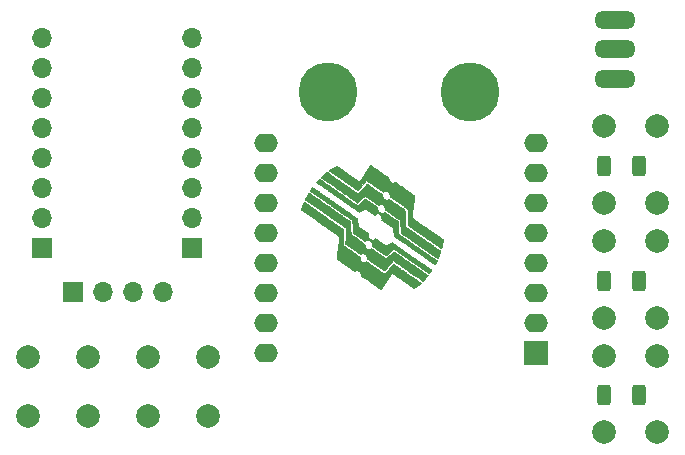
<source format=gbs>
%TF.GenerationSoftware,KiCad,Pcbnew,(6.0.5)*%
%TF.CreationDate,2022-11-03T10:23:46+01:00*%
%TF.ProjectId,Photo_table,50686f74-6f5f-4746-9162-6c652e6b6963,rev?*%
%TF.SameCoordinates,Original*%
%TF.FileFunction,Soldermask,Bot*%
%TF.FilePolarity,Negative*%
%FSLAX46Y46*%
G04 Gerber Fmt 4.6, Leading zero omitted, Abs format (unit mm)*
G04 Created by KiCad (PCBNEW (6.0.5)) date 2022-11-03 10:23:46*
%MOMM*%
%LPD*%
G01*
G04 APERTURE LIST*
G04 Aperture macros list*
%AMRoundRect*
0 Rectangle with rounded corners*
0 $1 Rounding radius*
0 $2 $3 $4 $5 $6 $7 $8 $9 X,Y pos of 4 corners*
0 Add a 4 corners polygon primitive as box body*
4,1,4,$2,$3,$4,$5,$6,$7,$8,$9,$2,$3,0*
0 Add four circle primitives for the rounded corners*
1,1,$1+$1,$2,$3*
1,1,$1+$1,$4,$5*
1,1,$1+$1,$6,$7*
1,1,$1+$1,$8,$9*
0 Add four rect primitives between the rounded corners*
20,1,$1+$1,$2,$3,$4,$5,0*
20,1,$1+$1,$4,$5,$6,$7,0*
20,1,$1+$1,$6,$7,$8,$9,0*
20,1,$1+$1,$8,$9,$2,$3,0*%
G04 Aperture macros list end*
%ADD10C,0.010000*%
%ADD11C,0.800000*%
%ADD12C,5.000000*%
%ADD13R,2.000000X2.000000*%
%ADD14O,2.000000X1.600000*%
%ADD15C,2.000000*%
%ADD16O,3.500000X1.500000*%
%ADD17R,1.700000X1.700000*%
%ADD18O,1.700000X1.700000*%
%ADD19RoundRect,0.250000X0.312500X0.625000X-0.312500X0.625000X-0.312500X-0.625000X0.312500X-0.625000X0*%
G04 APERTURE END LIST*
G36*
X105926285Y-93538773D02*
G01*
X105941974Y-93547789D01*
X105964394Y-93561785D01*
X105991610Y-93579459D01*
X106021688Y-93599506D01*
X106052690Y-93620624D01*
X106082683Y-93641508D01*
X106109730Y-93660856D01*
X106131897Y-93677364D01*
X106147247Y-93689728D01*
X106156954Y-93697290D01*
X106175337Y-93710657D01*
X106199394Y-93727634D01*
X106226416Y-93746285D01*
X106237425Y-93753840D01*
X106261843Y-93770702D01*
X106295013Y-93793684D01*
X106335707Y-93821932D01*
X106382697Y-93854594D01*
X106434756Y-93890814D01*
X106490655Y-93929741D01*
X106549167Y-93970521D01*
X106609065Y-94012299D01*
X106615344Y-94016681D01*
X106685772Y-94065821D01*
X106764205Y-94120541D01*
X106848070Y-94179046D01*
X106934798Y-94239544D01*
X107021817Y-94300242D01*
X107106556Y-94359344D01*
X107186444Y-94415059D01*
X107258909Y-94465592D01*
X107318490Y-94507143D01*
X107376881Y-94547872D01*
X107432069Y-94586375D01*
X107482965Y-94621892D01*
X107528480Y-94653663D01*
X107567526Y-94680928D01*
X107599014Y-94702927D01*
X107621855Y-94718901D01*
X107634961Y-94728089D01*
X107641272Y-94732518D01*
X107660328Y-94745847D01*
X107688403Y-94765454D01*
X107724336Y-94790531D01*
X107766970Y-94820269D01*
X107815145Y-94853860D01*
X107867702Y-94890495D01*
X107923481Y-94929365D01*
X107981325Y-94969663D01*
X108009417Y-94989233D01*
X108067898Y-95029974D01*
X108124551Y-95069446D01*
X108178090Y-95106753D01*
X108227229Y-95140999D01*
X108270683Y-95171288D01*
X108307166Y-95196724D01*
X108335393Y-95216411D01*
X108354078Y-95229453D01*
X108378486Y-95246499D01*
X108414922Y-95271938D01*
X108459535Y-95303079D01*
X108510921Y-95338944D01*
X108567682Y-95378557D01*
X108628415Y-95420939D01*
X108691721Y-95465114D01*
X108756198Y-95510103D01*
X108820446Y-95554930D01*
X108883064Y-95598618D01*
X108942651Y-95640188D01*
X108997807Y-95678663D01*
X109047130Y-95713066D01*
X109089219Y-95742420D01*
X109122675Y-95765747D01*
X109254623Y-95857731D01*
X109253581Y-95920099D01*
X109253560Y-95921336D01*
X109252970Y-95946057D01*
X109251918Y-95981620D01*
X109250486Y-96025832D01*
X109248753Y-96076501D01*
X109246800Y-96131433D01*
X109244707Y-96188437D01*
X109242555Y-96245320D01*
X109240424Y-96299889D01*
X109238394Y-96349953D01*
X109236546Y-96393318D01*
X109234961Y-96427792D01*
X109234648Y-96434345D01*
X109233190Y-96467125D01*
X109231520Y-96507451D01*
X109229820Y-96550819D01*
X109228272Y-96592727D01*
X109227906Y-96602930D01*
X109226303Y-96645632D01*
X109224594Y-96688657D01*
X109222961Y-96727501D01*
X109221587Y-96757662D01*
X109220623Y-96778427D01*
X109219146Y-96811825D01*
X109217349Y-96853618D01*
X109215339Y-96901285D01*
X109213223Y-96952303D01*
X109211108Y-97004149D01*
X109209470Y-97045133D01*
X109207769Y-97090518D01*
X109206710Y-97125384D01*
X109206330Y-97151263D01*
X109206668Y-97169690D01*
X109207761Y-97182200D01*
X109209648Y-97190325D01*
X109212367Y-97195602D01*
X109215957Y-97199562D01*
X109219764Y-97202761D01*
X109234204Y-97213639D01*
X109256205Y-97229461D01*
X109283545Y-97248639D01*
X109314000Y-97269586D01*
X109330937Y-97281142D01*
X109370895Y-97308499D01*
X109415255Y-97338969D01*
X109459728Y-97369601D01*
X109500021Y-97397446D01*
X109525748Y-97415261D01*
X109565888Y-97443044D01*
X109611898Y-97474883D01*
X109660996Y-97508851D01*
X109710398Y-97543022D01*
X109757320Y-97575471D01*
X109836845Y-97630466D01*
X109967990Y-97721195D01*
X110089003Y-97804964D01*
X110200357Y-97882099D01*
X110302523Y-97952930D01*
X110395974Y-98017782D01*
X110400173Y-98020697D01*
X110442871Y-98050307D01*
X110483980Y-98078758D01*
X110521649Y-98104773D01*
X110554032Y-98127078D01*
X110579281Y-98144398D01*
X110595545Y-98155458D01*
X110636779Y-98183192D01*
X110636779Y-98221275D01*
X110636834Y-98224887D01*
X110639086Y-98251560D01*
X110643978Y-98283666D01*
X110650604Y-98315042D01*
X110672071Y-98382621D01*
X110701682Y-98445683D01*
X110737949Y-98501817D01*
X110779817Y-98550362D01*
X110826227Y-98590656D01*
X110876125Y-98622038D01*
X110928452Y-98643845D01*
X110982153Y-98655417D01*
X111036171Y-98656091D01*
X111089449Y-98645205D01*
X111140931Y-98622099D01*
X111147934Y-98617795D01*
X111166887Y-98604397D01*
X111180446Y-98592424D01*
X111190984Y-98583033D01*
X111200692Y-98578545D01*
X111202235Y-98579030D01*
X111213191Y-98585112D01*
X111232633Y-98597288D01*
X111258868Y-98614456D01*
X111290202Y-98635515D01*
X111324941Y-98659363D01*
X111344324Y-98672795D01*
X111388387Y-98703292D01*
X111438294Y-98737795D01*
X111490730Y-98774015D01*
X111542379Y-98809660D01*
X111589928Y-98842441D01*
X111618168Y-98861904D01*
X111665623Y-98894635D01*
X111713638Y-98927777D01*
X111759353Y-98959359D01*
X111799914Y-98987406D01*
X111832463Y-99009945D01*
X111834744Y-99011527D01*
X111877451Y-99041118D01*
X111920248Y-99070736D01*
X111964483Y-99101312D01*
X112011504Y-99133776D01*
X112062661Y-99169057D01*
X112119301Y-99208086D01*
X112182774Y-99251793D01*
X112254427Y-99301108D01*
X112335610Y-99356961D01*
X112340466Y-99360302D01*
X112393757Y-99396974D01*
X112447544Y-99434010D01*
X112499931Y-99470103D01*
X112549023Y-99503947D01*
X112592927Y-99534236D01*
X112629747Y-99559662D01*
X112657588Y-99578921D01*
X112755253Y-99646579D01*
X112776687Y-99622211D01*
X112781466Y-99616745D01*
X112800348Y-99594726D01*
X112817567Y-99574135D01*
X112820281Y-99570860D01*
X112833049Y-99555726D01*
X112852300Y-99533118D01*
X112876460Y-99504881D01*
X112903953Y-99472856D01*
X112933203Y-99438888D01*
X112934973Y-99436835D01*
X112959381Y-99408517D01*
X112990984Y-99371831D01*
X113028488Y-99328281D01*
X113070600Y-99279368D01*
X113116025Y-99226596D01*
X113163471Y-99171468D01*
X113211642Y-99115487D01*
X113259246Y-99060155D01*
X113280550Y-99035430D01*
X113323232Y-98986138D01*
X113363065Y-98940459D01*
X113399231Y-98899311D01*
X113430913Y-98863611D01*
X113457296Y-98834277D01*
X113477562Y-98812226D01*
X113490895Y-98798376D01*
X113496478Y-98793644D01*
X113499331Y-98794907D01*
X113511962Y-98802495D01*
X113532860Y-98816004D01*
X113560405Y-98834362D01*
X113592977Y-98856496D01*
X113628954Y-98881332D01*
X113645187Y-98892621D01*
X113669823Y-98909752D01*
X113695564Y-98927648D01*
X113723156Y-98946828D01*
X113753350Y-98967812D01*
X113786895Y-98991122D01*
X113824538Y-99017276D01*
X113867028Y-99046796D01*
X113915115Y-99080201D01*
X113969547Y-99118012D01*
X114031073Y-99160748D01*
X114100441Y-99208930D01*
X114178401Y-99263079D01*
X114265700Y-99323713D01*
X114363089Y-99391354D01*
X114408930Y-99423194D01*
X114470038Y-99465642D01*
X114532961Y-99509356D01*
X114598704Y-99555033D01*
X114668266Y-99603369D01*
X114742651Y-99655061D01*
X114822860Y-99710804D01*
X114909895Y-99771295D01*
X115004758Y-99837230D01*
X115108450Y-99909305D01*
X115221974Y-99988216D01*
X115229775Y-99993638D01*
X115283608Y-100031016D01*
X115337995Y-100068717D01*
X115391038Y-100105432D01*
X115440842Y-100139849D01*
X115485508Y-100170658D01*
X115523141Y-100196546D01*
X115551844Y-100216204D01*
X115575145Y-100232118D01*
X115616547Y-100260453D01*
X115658414Y-100289169D01*
X115696955Y-100315664D01*
X115728378Y-100337337D01*
X115802652Y-100388699D01*
X115784456Y-100408006D01*
X115779399Y-100413244D01*
X115756404Y-100435498D01*
X115724936Y-100464328D01*
X115686442Y-100498503D01*
X115642369Y-100536795D01*
X115594162Y-100577974D01*
X115543270Y-100620811D01*
X115491140Y-100664076D01*
X115439217Y-100706540D01*
X115388949Y-100746974D01*
X115341783Y-100784147D01*
X115260371Y-100847522D01*
X115191162Y-100799956D01*
X115164536Y-100781600D01*
X115132279Y-100759243D01*
X115102757Y-100738665D01*
X115080049Y-100722701D01*
X115071354Y-100716546D01*
X115036828Y-100692193D01*
X114996894Y-100664155D01*
X114950643Y-100631798D01*
X114897165Y-100594488D01*
X114835553Y-100551590D01*
X114764896Y-100502469D01*
X114684286Y-100446493D01*
X114618063Y-100400526D01*
X114513068Y-100327644D01*
X114417555Y-100261339D01*
X114330666Y-100201016D01*
X114251544Y-100146078D01*
X114179330Y-100095931D01*
X114113168Y-100049978D01*
X114052200Y-100007624D01*
X113995569Y-99968274D01*
X113942416Y-99931331D01*
X113891885Y-99896201D01*
X113843117Y-99862288D01*
X113829333Y-99852701D01*
X113748066Y-99796190D01*
X113676861Y-99746697D01*
X113615059Y-99703768D01*
X113562000Y-99666951D01*
X113517025Y-99635792D01*
X113479475Y-99609838D01*
X113448689Y-99588635D01*
X113424008Y-99571730D01*
X113404772Y-99558669D01*
X113390322Y-99549000D01*
X113379999Y-99542269D01*
X113373142Y-99538022D01*
X113369092Y-99535806D01*
X113367189Y-99535168D01*
X113367134Y-99535190D01*
X113362460Y-99541247D01*
X113350948Y-99557594D01*
X113333038Y-99583579D01*
X113309172Y-99618546D01*
X113279790Y-99661842D01*
X113245333Y-99712813D01*
X113206242Y-99770804D01*
X113162959Y-99835161D01*
X113115923Y-99905230D01*
X113065577Y-99980357D01*
X113012361Y-100059888D01*
X112956716Y-100143169D01*
X112899083Y-100229545D01*
X112895508Y-100234907D01*
X112837996Y-100321152D01*
X112782537Y-100404305D01*
X112729568Y-100483709D01*
X112679528Y-100558706D01*
X112632857Y-100628640D01*
X112589993Y-100692852D01*
X112551376Y-100750686D01*
X112517443Y-100801485D01*
X112488634Y-100844590D01*
X112465388Y-100879345D01*
X112448144Y-100905093D01*
X112437340Y-100921176D01*
X112433416Y-100926937D01*
X112432849Y-100927600D01*
X112431899Y-100928189D01*
X112430139Y-100928066D01*
X112426943Y-100926805D01*
X112421684Y-100923980D01*
X112413735Y-100919166D01*
X112402470Y-100911936D01*
X112387261Y-100901864D01*
X112367481Y-100888526D01*
X112342505Y-100871494D01*
X112311705Y-100850343D01*
X112274455Y-100824648D01*
X112230127Y-100793982D01*
X112178095Y-100757919D01*
X112117732Y-100716034D01*
X112048411Y-100667900D01*
X111969506Y-100613092D01*
X111880390Y-100551184D01*
X111863078Y-100539160D01*
X111795922Y-100492552D01*
X111722454Y-100441616D01*
X111641913Y-100385828D01*
X111553542Y-100324661D01*
X111456579Y-100257589D01*
X111350266Y-100184088D01*
X111233844Y-100103631D01*
X111195406Y-100077050D01*
X111144740Y-100041966D01*
X111089237Y-100003495D01*
X111032068Y-99963835D01*
X110976404Y-99925186D01*
X110925416Y-99889745D01*
X110755532Y-99771588D01*
X110755532Y-99740661D01*
X110754859Y-99725629D01*
X110747769Y-99682634D01*
X110733949Y-99634304D01*
X110714643Y-99584047D01*
X110691094Y-99535270D01*
X110664546Y-99491380D01*
X110648805Y-99469801D01*
X110604255Y-99420637D01*
X110555037Y-99381083D01*
X110502489Y-99351527D01*
X110447951Y-99332356D01*
X110392763Y-99323960D01*
X110338262Y-99326726D01*
X110285788Y-99341044D01*
X110236679Y-99367300D01*
X110201762Y-99391349D01*
X110064660Y-99296080D01*
X110033978Y-99274773D01*
X109983825Y-99239983D01*
X109928574Y-99201691D01*
X109871594Y-99162232D01*
X109816254Y-99123938D01*
X109765922Y-99089145D01*
X109760651Y-99085503D01*
X109716925Y-99055292D01*
X109674388Y-99025900D01*
X109634975Y-98998662D01*
X109600617Y-98974916D01*
X109573250Y-98955996D01*
X109554805Y-98943240D01*
X109542609Y-98934807D01*
X109514997Y-98915740D01*
X109481529Y-98892648D01*
X109445364Y-98867712D01*
X109409662Y-98843111D01*
X109396007Y-98833703D01*
X109353826Y-98804612D01*
X109308743Y-98773488D01*
X109265348Y-98743500D01*
X109228234Y-98717820D01*
X109203998Y-98701048D01*
X109163802Y-98673269D01*
X109119418Y-98642628D01*
X109074727Y-98611804D01*
X109033610Y-98583477D01*
X109014351Y-98570215D01*
X108945973Y-98523084D01*
X108887576Y-98482735D01*
X108838429Y-98448647D01*
X108797801Y-98420299D01*
X108764961Y-98397170D01*
X108739179Y-98378738D01*
X108719723Y-98364482D01*
X108705864Y-98353881D01*
X108696869Y-98346414D01*
X108692009Y-98341559D01*
X108690553Y-98338796D01*
X108690990Y-98333166D01*
X108692507Y-98319583D01*
X108695206Y-98297481D01*
X108699184Y-98266101D01*
X108704538Y-98224683D01*
X108711366Y-98172469D01*
X108719765Y-98108698D01*
X108729833Y-98032610D01*
X108730681Y-98026206D01*
X108736717Y-97980507D01*
X108743550Y-97928589D01*
X108750404Y-97876363D01*
X108756502Y-97829740D01*
X108759382Y-97807754D01*
X108764059Y-97772415D01*
X108768120Y-97742185D01*
X108771207Y-97719723D01*
X108772959Y-97707688D01*
X108773101Y-97706787D01*
X108774975Y-97693631D01*
X108778188Y-97670011D01*
X108782434Y-97638213D01*
X108787407Y-97600529D01*
X108792802Y-97559246D01*
X108795994Y-97534715D01*
X108813195Y-97403163D01*
X108830622Y-97271025D01*
X108849095Y-97132064D01*
X108857470Y-97069276D01*
X108872096Y-96959571D01*
X108887096Y-96846989D01*
X108901627Y-96737870D01*
X108901813Y-96736472D01*
X108907534Y-96693560D01*
X108913710Y-96647325D01*
X108919611Y-96603234D01*
X108924506Y-96566757D01*
X108928108Y-96539215D01*
X108931499Y-96511587D01*
X108933801Y-96490795D01*
X108934649Y-96479955D01*
X108930928Y-96475085D01*
X108916496Y-96462521D01*
X108891274Y-96442715D01*
X108855352Y-96415733D01*
X108808818Y-96381642D01*
X108751760Y-96340506D01*
X108684267Y-96292390D01*
X108606428Y-96237362D01*
X108561293Y-96205559D01*
X108498742Y-96161473D01*
X108437299Y-96118155D01*
X108378346Y-96076582D01*
X108323268Y-96037729D01*
X108273447Y-96002570D01*
X108230265Y-95972083D01*
X108195105Y-95947241D01*
X108169351Y-95929022D01*
X108134021Y-95904006D01*
X108084807Y-95869186D01*
X108035862Y-95834591D01*
X107985343Y-95798921D01*
X107931404Y-95760874D01*
X107872201Y-95719148D01*
X107805889Y-95672442D01*
X107730623Y-95619454D01*
X107694415Y-95593963D01*
X107643352Y-95558002D01*
X107591056Y-95521162D01*
X107540533Y-95485560D01*
X107494789Y-95453314D01*
X107456831Y-95426543D01*
X107424079Y-95403437D01*
X107374451Y-95368427D01*
X107322114Y-95331508D01*
X107271565Y-95295853D01*
X107227301Y-95264633D01*
X107225627Y-95263453D01*
X107187079Y-95236258D01*
X107148195Y-95208812D01*
X107111756Y-95183077D01*
X107080540Y-95161018D01*
X107057330Y-95144597D01*
X107055048Y-95142982D01*
X107037742Y-95130749D01*
X107010971Y-95111844D01*
X106975831Y-95087041D01*
X106933417Y-95057111D01*
X106884824Y-95022828D01*
X106831147Y-94984963D01*
X106773481Y-94944290D01*
X106712921Y-94901582D01*
X106650563Y-94857610D01*
X106590032Y-94814925D01*
X106523268Y-94767837D01*
X106456939Y-94721047D01*
X106392523Y-94675599D01*
X106331499Y-94632538D01*
X106275347Y-94592905D01*
X106225543Y-94557744D01*
X106183567Y-94528099D01*
X106150898Y-94505013D01*
X106119030Y-94482518D01*
X106073187Y-94450259D01*
X106027733Y-94418381D01*
X105985262Y-94388696D01*
X105948366Y-94363019D01*
X105919636Y-94343166D01*
X105877521Y-94314169D01*
X105823728Y-94276871D01*
X105779905Y-94246100D01*
X105745434Y-94221405D01*
X105719699Y-94202335D01*
X105702081Y-94188439D01*
X105691963Y-94179264D01*
X105688727Y-94174360D01*
X105688979Y-94171415D01*
X105692665Y-94154957D01*
X105700323Y-94128352D01*
X105711405Y-94093109D01*
X105725369Y-94050739D01*
X105741668Y-94002753D01*
X105759757Y-93950659D01*
X105779090Y-93895970D01*
X105799124Y-93840194D01*
X105819312Y-93784842D01*
X105839108Y-93731425D01*
X105857969Y-93681452D01*
X105875349Y-93636434D01*
X105890702Y-93597881D01*
X105903483Y-93567304D01*
X105913147Y-93546212D01*
X105919149Y-93536115D01*
X105919263Y-93536041D01*
X105926285Y-93538773D01*
G37*
D10*
X105926285Y-93538773D02*
X105941974Y-93547789D01*
X105964394Y-93561785D01*
X105991610Y-93579459D01*
X106021688Y-93599506D01*
X106052690Y-93620624D01*
X106082683Y-93641508D01*
X106109730Y-93660856D01*
X106131897Y-93677364D01*
X106147247Y-93689728D01*
X106156954Y-93697290D01*
X106175337Y-93710657D01*
X106199394Y-93727634D01*
X106226416Y-93746285D01*
X106237425Y-93753840D01*
X106261843Y-93770702D01*
X106295013Y-93793684D01*
X106335707Y-93821932D01*
X106382697Y-93854594D01*
X106434756Y-93890814D01*
X106490655Y-93929741D01*
X106549167Y-93970521D01*
X106609065Y-94012299D01*
X106615344Y-94016681D01*
X106685772Y-94065821D01*
X106764205Y-94120541D01*
X106848070Y-94179046D01*
X106934798Y-94239544D01*
X107021817Y-94300242D01*
X107106556Y-94359344D01*
X107186444Y-94415059D01*
X107258909Y-94465592D01*
X107318490Y-94507143D01*
X107376881Y-94547872D01*
X107432069Y-94586375D01*
X107482965Y-94621892D01*
X107528480Y-94653663D01*
X107567526Y-94680928D01*
X107599014Y-94702927D01*
X107621855Y-94718901D01*
X107634961Y-94728089D01*
X107641272Y-94732518D01*
X107660328Y-94745847D01*
X107688403Y-94765454D01*
X107724336Y-94790531D01*
X107766970Y-94820269D01*
X107815145Y-94853860D01*
X107867702Y-94890495D01*
X107923481Y-94929365D01*
X107981325Y-94969663D01*
X108009417Y-94989233D01*
X108067898Y-95029974D01*
X108124551Y-95069446D01*
X108178090Y-95106753D01*
X108227229Y-95140999D01*
X108270683Y-95171288D01*
X108307166Y-95196724D01*
X108335393Y-95216411D01*
X108354078Y-95229453D01*
X108378486Y-95246499D01*
X108414922Y-95271938D01*
X108459535Y-95303079D01*
X108510921Y-95338944D01*
X108567682Y-95378557D01*
X108628415Y-95420939D01*
X108691721Y-95465114D01*
X108756198Y-95510103D01*
X108820446Y-95554930D01*
X108883064Y-95598618D01*
X108942651Y-95640188D01*
X108997807Y-95678663D01*
X109047130Y-95713066D01*
X109089219Y-95742420D01*
X109122675Y-95765747D01*
X109254623Y-95857731D01*
X109253581Y-95920099D01*
X109253560Y-95921336D01*
X109252970Y-95946057D01*
X109251918Y-95981620D01*
X109250486Y-96025832D01*
X109248753Y-96076501D01*
X109246800Y-96131433D01*
X109244707Y-96188437D01*
X109242555Y-96245320D01*
X109240424Y-96299889D01*
X109238394Y-96349953D01*
X109236546Y-96393318D01*
X109234961Y-96427792D01*
X109234648Y-96434345D01*
X109233190Y-96467125D01*
X109231520Y-96507451D01*
X109229820Y-96550819D01*
X109228272Y-96592727D01*
X109227906Y-96602930D01*
X109226303Y-96645632D01*
X109224594Y-96688657D01*
X109222961Y-96727501D01*
X109221587Y-96757662D01*
X109220623Y-96778427D01*
X109219146Y-96811825D01*
X109217349Y-96853618D01*
X109215339Y-96901285D01*
X109213223Y-96952303D01*
X109211108Y-97004149D01*
X109209470Y-97045133D01*
X109207769Y-97090518D01*
X109206710Y-97125384D01*
X109206330Y-97151263D01*
X109206668Y-97169690D01*
X109207761Y-97182200D01*
X109209648Y-97190325D01*
X109212367Y-97195602D01*
X109215957Y-97199562D01*
X109219764Y-97202761D01*
X109234204Y-97213639D01*
X109256205Y-97229461D01*
X109283545Y-97248639D01*
X109314000Y-97269586D01*
X109330937Y-97281142D01*
X109370895Y-97308499D01*
X109415255Y-97338969D01*
X109459728Y-97369601D01*
X109500021Y-97397446D01*
X109525748Y-97415261D01*
X109565888Y-97443044D01*
X109611898Y-97474883D01*
X109660996Y-97508851D01*
X109710398Y-97543022D01*
X109757320Y-97575471D01*
X109836845Y-97630466D01*
X109967990Y-97721195D01*
X110089003Y-97804964D01*
X110200357Y-97882099D01*
X110302523Y-97952930D01*
X110395974Y-98017782D01*
X110400173Y-98020697D01*
X110442871Y-98050307D01*
X110483980Y-98078758D01*
X110521649Y-98104773D01*
X110554032Y-98127078D01*
X110579281Y-98144398D01*
X110595545Y-98155458D01*
X110636779Y-98183192D01*
X110636779Y-98221275D01*
X110636834Y-98224887D01*
X110639086Y-98251560D01*
X110643978Y-98283666D01*
X110650604Y-98315042D01*
X110672071Y-98382621D01*
X110701682Y-98445683D01*
X110737949Y-98501817D01*
X110779817Y-98550362D01*
X110826227Y-98590656D01*
X110876125Y-98622038D01*
X110928452Y-98643845D01*
X110982153Y-98655417D01*
X111036171Y-98656091D01*
X111089449Y-98645205D01*
X111140931Y-98622099D01*
X111147934Y-98617795D01*
X111166887Y-98604397D01*
X111180446Y-98592424D01*
X111190984Y-98583033D01*
X111200692Y-98578545D01*
X111202235Y-98579030D01*
X111213191Y-98585112D01*
X111232633Y-98597288D01*
X111258868Y-98614456D01*
X111290202Y-98635515D01*
X111324941Y-98659363D01*
X111344324Y-98672795D01*
X111388387Y-98703292D01*
X111438294Y-98737795D01*
X111490730Y-98774015D01*
X111542379Y-98809660D01*
X111589928Y-98842441D01*
X111618168Y-98861904D01*
X111665623Y-98894635D01*
X111713638Y-98927777D01*
X111759353Y-98959359D01*
X111799914Y-98987406D01*
X111832463Y-99009945D01*
X111834744Y-99011527D01*
X111877451Y-99041118D01*
X111920248Y-99070736D01*
X111964483Y-99101312D01*
X112011504Y-99133776D01*
X112062661Y-99169057D01*
X112119301Y-99208086D01*
X112182774Y-99251793D01*
X112254427Y-99301108D01*
X112335610Y-99356961D01*
X112340466Y-99360302D01*
X112393757Y-99396974D01*
X112447544Y-99434010D01*
X112499931Y-99470103D01*
X112549023Y-99503947D01*
X112592927Y-99534236D01*
X112629747Y-99559662D01*
X112657588Y-99578921D01*
X112755253Y-99646579D01*
X112776687Y-99622211D01*
X112781466Y-99616745D01*
X112800348Y-99594726D01*
X112817567Y-99574135D01*
X112820281Y-99570860D01*
X112833049Y-99555726D01*
X112852300Y-99533118D01*
X112876460Y-99504881D01*
X112903953Y-99472856D01*
X112933203Y-99438888D01*
X112934973Y-99436835D01*
X112959381Y-99408517D01*
X112990984Y-99371831D01*
X113028488Y-99328281D01*
X113070600Y-99279368D01*
X113116025Y-99226596D01*
X113163471Y-99171468D01*
X113211642Y-99115487D01*
X113259246Y-99060155D01*
X113280550Y-99035430D01*
X113323232Y-98986138D01*
X113363065Y-98940459D01*
X113399231Y-98899311D01*
X113430913Y-98863611D01*
X113457296Y-98834277D01*
X113477562Y-98812226D01*
X113490895Y-98798376D01*
X113496478Y-98793644D01*
X113499331Y-98794907D01*
X113511962Y-98802495D01*
X113532860Y-98816004D01*
X113560405Y-98834362D01*
X113592977Y-98856496D01*
X113628954Y-98881332D01*
X113645187Y-98892621D01*
X113669823Y-98909752D01*
X113695564Y-98927648D01*
X113723156Y-98946828D01*
X113753350Y-98967812D01*
X113786895Y-98991122D01*
X113824538Y-99017276D01*
X113867028Y-99046796D01*
X113915115Y-99080201D01*
X113969547Y-99118012D01*
X114031073Y-99160748D01*
X114100441Y-99208930D01*
X114178401Y-99263079D01*
X114265700Y-99323713D01*
X114363089Y-99391354D01*
X114408930Y-99423194D01*
X114470038Y-99465642D01*
X114532961Y-99509356D01*
X114598704Y-99555033D01*
X114668266Y-99603369D01*
X114742651Y-99655061D01*
X114822860Y-99710804D01*
X114909895Y-99771295D01*
X115004758Y-99837230D01*
X115108450Y-99909305D01*
X115221974Y-99988216D01*
X115229775Y-99993638D01*
X115283608Y-100031016D01*
X115337995Y-100068717D01*
X115391038Y-100105432D01*
X115440842Y-100139849D01*
X115485508Y-100170658D01*
X115523141Y-100196546D01*
X115551844Y-100216204D01*
X115575145Y-100232118D01*
X115616547Y-100260453D01*
X115658414Y-100289169D01*
X115696955Y-100315664D01*
X115728378Y-100337337D01*
X115802652Y-100388699D01*
X115784456Y-100408006D01*
X115779399Y-100413244D01*
X115756404Y-100435498D01*
X115724936Y-100464328D01*
X115686442Y-100498503D01*
X115642369Y-100536795D01*
X115594162Y-100577974D01*
X115543270Y-100620811D01*
X115491140Y-100664076D01*
X115439217Y-100706540D01*
X115388949Y-100746974D01*
X115341783Y-100784147D01*
X115260371Y-100847522D01*
X115191162Y-100799956D01*
X115164536Y-100781600D01*
X115132279Y-100759243D01*
X115102757Y-100738665D01*
X115080049Y-100722701D01*
X115071354Y-100716546D01*
X115036828Y-100692193D01*
X114996894Y-100664155D01*
X114950643Y-100631798D01*
X114897165Y-100594488D01*
X114835553Y-100551590D01*
X114764896Y-100502469D01*
X114684286Y-100446493D01*
X114618063Y-100400526D01*
X114513068Y-100327644D01*
X114417555Y-100261339D01*
X114330666Y-100201016D01*
X114251544Y-100146078D01*
X114179330Y-100095931D01*
X114113168Y-100049978D01*
X114052200Y-100007624D01*
X113995569Y-99968274D01*
X113942416Y-99931331D01*
X113891885Y-99896201D01*
X113843117Y-99862288D01*
X113829333Y-99852701D01*
X113748066Y-99796190D01*
X113676861Y-99746697D01*
X113615059Y-99703768D01*
X113562000Y-99666951D01*
X113517025Y-99635792D01*
X113479475Y-99609838D01*
X113448689Y-99588635D01*
X113424008Y-99571730D01*
X113404772Y-99558669D01*
X113390322Y-99549000D01*
X113379999Y-99542269D01*
X113373142Y-99538022D01*
X113369092Y-99535806D01*
X113367189Y-99535168D01*
X113367134Y-99535190D01*
X113362460Y-99541247D01*
X113350948Y-99557594D01*
X113333038Y-99583579D01*
X113309172Y-99618546D01*
X113279790Y-99661842D01*
X113245333Y-99712813D01*
X113206242Y-99770804D01*
X113162959Y-99835161D01*
X113115923Y-99905230D01*
X113065577Y-99980357D01*
X113012361Y-100059888D01*
X112956716Y-100143169D01*
X112899083Y-100229545D01*
X112895508Y-100234907D01*
X112837996Y-100321152D01*
X112782537Y-100404305D01*
X112729568Y-100483709D01*
X112679528Y-100558706D01*
X112632857Y-100628640D01*
X112589993Y-100692852D01*
X112551376Y-100750686D01*
X112517443Y-100801485D01*
X112488634Y-100844590D01*
X112465388Y-100879345D01*
X112448144Y-100905093D01*
X112437340Y-100921176D01*
X112433416Y-100926937D01*
X112432849Y-100927600D01*
X112431899Y-100928189D01*
X112430139Y-100928066D01*
X112426943Y-100926805D01*
X112421684Y-100923980D01*
X112413735Y-100919166D01*
X112402470Y-100911936D01*
X112387261Y-100901864D01*
X112367481Y-100888526D01*
X112342505Y-100871494D01*
X112311705Y-100850343D01*
X112274455Y-100824648D01*
X112230127Y-100793982D01*
X112178095Y-100757919D01*
X112117732Y-100716034D01*
X112048411Y-100667900D01*
X111969506Y-100613092D01*
X111880390Y-100551184D01*
X111863078Y-100539160D01*
X111795922Y-100492552D01*
X111722454Y-100441616D01*
X111641913Y-100385828D01*
X111553542Y-100324661D01*
X111456579Y-100257589D01*
X111350266Y-100184088D01*
X111233844Y-100103631D01*
X111195406Y-100077050D01*
X111144740Y-100041966D01*
X111089237Y-100003495D01*
X111032068Y-99963835D01*
X110976404Y-99925186D01*
X110925416Y-99889745D01*
X110755532Y-99771588D01*
X110755532Y-99740661D01*
X110754859Y-99725629D01*
X110747769Y-99682634D01*
X110733949Y-99634304D01*
X110714643Y-99584047D01*
X110691094Y-99535270D01*
X110664546Y-99491380D01*
X110648805Y-99469801D01*
X110604255Y-99420637D01*
X110555037Y-99381083D01*
X110502489Y-99351527D01*
X110447951Y-99332356D01*
X110392763Y-99323960D01*
X110338262Y-99326726D01*
X110285788Y-99341044D01*
X110236679Y-99367300D01*
X110201762Y-99391349D01*
X110064660Y-99296080D01*
X110033978Y-99274773D01*
X109983825Y-99239983D01*
X109928574Y-99201691D01*
X109871594Y-99162232D01*
X109816254Y-99123938D01*
X109765922Y-99089145D01*
X109760651Y-99085503D01*
X109716925Y-99055292D01*
X109674388Y-99025900D01*
X109634975Y-98998662D01*
X109600617Y-98974916D01*
X109573250Y-98955996D01*
X109554805Y-98943240D01*
X109542609Y-98934807D01*
X109514997Y-98915740D01*
X109481529Y-98892648D01*
X109445364Y-98867712D01*
X109409662Y-98843111D01*
X109396007Y-98833703D01*
X109353826Y-98804612D01*
X109308743Y-98773488D01*
X109265348Y-98743500D01*
X109228234Y-98717820D01*
X109203998Y-98701048D01*
X109163802Y-98673269D01*
X109119418Y-98642628D01*
X109074727Y-98611804D01*
X109033610Y-98583477D01*
X109014351Y-98570215D01*
X108945973Y-98523084D01*
X108887576Y-98482735D01*
X108838429Y-98448647D01*
X108797801Y-98420299D01*
X108764961Y-98397170D01*
X108739179Y-98378738D01*
X108719723Y-98364482D01*
X108705864Y-98353881D01*
X108696869Y-98346414D01*
X108692009Y-98341559D01*
X108690553Y-98338796D01*
X108690990Y-98333166D01*
X108692507Y-98319583D01*
X108695206Y-98297481D01*
X108699184Y-98266101D01*
X108704538Y-98224683D01*
X108711366Y-98172469D01*
X108719765Y-98108698D01*
X108729833Y-98032610D01*
X108730681Y-98026206D01*
X108736717Y-97980507D01*
X108743550Y-97928589D01*
X108750404Y-97876363D01*
X108756502Y-97829740D01*
X108759382Y-97807754D01*
X108764059Y-97772415D01*
X108768120Y-97742185D01*
X108771207Y-97719723D01*
X108772959Y-97707688D01*
X108773101Y-97706787D01*
X108774975Y-97693631D01*
X108778188Y-97670011D01*
X108782434Y-97638213D01*
X108787407Y-97600529D01*
X108792802Y-97559246D01*
X108795994Y-97534715D01*
X108813195Y-97403163D01*
X108830622Y-97271025D01*
X108849095Y-97132064D01*
X108857470Y-97069276D01*
X108872096Y-96959571D01*
X108887096Y-96846989D01*
X108901627Y-96737870D01*
X108901813Y-96736472D01*
X108907534Y-96693560D01*
X108913710Y-96647325D01*
X108919611Y-96603234D01*
X108924506Y-96566757D01*
X108928108Y-96539215D01*
X108931499Y-96511587D01*
X108933801Y-96490795D01*
X108934649Y-96479955D01*
X108930928Y-96475085D01*
X108916496Y-96462521D01*
X108891274Y-96442715D01*
X108855352Y-96415733D01*
X108808818Y-96381642D01*
X108751760Y-96340506D01*
X108684267Y-96292390D01*
X108606428Y-96237362D01*
X108561293Y-96205559D01*
X108498742Y-96161473D01*
X108437299Y-96118155D01*
X108378346Y-96076582D01*
X108323268Y-96037729D01*
X108273447Y-96002570D01*
X108230265Y-95972083D01*
X108195105Y-95947241D01*
X108169351Y-95929022D01*
X108134021Y-95904006D01*
X108084807Y-95869186D01*
X108035862Y-95834591D01*
X107985343Y-95798921D01*
X107931404Y-95760874D01*
X107872201Y-95719148D01*
X107805889Y-95672442D01*
X107730623Y-95619454D01*
X107694415Y-95593963D01*
X107643352Y-95558002D01*
X107591056Y-95521162D01*
X107540533Y-95485560D01*
X107494789Y-95453314D01*
X107456831Y-95426543D01*
X107424079Y-95403437D01*
X107374451Y-95368427D01*
X107322114Y-95331508D01*
X107271565Y-95295853D01*
X107227301Y-95264633D01*
X107225627Y-95263453D01*
X107187079Y-95236258D01*
X107148195Y-95208812D01*
X107111756Y-95183077D01*
X107080540Y-95161018D01*
X107057330Y-95144597D01*
X107055048Y-95142982D01*
X107037742Y-95130749D01*
X107010971Y-95111844D01*
X106975831Y-95087041D01*
X106933417Y-95057111D01*
X106884824Y-95022828D01*
X106831147Y-94984963D01*
X106773481Y-94944290D01*
X106712921Y-94901582D01*
X106650563Y-94857610D01*
X106590032Y-94814925D01*
X106523268Y-94767837D01*
X106456939Y-94721047D01*
X106392523Y-94675599D01*
X106331499Y-94632538D01*
X106275347Y-94592905D01*
X106225543Y-94557744D01*
X106183567Y-94528099D01*
X106150898Y-94505013D01*
X106119030Y-94482518D01*
X106073187Y-94450259D01*
X106027733Y-94418381D01*
X105985262Y-94388696D01*
X105948366Y-94363019D01*
X105919636Y-94343166D01*
X105877521Y-94314169D01*
X105823728Y-94276871D01*
X105779905Y-94246100D01*
X105745434Y-94221405D01*
X105719699Y-94202335D01*
X105702081Y-94188439D01*
X105691963Y-94179264D01*
X105688727Y-94174360D01*
X105688979Y-94171415D01*
X105692665Y-94154957D01*
X105700323Y-94128352D01*
X105711405Y-94093109D01*
X105725369Y-94050739D01*
X105741668Y-94002753D01*
X105759757Y-93950659D01*
X105779090Y-93895970D01*
X105799124Y-93840194D01*
X105819312Y-93784842D01*
X105839108Y-93731425D01*
X105857969Y-93681452D01*
X105875349Y-93636434D01*
X105890702Y-93597881D01*
X105903483Y-93567304D01*
X105913147Y-93546212D01*
X105919149Y-93536115D01*
X105919263Y-93536041D01*
X105926285Y-93538773D01*
G36*
X107875278Y-91011943D02*
G01*
X107884818Y-91017260D01*
X107902914Y-91028947D01*
X107927836Y-91045832D01*
X107957849Y-91066747D01*
X107991221Y-91090521D01*
X108013520Y-91106536D01*
X108048413Y-91131488D01*
X108089293Y-91160613D01*
X108136444Y-91194111D01*
X108190149Y-91232181D01*
X108250692Y-91275025D01*
X108318357Y-91322840D01*
X108393426Y-91375828D01*
X108476184Y-91434188D01*
X108566914Y-91498119D01*
X108665899Y-91567822D01*
X108773424Y-91643496D01*
X108889771Y-91725341D01*
X109015225Y-91813557D01*
X109150069Y-91908343D01*
X109294586Y-92009900D01*
X109449060Y-92118427D01*
X109613774Y-92234124D01*
X109789013Y-92357191D01*
X109847943Y-92398574D01*
X109916289Y-92446574D01*
X109986676Y-92496010D01*
X110056964Y-92545380D01*
X110125014Y-92593180D01*
X110188686Y-92637908D01*
X110245839Y-92678060D01*
X110294333Y-92712133D01*
X110303929Y-92718871D01*
X110349899Y-92751001D01*
X110392369Y-92780446D01*
X110430127Y-92806385D01*
X110461962Y-92827993D01*
X110486662Y-92844446D01*
X110503015Y-92854922D01*
X110509811Y-92858597D01*
X110512003Y-92857980D01*
X110522129Y-92850467D01*
X110534807Y-92837155D01*
X110535597Y-92836214D01*
X110549469Y-92819901D01*
X110567971Y-92798409D01*
X110587324Y-92776129D01*
X110594344Y-92768043D01*
X110610461Y-92749389D01*
X110633794Y-92722333D01*
X110663564Y-92687778D01*
X110698991Y-92646630D01*
X110739298Y-92599795D01*
X110783703Y-92548178D01*
X110831428Y-92492684D01*
X110881693Y-92434219D01*
X110933720Y-92373688D01*
X110979033Y-92320961D01*
X111027831Y-92264178D01*
X111073494Y-92211046D01*
X111115337Y-92162359D01*
X111152679Y-92118911D01*
X111184835Y-92081498D01*
X111211123Y-92050913D01*
X111230860Y-92027951D01*
X111243363Y-92013408D01*
X111247949Y-92008077D01*
X111248619Y-92007856D01*
X111251744Y-92008888D01*
X111258023Y-92012295D01*
X111268310Y-92018651D01*
X111283455Y-92028532D01*
X111304314Y-92042509D01*
X111331737Y-92061158D01*
X111366577Y-92085052D01*
X111409688Y-92114764D01*
X111461921Y-92150869D01*
X111524130Y-92193941D01*
X111547110Y-92209857D01*
X111600220Y-92246623D01*
X111657375Y-92286169D01*
X111714853Y-92325922D01*
X111768933Y-92363307D01*
X111815891Y-92395748D01*
X111847314Y-92417448D01*
X111898277Y-92452642D01*
X111954263Y-92491305D01*
X112011867Y-92531086D01*
X112067684Y-92569634D01*
X112118311Y-92604597D01*
X112155126Y-92630036D01*
X112208935Y-92667258D01*
X112264944Y-92706039D01*
X112319889Y-92744118D01*
X112370502Y-92779231D01*
X112413518Y-92809116D01*
X112546326Y-92901480D01*
X112548365Y-92931168D01*
X112552825Y-92972214D01*
X112571579Y-93053795D01*
X112603319Y-93133969D01*
X112610939Y-93149520D01*
X112627095Y-93179527D01*
X112643518Y-93204245D01*
X112663478Y-93228277D01*
X112690248Y-93256223D01*
X112726311Y-93289445D01*
X112778438Y-93326480D01*
X112831711Y-93351119D01*
X112887213Y-93363824D01*
X112946030Y-93365054D01*
X112996519Y-93355750D01*
X113044697Y-93336097D01*
X113085926Y-93307906D01*
X113109925Y-93286834D01*
X113154897Y-93318833D01*
X113161459Y-93323470D01*
X113181621Y-93337585D01*
X113210526Y-93357717D01*
X113246780Y-93382900D01*
X113288987Y-93412165D01*
X113335752Y-93444546D01*
X113385680Y-93479074D01*
X113437377Y-93514781D01*
X113447359Y-93521672D01*
X113504290Y-93560978D01*
X113563041Y-93601550D01*
X113621499Y-93641927D01*
X113677550Y-93680650D01*
X113729081Y-93716258D01*
X113773979Y-93747292D01*
X113810130Y-93772292D01*
X113810192Y-93772334D01*
X113852314Y-93801473D01*
X113902271Y-93836030D01*
X113957051Y-93873922D01*
X114013642Y-93913066D01*
X114069032Y-93951377D01*
X114120208Y-93986773D01*
X114124544Y-93989773D01*
X114174615Y-94024425D01*
X114227318Y-94060930D01*
X114279954Y-94097418D01*
X114329828Y-94132017D01*
X114374240Y-94162857D01*
X114410493Y-94188068D01*
X114525948Y-94268443D01*
X114525444Y-94294182D01*
X114524937Y-94315809D01*
X114524029Y-94347992D01*
X114522844Y-94386010D01*
X114521460Y-94427752D01*
X114519953Y-94471102D01*
X114518401Y-94513947D01*
X114516879Y-94554172D01*
X114515466Y-94589665D01*
X114514237Y-94618311D01*
X114513269Y-94637997D01*
X114512640Y-94646608D01*
X114512300Y-94649996D01*
X114511424Y-94665422D01*
X114510305Y-94690967D01*
X114509023Y-94724623D01*
X114507657Y-94764385D01*
X114506285Y-94808245D01*
X114505577Y-94831349D01*
X114504175Y-94873738D01*
X114502803Y-94911203D01*
X114501542Y-94941680D01*
X114500477Y-94963100D01*
X114499689Y-94973398D01*
X114499417Y-94975974D01*
X114498506Y-94990899D01*
X114497362Y-95016064D01*
X114496069Y-95049343D01*
X114494713Y-95088608D01*
X114493378Y-95131735D01*
X114492898Y-95147736D01*
X114491493Y-95190377D01*
X114490052Y-95228801D01*
X114488670Y-95260765D01*
X114487441Y-95284024D01*
X114486460Y-95296337D01*
X114486176Y-95298951D01*
X114485076Y-95315034D01*
X114483738Y-95341319D01*
X114482260Y-95375538D01*
X114480744Y-95415425D01*
X114479288Y-95458713D01*
X114474803Y-95601297D01*
X114668609Y-95736359D01*
X114702367Y-95759882D01*
X114808853Y-95834053D01*
X114904679Y-95900747D01*
X114989954Y-95960039D01*
X115064786Y-96012006D01*
X115129287Y-96056723D01*
X115183565Y-96094267D01*
X115227730Y-96124713D01*
X115261892Y-96148138D01*
X115279610Y-96160279D01*
X115312678Y-96183053D01*
X115352267Y-96210414D01*
X115395838Y-96240604D01*
X115440851Y-96271866D01*
X115484767Y-96302441D01*
X115490873Y-96306698D01*
X115530965Y-96334640D01*
X115571910Y-96363162D01*
X115614957Y-96393130D01*
X115661354Y-96425413D01*
X115712348Y-96460880D01*
X115769189Y-96500398D01*
X115833125Y-96544836D01*
X115905403Y-96595062D01*
X115987273Y-96651944D01*
X115998804Y-96659942D01*
X116020084Y-96674687D01*
X116049396Y-96694988D01*
X116085300Y-96719849D01*
X116126358Y-96748274D01*
X116171132Y-96779267D01*
X116218182Y-96811832D01*
X116249498Y-96833511D01*
X116303072Y-96870617D01*
X116357311Y-96908206D01*
X116409914Y-96944680D01*
X116458574Y-96978443D01*
X116500990Y-97007895D01*
X116534857Y-97031441D01*
X116563740Y-97051520D01*
X116616839Y-97088366D01*
X116678325Y-97130963D01*
X116746678Y-97178263D01*
X116820381Y-97229219D01*
X116897914Y-97282781D01*
X116977760Y-97337901D01*
X117058400Y-97393533D01*
X117138315Y-97448627D01*
X117215987Y-97502135D01*
X117289897Y-97553010D01*
X117358528Y-97600203D01*
X117420360Y-97642665D01*
X117424956Y-97645835D01*
X117450823Y-97664303D01*
X117471873Y-97680379D01*
X117486047Y-97692431D01*
X117491282Y-97698827D01*
X117490703Y-97702573D01*
X117486427Y-97718187D01*
X117478499Y-97743533D01*
X117467522Y-97776883D01*
X117454100Y-97816513D01*
X117438836Y-97860695D01*
X117422334Y-97907703D01*
X117405198Y-97955811D01*
X117388030Y-98003293D01*
X117371436Y-98048423D01*
X117356017Y-98089474D01*
X117342378Y-98124720D01*
X117331103Y-98153202D01*
X117310736Y-98204180D01*
X117294338Y-98244391D01*
X117281438Y-98274901D01*
X117271563Y-98296776D01*
X117264241Y-98311081D01*
X117259001Y-98318883D01*
X117255371Y-98321246D01*
X117254851Y-98321121D01*
X117246105Y-98316220D01*
X117228644Y-98305027D01*
X117204192Y-98288690D01*
X117174470Y-98268357D01*
X117141202Y-98245176D01*
X117135084Y-98240878D01*
X117086907Y-98207077D01*
X117029294Y-98166731D01*
X116963471Y-98120695D01*
X116890665Y-98069825D01*
X116812101Y-98014975D01*
X116729005Y-97957002D01*
X116642603Y-97896761D01*
X116554121Y-97835108D01*
X116464785Y-97772898D01*
X116375819Y-97710987D01*
X116370151Y-97707044D01*
X116312250Y-97666756D01*
X116251351Y-97624374D01*
X116189761Y-97581500D01*
X116129783Y-97539741D01*
X116073723Y-97500700D01*
X116023887Y-97465983D01*
X115982578Y-97437194D01*
X115941019Y-97408247D01*
X115896564Y-97377331D01*
X115854011Y-97347784D01*
X115815590Y-97321153D01*
X115783529Y-97298984D01*
X115760058Y-97282824D01*
X115736848Y-97266881D01*
X115704505Y-97244598D01*
X115674378Y-97223772D01*
X115650805Y-97207400D01*
X115638307Y-97198690D01*
X115611844Y-97180267D01*
X115576400Y-97155606D01*
X115533069Y-97125469D01*
X115482946Y-97090616D01*
X115427128Y-97051809D01*
X115366710Y-97009810D01*
X115302786Y-96965379D01*
X115236453Y-96919280D01*
X115168805Y-96872272D01*
X115100938Y-96825118D01*
X115033948Y-96778578D01*
X115007223Y-96760012D01*
X114946216Y-96717620D01*
X114879173Y-96671025D01*
X114809313Y-96622463D01*
X114739855Y-96574173D01*
X114674015Y-96528391D01*
X114615013Y-96487354D01*
X114572576Y-96457846D01*
X114516022Y-96418553D01*
X114458620Y-96378700D01*
X114402705Y-96339909D01*
X114350614Y-96303799D01*
X114304680Y-96271990D01*
X114267239Y-96246102D01*
X114239805Y-96227042D01*
X114205337Y-96202749D01*
X114175692Y-96181453D01*
X114152389Y-96164263D01*
X114136948Y-96152289D01*
X114130889Y-96146639D01*
X114129942Y-96140460D01*
X114128524Y-96122721D01*
X114126956Y-96095961D01*
X114125370Y-96062482D01*
X114123897Y-96024587D01*
X114122897Y-95997216D01*
X114121291Y-95957412D01*
X114119672Y-95921470D01*
X114118182Y-95892500D01*
X114116963Y-95873610D01*
X114116929Y-95873177D01*
X114115809Y-95854734D01*
X114114469Y-95825966D01*
X114113019Y-95789639D01*
X114111569Y-95748520D01*
X114110231Y-95705376D01*
X114110095Y-95700712D01*
X114108773Y-95659247D01*
X114107373Y-95621419D01*
X114105995Y-95589615D01*
X114104744Y-95566224D01*
X114103720Y-95553636D01*
X114103280Y-95549159D01*
X114102170Y-95531290D01*
X114100848Y-95503475D01*
X114099406Y-95467889D01*
X114097935Y-95426707D01*
X114096526Y-95382103D01*
X114095804Y-95358344D01*
X114094429Y-95316414D01*
X114093096Y-95279657D01*
X114091883Y-95250077D01*
X114090870Y-95229679D01*
X114090135Y-95220467D01*
X114089671Y-95216344D01*
X114088825Y-95200205D01*
X114088138Y-95176188D01*
X114087725Y-95147792D01*
X114087221Y-95085013D01*
X113948673Y-94989454D01*
X113926806Y-94974364D01*
X113876401Y-94939535D01*
X113820664Y-94900973D01*
X113763269Y-94861223D01*
X113707892Y-94822830D01*
X113658208Y-94788337D01*
X113626985Y-94766655D01*
X113572697Y-94728999D01*
X113513587Y-94688041D01*
X113453304Y-94646307D01*
X113395497Y-94606326D01*
X113343817Y-94570623D01*
X113301743Y-94541563D01*
X113253001Y-94507863D01*
X113201508Y-94472233D01*
X113148500Y-94435529D01*
X113095214Y-94398610D01*
X113042887Y-94362334D01*
X112992756Y-94327559D01*
X112946056Y-94295142D01*
X112904026Y-94265941D01*
X112867901Y-94240814D01*
X112838918Y-94220620D01*
X112818313Y-94206215D01*
X112807325Y-94198458D01*
X112805421Y-94197048D01*
X112797579Y-94189212D01*
X112792498Y-94178172D01*
X112789109Y-94160599D01*
X112786343Y-94133167D01*
X112785586Y-94124860D01*
X112772404Y-94046726D01*
X112749181Y-93973400D01*
X112716737Y-93906109D01*
X112675890Y-93846077D01*
X112627462Y-93794529D01*
X112572271Y-93752690D01*
X112511136Y-93721785D01*
X112501584Y-93718269D01*
X112476837Y-93711651D01*
X112448364Y-93708070D01*
X112411480Y-93706824D01*
X112399147Y-93706783D01*
X112370937Y-93707511D01*
X112349918Y-93710079D01*
X112331659Y-93715241D01*
X112311728Y-93723748D01*
X112296232Y-93731822D01*
X112269809Y-93748369D01*
X112248253Y-93764982D01*
X112237607Y-93774257D01*
X112224255Y-93784748D01*
X112217061Y-93788831D01*
X112213716Y-93787223D01*
X112204256Y-93781362D01*
X112188307Y-93770893D01*
X112165387Y-93755488D01*
X112135018Y-93734817D01*
X112096720Y-93708552D01*
X112050013Y-93676362D01*
X111994417Y-93637920D01*
X111929452Y-93592895D01*
X111854639Y-93540960D01*
X111769499Y-93481783D01*
X111730520Y-93454719D01*
X111681154Y-93420516D01*
X111626834Y-93382940D01*
X111570620Y-93344106D01*
X111515573Y-93306129D01*
X111464753Y-93271127D01*
X111460364Y-93268106D01*
X111411854Y-93234690D01*
X111361688Y-93200076D01*
X111312371Y-93165996D01*
X111266411Y-93134186D01*
X111226315Y-93106377D01*
X111194590Y-93084305D01*
X111165049Y-93063821D01*
X111136056Y-93043977D01*
X111112178Y-93027910D01*
X111095307Y-93016893D01*
X111087334Y-93012198D01*
X111086818Y-93012017D01*
X111082961Y-93011775D01*
X111077499Y-93013879D01*
X111069285Y-93019284D01*
X111057175Y-93028943D01*
X111040023Y-93043812D01*
X111016683Y-93064844D01*
X110986009Y-93092993D01*
X110946857Y-93129215D01*
X110938340Y-93137103D01*
X110913044Y-93160489D01*
X110880189Y-93190822D01*
X110841261Y-93226734D01*
X110797744Y-93266855D01*
X110751123Y-93309816D01*
X110702883Y-93354248D01*
X110654509Y-93398782D01*
X110438031Y-93598023D01*
X110407106Y-93575614D01*
X110401332Y-93571505D01*
X110384776Y-93559808D01*
X110358349Y-93541178D01*
X110322569Y-93515980D01*
X110277952Y-93484576D01*
X110225016Y-93447330D01*
X110164277Y-93404605D01*
X110096252Y-93356765D01*
X110021458Y-93304172D01*
X109940411Y-93247192D01*
X109853629Y-93186185D01*
X109761628Y-93121517D01*
X109664925Y-93053551D01*
X109564037Y-92982650D01*
X109459480Y-92909177D01*
X109351772Y-92833495D01*
X109241429Y-92755969D01*
X109186706Y-92717522D01*
X109073776Y-92638176D01*
X108962130Y-92559725D01*
X108852400Y-92482616D01*
X108745221Y-92407293D01*
X108641228Y-92334203D01*
X108541055Y-92263793D01*
X108445336Y-92196507D01*
X108354705Y-92132792D01*
X108269797Y-92073094D01*
X108191246Y-92017859D01*
X108119687Y-91967533D01*
X108055753Y-91922561D01*
X108000079Y-91883389D01*
X107953300Y-91850464D01*
X107916049Y-91824232D01*
X107888961Y-91805138D01*
X107880316Y-91799040D01*
X107830378Y-91763867D01*
X107781862Y-91729776D01*
X107736328Y-91697857D01*
X107695334Y-91669199D01*
X107660437Y-91644892D01*
X107633196Y-91626026D01*
X107615169Y-91613690D01*
X107590403Y-91596879D01*
X107552893Y-91571110D01*
X107515137Y-91544859D01*
X107478726Y-91519261D01*
X107445250Y-91495447D01*
X107416299Y-91474553D01*
X107393465Y-91457712D01*
X107378337Y-91446058D01*
X107372506Y-91440724D01*
X107376087Y-91434390D01*
X107388732Y-91420591D01*
X107409318Y-91400433D01*
X107436671Y-91374918D01*
X107469620Y-91345048D01*
X107506991Y-91311827D01*
X107547611Y-91276255D01*
X107590308Y-91239334D01*
X107633909Y-91202068D01*
X107677241Y-91165459D01*
X107719132Y-91130507D01*
X107758408Y-91098216D01*
X107793896Y-91069588D01*
X107824425Y-91045625D01*
X107848821Y-91027328D01*
X107865912Y-91015701D01*
X107874524Y-91011745D01*
X107875278Y-91011943D01*
G37*
X107875278Y-91011943D02*
X107884818Y-91017260D01*
X107902914Y-91028947D01*
X107927836Y-91045832D01*
X107957849Y-91066747D01*
X107991221Y-91090521D01*
X108013520Y-91106536D01*
X108048413Y-91131488D01*
X108089293Y-91160613D01*
X108136444Y-91194111D01*
X108190149Y-91232181D01*
X108250692Y-91275025D01*
X108318357Y-91322840D01*
X108393426Y-91375828D01*
X108476184Y-91434188D01*
X108566914Y-91498119D01*
X108665899Y-91567822D01*
X108773424Y-91643496D01*
X108889771Y-91725341D01*
X109015225Y-91813557D01*
X109150069Y-91908343D01*
X109294586Y-92009900D01*
X109449060Y-92118427D01*
X109613774Y-92234124D01*
X109789013Y-92357191D01*
X109847943Y-92398574D01*
X109916289Y-92446574D01*
X109986676Y-92496010D01*
X110056964Y-92545380D01*
X110125014Y-92593180D01*
X110188686Y-92637908D01*
X110245839Y-92678060D01*
X110294333Y-92712133D01*
X110303929Y-92718871D01*
X110349899Y-92751001D01*
X110392369Y-92780446D01*
X110430127Y-92806385D01*
X110461962Y-92827993D01*
X110486662Y-92844446D01*
X110503015Y-92854922D01*
X110509811Y-92858597D01*
X110512003Y-92857980D01*
X110522129Y-92850467D01*
X110534807Y-92837155D01*
X110535597Y-92836214D01*
X110549469Y-92819901D01*
X110567971Y-92798409D01*
X110587324Y-92776129D01*
X110594344Y-92768043D01*
X110610461Y-92749389D01*
X110633794Y-92722333D01*
X110663564Y-92687778D01*
X110698991Y-92646630D01*
X110739298Y-92599795D01*
X110783703Y-92548178D01*
X110831428Y-92492684D01*
X110881693Y-92434219D01*
X110933720Y-92373688D01*
X110979033Y-92320961D01*
X111027831Y-92264178D01*
X111073494Y-92211046D01*
X111115337Y-92162359D01*
X111152679Y-92118911D01*
X111184835Y-92081498D01*
X111211123Y-92050913D01*
X111230860Y-92027951D01*
X111243363Y-92013408D01*
X111247949Y-92008077D01*
X111248619Y-92007856D01*
X111251744Y-92008888D01*
X111258023Y-92012295D01*
X111268310Y-92018651D01*
X111283455Y-92028532D01*
X111304314Y-92042509D01*
X111331737Y-92061158D01*
X111366577Y-92085052D01*
X111409688Y-92114764D01*
X111461921Y-92150869D01*
X111524130Y-92193941D01*
X111547110Y-92209857D01*
X111600220Y-92246623D01*
X111657375Y-92286169D01*
X111714853Y-92325922D01*
X111768933Y-92363307D01*
X111815891Y-92395748D01*
X111847314Y-92417448D01*
X111898277Y-92452642D01*
X111954263Y-92491305D01*
X112011867Y-92531086D01*
X112067684Y-92569634D01*
X112118311Y-92604597D01*
X112155126Y-92630036D01*
X112208935Y-92667258D01*
X112264944Y-92706039D01*
X112319889Y-92744118D01*
X112370502Y-92779231D01*
X112413518Y-92809116D01*
X112546326Y-92901480D01*
X112548365Y-92931168D01*
X112552825Y-92972214D01*
X112571579Y-93053795D01*
X112603319Y-93133969D01*
X112610939Y-93149520D01*
X112627095Y-93179527D01*
X112643518Y-93204245D01*
X112663478Y-93228277D01*
X112690248Y-93256223D01*
X112726311Y-93289445D01*
X112778438Y-93326480D01*
X112831711Y-93351119D01*
X112887213Y-93363824D01*
X112946030Y-93365054D01*
X112996519Y-93355750D01*
X113044697Y-93336097D01*
X113085926Y-93307906D01*
X113109925Y-93286834D01*
X113154897Y-93318833D01*
X113161459Y-93323470D01*
X113181621Y-93337585D01*
X113210526Y-93357717D01*
X113246780Y-93382900D01*
X113288987Y-93412165D01*
X113335752Y-93444546D01*
X113385680Y-93479074D01*
X113437377Y-93514781D01*
X113447359Y-93521672D01*
X113504290Y-93560978D01*
X113563041Y-93601550D01*
X113621499Y-93641927D01*
X113677550Y-93680650D01*
X113729081Y-93716258D01*
X113773979Y-93747292D01*
X113810130Y-93772292D01*
X113810192Y-93772334D01*
X113852314Y-93801473D01*
X113902271Y-93836030D01*
X113957051Y-93873922D01*
X114013642Y-93913066D01*
X114069032Y-93951377D01*
X114120208Y-93986773D01*
X114124544Y-93989773D01*
X114174615Y-94024425D01*
X114227318Y-94060930D01*
X114279954Y-94097418D01*
X114329828Y-94132017D01*
X114374240Y-94162857D01*
X114410493Y-94188068D01*
X114525948Y-94268443D01*
X114525444Y-94294182D01*
X114524937Y-94315809D01*
X114524029Y-94347992D01*
X114522844Y-94386010D01*
X114521460Y-94427752D01*
X114519953Y-94471102D01*
X114518401Y-94513947D01*
X114516879Y-94554172D01*
X114515466Y-94589665D01*
X114514237Y-94618311D01*
X114513269Y-94637997D01*
X114512640Y-94646608D01*
X114512300Y-94649996D01*
X114511424Y-94665422D01*
X114510305Y-94690967D01*
X114509023Y-94724623D01*
X114507657Y-94764385D01*
X114506285Y-94808245D01*
X114505577Y-94831349D01*
X114504175Y-94873738D01*
X114502803Y-94911203D01*
X114501542Y-94941680D01*
X114500477Y-94963100D01*
X114499689Y-94973398D01*
X114499417Y-94975974D01*
X114498506Y-94990899D01*
X114497362Y-95016064D01*
X114496069Y-95049343D01*
X114494713Y-95088608D01*
X114493378Y-95131735D01*
X114492898Y-95147736D01*
X114491493Y-95190377D01*
X114490052Y-95228801D01*
X114488670Y-95260765D01*
X114487441Y-95284024D01*
X114486460Y-95296337D01*
X114486176Y-95298951D01*
X114485076Y-95315034D01*
X114483738Y-95341319D01*
X114482260Y-95375538D01*
X114480744Y-95415425D01*
X114479288Y-95458713D01*
X114474803Y-95601297D01*
X114668609Y-95736359D01*
X114702367Y-95759882D01*
X114808853Y-95834053D01*
X114904679Y-95900747D01*
X114989954Y-95960039D01*
X115064786Y-96012006D01*
X115129287Y-96056723D01*
X115183565Y-96094267D01*
X115227730Y-96124713D01*
X115261892Y-96148138D01*
X115279610Y-96160279D01*
X115312678Y-96183053D01*
X115352267Y-96210414D01*
X115395838Y-96240604D01*
X115440851Y-96271866D01*
X115484767Y-96302441D01*
X115490873Y-96306698D01*
X115530965Y-96334640D01*
X115571910Y-96363162D01*
X115614957Y-96393130D01*
X115661354Y-96425413D01*
X115712348Y-96460880D01*
X115769189Y-96500398D01*
X115833125Y-96544836D01*
X115905403Y-96595062D01*
X115987273Y-96651944D01*
X115998804Y-96659942D01*
X116020084Y-96674687D01*
X116049396Y-96694988D01*
X116085300Y-96719849D01*
X116126358Y-96748274D01*
X116171132Y-96779267D01*
X116218182Y-96811832D01*
X116249498Y-96833511D01*
X116303072Y-96870617D01*
X116357311Y-96908206D01*
X116409914Y-96944680D01*
X116458574Y-96978443D01*
X116500990Y-97007895D01*
X116534857Y-97031441D01*
X116563740Y-97051520D01*
X116616839Y-97088366D01*
X116678325Y-97130963D01*
X116746678Y-97178263D01*
X116820381Y-97229219D01*
X116897914Y-97282781D01*
X116977760Y-97337901D01*
X117058400Y-97393533D01*
X117138315Y-97448627D01*
X117215987Y-97502135D01*
X117289897Y-97553010D01*
X117358528Y-97600203D01*
X117420360Y-97642665D01*
X117424956Y-97645835D01*
X117450823Y-97664303D01*
X117471873Y-97680379D01*
X117486047Y-97692431D01*
X117491282Y-97698827D01*
X117490703Y-97702573D01*
X117486427Y-97718187D01*
X117478499Y-97743533D01*
X117467522Y-97776883D01*
X117454100Y-97816513D01*
X117438836Y-97860695D01*
X117422334Y-97907703D01*
X117405198Y-97955811D01*
X117388030Y-98003293D01*
X117371436Y-98048423D01*
X117356017Y-98089474D01*
X117342378Y-98124720D01*
X117331103Y-98153202D01*
X117310736Y-98204180D01*
X117294338Y-98244391D01*
X117281438Y-98274901D01*
X117271563Y-98296776D01*
X117264241Y-98311081D01*
X117259001Y-98318883D01*
X117255371Y-98321246D01*
X117254851Y-98321121D01*
X117246105Y-98316220D01*
X117228644Y-98305027D01*
X117204192Y-98288690D01*
X117174470Y-98268357D01*
X117141202Y-98245176D01*
X117135084Y-98240878D01*
X117086907Y-98207077D01*
X117029294Y-98166731D01*
X116963471Y-98120695D01*
X116890665Y-98069825D01*
X116812101Y-98014975D01*
X116729005Y-97957002D01*
X116642603Y-97896761D01*
X116554121Y-97835108D01*
X116464785Y-97772898D01*
X116375819Y-97710987D01*
X116370151Y-97707044D01*
X116312250Y-97666756D01*
X116251351Y-97624374D01*
X116189761Y-97581500D01*
X116129783Y-97539741D01*
X116073723Y-97500700D01*
X116023887Y-97465983D01*
X115982578Y-97437194D01*
X115941019Y-97408247D01*
X115896564Y-97377331D01*
X115854011Y-97347784D01*
X115815590Y-97321153D01*
X115783529Y-97298984D01*
X115760058Y-97282824D01*
X115736848Y-97266881D01*
X115704505Y-97244598D01*
X115674378Y-97223772D01*
X115650805Y-97207400D01*
X115638307Y-97198690D01*
X115611844Y-97180267D01*
X115576400Y-97155606D01*
X115533069Y-97125469D01*
X115482946Y-97090616D01*
X115427128Y-97051809D01*
X115366710Y-97009810D01*
X115302786Y-96965379D01*
X115236453Y-96919280D01*
X115168805Y-96872272D01*
X115100938Y-96825118D01*
X115033948Y-96778578D01*
X115007223Y-96760012D01*
X114946216Y-96717620D01*
X114879173Y-96671025D01*
X114809313Y-96622463D01*
X114739855Y-96574173D01*
X114674015Y-96528391D01*
X114615013Y-96487354D01*
X114572576Y-96457846D01*
X114516022Y-96418553D01*
X114458620Y-96378700D01*
X114402705Y-96339909D01*
X114350614Y-96303799D01*
X114304680Y-96271990D01*
X114267239Y-96246102D01*
X114239805Y-96227042D01*
X114205337Y-96202749D01*
X114175692Y-96181453D01*
X114152389Y-96164263D01*
X114136948Y-96152289D01*
X114130889Y-96146639D01*
X114129942Y-96140460D01*
X114128524Y-96122721D01*
X114126956Y-96095961D01*
X114125370Y-96062482D01*
X114123897Y-96024587D01*
X114122897Y-95997216D01*
X114121291Y-95957412D01*
X114119672Y-95921470D01*
X114118182Y-95892500D01*
X114116963Y-95873610D01*
X114116929Y-95873177D01*
X114115809Y-95854734D01*
X114114469Y-95825966D01*
X114113019Y-95789639D01*
X114111569Y-95748520D01*
X114110231Y-95705376D01*
X114110095Y-95700712D01*
X114108773Y-95659247D01*
X114107373Y-95621419D01*
X114105995Y-95589615D01*
X114104744Y-95566224D01*
X114103720Y-95553636D01*
X114103280Y-95549159D01*
X114102170Y-95531290D01*
X114100848Y-95503475D01*
X114099406Y-95467889D01*
X114097935Y-95426707D01*
X114096526Y-95382103D01*
X114095804Y-95358344D01*
X114094429Y-95316414D01*
X114093096Y-95279657D01*
X114091883Y-95250077D01*
X114090870Y-95229679D01*
X114090135Y-95220467D01*
X114089671Y-95216344D01*
X114088825Y-95200205D01*
X114088138Y-95176188D01*
X114087725Y-95147792D01*
X114087221Y-95085013D01*
X113948673Y-94989454D01*
X113926806Y-94974364D01*
X113876401Y-94939535D01*
X113820664Y-94900973D01*
X113763269Y-94861223D01*
X113707892Y-94822830D01*
X113658208Y-94788337D01*
X113626985Y-94766655D01*
X113572697Y-94728999D01*
X113513587Y-94688041D01*
X113453304Y-94646307D01*
X113395497Y-94606326D01*
X113343817Y-94570623D01*
X113301743Y-94541563D01*
X113253001Y-94507863D01*
X113201508Y-94472233D01*
X113148500Y-94435529D01*
X113095214Y-94398610D01*
X113042887Y-94362334D01*
X112992756Y-94327559D01*
X112946056Y-94295142D01*
X112904026Y-94265941D01*
X112867901Y-94240814D01*
X112838918Y-94220620D01*
X112818313Y-94206215D01*
X112807325Y-94198458D01*
X112805421Y-94197048D01*
X112797579Y-94189212D01*
X112792498Y-94178172D01*
X112789109Y-94160599D01*
X112786343Y-94133167D01*
X112785586Y-94124860D01*
X112772404Y-94046726D01*
X112749181Y-93973400D01*
X112716737Y-93906109D01*
X112675890Y-93846077D01*
X112627462Y-93794529D01*
X112572271Y-93752690D01*
X112511136Y-93721785D01*
X112501584Y-93718269D01*
X112476837Y-93711651D01*
X112448364Y-93708070D01*
X112411480Y-93706824D01*
X112399147Y-93706783D01*
X112370937Y-93707511D01*
X112349918Y-93710079D01*
X112331659Y-93715241D01*
X112311728Y-93723748D01*
X112296232Y-93731822D01*
X112269809Y-93748369D01*
X112248253Y-93764982D01*
X112237607Y-93774257D01*
X112224255Y-93784748D01*
X112217061Y-93788831D01*
X112213716Y-93787223D01*
X112204256Y-93781362D01*
X112188307Y-93770893D01*
X112165387Y-93755488D01*
X112135018Y-93734817D01*
X112096720Y-93708552D01*
X112050013Y-93676362D01*
X111994417Y-93637920D01*
X111929452Y-93592895D01*
X111854639Y-93540960D01*
X111769499Y-93481783D01*
X111730520Y-93454719D01*
X111681154Y-93420516D01*
X111626834Y-93382940D01*
X111570620Y-93344106D01*
X111515573Y-93306129D01*
X111464753Y-93271127D01*
X111460364Y-93268106D01*
X111411854Y-93234690D01*
X111361688Y-93200076D01*
X111312371Y-93165996D01*
X111266411Y-93134186D01*
X111226315Y-93106377D01*
X111194590Y-93084305D01*
X111165049Y-93063821D01*
X111136056Y-93043977D01*
X111112178Y-93027910D01*
X111095307Y-93016893D01*
X111087334Y-93012198D01*
X111086818Y-93012017D01*
X111082961Y-93011775D01*
X111077499Y-93013879D01*
X111069285Y-93019284D01*
X111057175Y-93028943D01*
X111040023Y-93043812D01*
X111016683Y-93064844D01*
X110986009Y-93092993D01*
X110946857Y-93129215D01*
X110938340Y-93137103D01*
X110913044Y-93160489D01*
X110880189Y-93190822D01*
X110841261Y-93226734D01*
X110797744Y-93266855D01*
X110751123Y-93309816D01*
X110702883Y-93354248D01*
X110654509Y-93398782D01*
X110438031Y-93598023D01*
X110407106Y-93575614D01*
X110401332Y-93571505D01*
X110384776Y-93559808D01*
X110358349Y-93541178D01*
X110322569Y-93515980D01*
X110277952Y-93484576D01*
X110225016Y-93447330D01*
X110164277Y-93404605D01*
X110096252Y-93356765D01*
X110021458Y-93304172D01*
X109940411Y-93247192D01*
X109853629Y-93186185D01*
X109761628Y-93121517D01*
X109664925Y-93053551D01*
X109564037Y-92982650D01*
X109459480Y-92909177D01*
X109351772Y-92833495D01*
X109241429Y-92755969D01*
X109186706Y-92717522D01*
X109073776Y-92638176D01*
X108962130Y-92559725D01*
X108852400Y-92482616D01*
X108745221Y-92407293D01*
X108641228Y-92334203D01*
X108541055Y-92263793D01*
X108445336Y-92196507D01*
X108354705Y-92132792D01*
X108269797Y-92073094D01*
X108191246Y-92017859D01*
X108119687Y-91967533D01*
X108055753Y-91922561D01*
X108000079Y-91883389D01*
X107953300Y-91850464D01*
X107916049Y-91824232D01*
X107888961Y-91805138D01*
X107880316Y-91799040D01*
X107830378Y-91763867D01*
X107781862Y-91729776D01*
X107736328Y-91697857D01*
X107695334Y-91669199D01*
X107660437Y-91644892D01*
X107633196Y-91626026D01*
X107615169Y-91613690D01*
X107590403Y-91596879D01*
X107552893Y-91571110D01*
X107515137Y-91544859D01*
X107478726Y-91519261D01*
X107445250Y-91495447D01*
X107416299Y-91474553D01*
X107393465Y-91457712D01*
X107378337Y-91446058D01*
X107372506Y-91440724D01*
X107376087Y-91434390D01*
X107388732Y-91420591D01*
X107409318Y-91400433D01*
X107436671Y-91374918D01*
X107469620Y-91345048D01*
X107506991Y-91311827D01*
X107547611Y-91276255D01*
X107590308Y-91239334D01*
X107633909Y-91202068D01*
X107677241Y-91165459D01*
X107719132Y-91130507D01*
X107758408Y-91098216D01*
X107793896Y-91069588D01*
X107824425Y-91045625D01*
X107848821Y-91027328D01*
X107865912Y-91015701D01*
X107874524Y-91011745D01*
X107875278Y-91011943D01*
G36*
X106700536Y-92328908D02*
G01*
X106700945Y-92329189D01*
X106732390Y-92350815D01*
X106763809Y-92372528D01*
X106791578Y-92391818D01*
X106812075Y-92406176D01*
X106852078Y-92434396D01*
X106904357Y-92471212D01*
X106963269Y-92512645D01*
X107027790Y-92557977D01*
X107096895Y-92606491D01*
X107169557Y-92657469D01*
X107244753Y-92710193D01*
X107321455Y-92763946D01*
X107398640Y-92818009D01*
X107475282Y-92871664D01*
X107550355Y-92924195D01*
X107622834Y-92974883D01*
X107691693Y-93023010D01*
X107755908Y-93067858D01*
X107814454Y-93108710D01*
X107866304Y-93144848D01*
X107910433Y-93175555D01*
X107945816Y-93200111D01*
X107971429Y-93217800D01*
X107987398Y-93228833D01*
X108014221Y-93247449D01*
X108049573Y-93272039D01*
X108092260Y-93301769D01*
X108141086Y-93335807D01*
X108194855Y-93373319D01*
X108252372Y-93413471D01*
X108312442Y-93455431D01*
X108373870Y-93498365D01*
X108431709Y-93538800D01*
X108491019Y-93580260D01*
X108547501Y-93619739D01*
X108600014Y-93656438D01*
X108647417Y-93689562D01*
X108688570Y-93718313D01*
X108722331Y-93741894D01*
X108747560Y-93759507D01*
X108763117Y-93770357D01*
X108763522Y-93770639D01*
X108779376Y-93781693D01*
X108804878Y-93799488D01*
X108838901Y-93823236D01*
X108880321Y-93852153D01*
X108928011Y-93885451D01*
X108980846Y-93922346D01*
X109037699Y-93962051D01*
X109097446Y-94003779D01*
X109158961Y-94046746D01*
X109218839Y-94088565D01*
X109280401Y-94131545D01*
X109339782Y-94172989D01*
X109395749Y-94212036D01*
X109447068Y-94247826D01*
X109492506Y-94279498D01*
X109530828Y-94306193D01*
X109560803Y-94327050D01*
X109581195Y-94341209D01*
X109587583Y-94345637D01*
X109622610Y-94369979D01*
X109658329Y-94394891D01*
X109690889Y-94417685D01*
X109716441Y-94435672D01*
X109731058Y-94445984D01*
X109760075Y-94466378D01*
X109794696Y-94490646D01*
X109831779Y-94516587D01*
X109868182Y-94541998D01*
X109883334Y-94552567D01*
X109914194Y-94574110D01*
X109950756Y-94599652D01*
X109991750Y-94628303D01*
X110035906Y-94659174D01*
X110081952Y-94691377D01*
X110128619Y-94724022D01*
X110174636Y-94756219D01*
X110218731Y-94787081D01*
X110259636Y-94815718D01*
X110296078Y-94841241D01*
X110326788Y-94862760D01*
X110350494Y-94879387D01*
X110365928Y-94890233D01*
X110371816Y-94894409D01*
X110372674Y-94896673D01*
X110374705Y-94904422D01*
X110377990Y-94918316D01*
X110382675Y-94939034D01*
X110388907Y-94967251D01*
X110396833Y-95003644D01*
X110406598Y-95048890D01*
X110418350Y-95103665D01*
X110432235Y-95168645D01*
X110448399Y-95244507D01*
X110466990Y-95331928D01*
X110488152Y-95431584D01*
X110494356Y-95460533D01*
X110505075Y-95509246D01*
X110515062Y-95553038D01*
X110523932Y-95590308D01*
X110531300Y-95619455D01*
X110536780Y-95638880D01*
X110539988Y-95646981D01*
X110541708Y-95648427D01*
X110553016Y-95656816D01*
X110572872Y-95670968D01*
X110599573Y-95689688D01*
X110631419Y-95711779D01*
X110666707Y-95736046D01*
X110680303Y-95745361D01*
X110724791Y-95775886D01*
X110775302Y-95810598D01*
X110828271Y-95847041D01*
X110880127Y-95882762D01*
X110927305Y-95915306D01*
X110940497Y-95924415D01*
X110990875Y-95959192D01*
X111045857Y-95997139D01*
X111101578Y-96035590D01*
X111154173Y-96071877D01*
X111199777Y-96103332D01*
X111330645Y-96193584D01*
X111332434Y-96285948D01*
X111333107Y-96312763D01*
X111334890Y-96348724D01*
X111337859Y-96377033D01*
X111342428Y-96401139D01*
X111349009Y-96424493D01*
X111354551Y-96440879D01*
X111385537Y-96511294D01*
X111425509Y-96575205D01*
X111473214Y-96631092D01*
X111527397Y-96677436D01*
X111586805Y-96712717D01*
X111620371Y-96725958D01*
X111674538Y-96737283D01*
X111728897Y-96737548D01*
X111781424Y-96727225D01*
X111830094Y-96706791D01*
X111872883Y-96676719D01*
X111907766Y-96637485D01*
X111913176Y-96630083D01*
X111924126Y-96617496D01*
X111931296Y-96612519D01*
X111931470Y-96612533D01*
X111939576Y-96616524D01*
X111956003Y-96626602D01*
X111978451Y-96641302D01*
X112004620Y-96659163D01*
X112023948Y-96672580D01*
X112055247Y-96694265D01*
X112093164Y-96720506D01*
X112135382Y-96749698D01*
X112179585Y-96780241D01*
X112223454Y-96810530D01*
X112250729Y-96829359D01*
X112304969Y-96866824D01*
X112364136Y-96907716D01*
X112424465Y-96949430D01*
X112482186Y-96989361D01*
X112533532Y-97024903D01*
X112575732Y-97054125D01*
X112621687Y-97085944D01*
X112666199Y-97116760D01*
X112706915Y-97144944D01*
X112741485Y-97168871D01*
X112767559Y-97186913D01*
X112776535Y-97193092D01*
X112803440Y-97211240D01*
X112825989Y-97225900D01*
X112842039Y-97235701D01*
X112849446Y-97239272D01*
X112854928Y-97237025D01*
X112870901Y-97229387D01*
X112895817Y-97217066D01*
X112928206Y-97200818D01*
X112966596Y-97181398D01*
X113009516Y-97159562D01*
X113055496Y-97136067D01*
X113103065Y-97111669D01*
X113150752Y-97087122D01*
X113197086Y-97063185D01*
X113240595Y-97040611D01*
X113279810Y-97020158D01*
X113313259Y-97002580D01*
X113339472Y-96988635D01*
X113356977Y-96979078D01*
X113364304Y-96974665D01*
X113364767Y-96974274D01*
X113368027Y-96972974D01*
X113373195Y-96973718D01*
X113381384Y-96977199D01*
X113393704Y-96984110D01*
X113411264Y-96995144D01*
X113435176Y-97010995D01*
X113466551Y-97032355D01*
X113506498Y-97059917D01*
X113556130Y-97094375D01*
X113563774Y-97099690D01*
X113602670Y-97126727D01*
X113649810Y-97159485D01*
X113703089Y-97196501D01*
X113760401Y-97236312D01*
X113819640Y-97277456D01*
X113878702Y-97318471D01*
X113935480Y-97357893D01*
X113940702Y-97361517D01*
X114000049Y-97402720D01*
X114063234Y-97446588D01*
X114127811Y-97491425D01*
X114191334Y-97535531D01*
X114251357Y-97577208D01*
X114305433Y-97614757D01*
X114351117Y-97646480D01*
X114388085Y-97672149D01*
X114442231Y-97709734D01*
X114502425Y-97751509D01*
X114565996Y-97795620D01*
X114630273Y-97840213D01*
X114692585Y-97883435D01*
X114750260Y-97923433D01*
X114822497Y-97973529D01*
X114913899Y-98036933D01*
X115009213Y-98103069D01*
X115109593Y-98172736D01*
X115216191Y-98246737D01*
X115330161Y-98325871D01*
X115452657Y-98410940D01*
X115584831Y-98502742D01*
X115623001Y-98529254D01*
X115691909Y-98577108D01*
X115760461Y-98624707D01*
X115827610Y-98671324D01*
X115892307Y-98716231D01*
X115953504Y-98758701D01*
X116010153Y-98798007D01*
X116061205Y-98833422D01*
X116105614Y-98864218D01*
X116142330Y-98889667D01*
X116170306Y-98909044D01*
X116188493Y-98921620D01*
X116199278Y-98929068D01*
X116222298Y-98944980D01*
X116252704Y-98966005D01*
X116288475Y-98990746D01*
X116327587Y-99017804D01*
X116368020Y-99045781D01*
X116384221Y-99056992D01*
X116432178Y-99090175D01*
X116482827Y-99125218D01*
X116532782Y-99159778D01*
X116578659Y-99191512D01*
X116617072Y-99218080D01*
X116623815Y-99222754D01*
X116656311Y-99245602D01*
X116684430Y-99265892D01*
X116706536Y-99282408D01*
X116720998Y-99293936D01*
X116726182Y-99299260D01*
X116726154Y-99299645D01*
X116722357Y-99308261D01*
X116711969Y-99325411D01*
X116694720Y-99351497D01*
X116670339Y-99386917D01*
X116638556Y-99432073D01*
X116599100Y-99487365D01*
X116526929Y-99588004D01*
X116463269Y-99543633D01*
X116458993Y-99540651D01*
X116434827Y-99523778D01*
X116402355Y-99501080D01*
X116363597Y-99473971D01*
X116320576Y-99443865D01*
X116275312Y-99412176D01*
X116229827Y-99380319D01*
X116197558Y-99357734D01*
X116144768Y-99320850D01*
X116085749Y-99279673D01*
X116023200Y-99236082D01*
X115959818Y-99191959D01*
X115898303Y-99149183D01*
X115841354Y-99109636D01*
X115807539Y-99086171D01*
X115744510Y-99042428D01*
X115676979Y-98995553D01*
X115608016Y-98947678D01*
X115540688Y-98900932D01*
X115478065Y-98857446D01*
X115423215Y-98819350D01*
X115408246Y-98808953D01*
X115349420Y-98768106D01*
X115285091Y-98723456D01*
X115218526Y-98677269D01*
X115152994Y-98631812D01*
X115091761Y-98589352D01*
X115038094Y-98552155D01*
X115023582Y-98542099D01*
X114949317Y-98490617D01*
X114867078Y-98433577D01*
X114779218Y-98372613D01*
X114688090Y-98309359D01*
X114596046Y-98245449D01*
X114505440Y-98182515D01*
X114418623Y-98122192D01*
X114337949Y-98066113D01*
X114265770Y-98015911D01*
X114250098Y-98005012D01*
X114205327Y-97973923D01*
X114159374Y-97942073D01*
X114115240Y-97911539D01*
X114075927Y-97884398D01*
X114044436Y-97862727D01*
X114026721Y-97850547D01*
X113989361Y-97824782D01*
X113944294Y-97793628D01*
X113893474Y-97758443D01*
X113838857Y-97720583D01*
X113782398Y-97681403D01*
X113726052Y-97642261D01*
X113671774Y-97604513D01*
X113621520Y-97569515D01*
X113577245Y-97538624D01*
X113509948Y-97491612D01*
X113480260Y-97518382D01*
X113464780Y-97532393D01*
X113435210Y-97559312D01*
X113400553Y-97590990D01*
X113363568Y-97624900D01*
X113327010Y-97658512D01*
X113293639Y-97689296D01*
X113266211Y-97714723D01*
X113257171Y-97723115D01*
X113232087Y-97746281D01*
X113201704Y-97774229D01*
X113169060Y-97804165D01*
X113137195Y-97833295D01*
X113122002Y-97847180D01*
X113089988Y-97876562D01*
X113059019Y-97905131D01*
X113032002Y-97930201D01*
X113011844Y-97949086D01*
X113004375Y-97956142D01*
X112964951Y-97993219D01*
X112933855Y-98022097D01*
X112910123Y-98043637D01*
X112892792Y-98058703D01*
X112880898Y-98068155D01*
X112873478Y-98072856D01*
X112872218Y-98073441D01*
X112868927Y-98074505D01*
X112864821Y-98074397D01*
X112858900Y-98072482D01*
X112850160Y-98068123D01*
X112837601Y-98060684D01*
X112820219Y-98049531D01*
X112797012Y-98034026D01*
X112766978Y-98013535D01*
X112729116Y-97987422D01*
X112682423Y-97955050D01*
X112625896Y-97915785D01*
X112615842Y-97908800D01*
X112569544Y-97876661D01*
X112517175Y-97840338D01*
X112462570Y-97802490D01*
X112409566Y-97765777D01*
X112362000Y-97732858D01*
X112350201Y-97724696D01*
X112301235Y-97690815D01*
X112248122Y-97654053D01*
X112194612Y-97617005D01*
X112144455Y-97582268D01*
X112101403Y-97552438D01*
X112060861Y-97524377D01*
X112010195Y-97489380D01*
X111957655Y-97453149D01*
X111907476Y-97418607D01*
X111863896Y-97388673D01*
X111856767Y-97383782D01*
X111820426Y-97358786D01*
X111786280Y-97335201D01*
X111756502Y-97314534D01*
X111733268Y-97298296D01*
X111718753Y-97287994D01*
X111689065Y-97266490D01*
X111688214Y-97201751D01*
X111687981Y-97190504D01*
X111683742Y-97135366D01*
X111673626Y-97084154D01*
X111656510Y-97032420D01*
X111631275Y-96975715D01*
X111624478Y-96962010D01*
X111607576Y-96930694D01*
X111590815Y-96905325D01*
X111570855Y-96881211D01*
X111544355Y-96853663D01*
X111509675Y-96821862D01*
X111457331Y-96784739D01*
X111403771Y-96760039D01*
X111347913Y-96747307D01*
X111288675Y-96746088D01*
X111271446Y-96748000D01*
X111219168Y-96762219D01*
X111170651Y-96788031D01*
X111128367Y-96824231D01*
X111096847Y-96857929D01*
X111069683Y-96838788D01*
X111067817Y-96837476D01*
X111050631Y-96825507D01*
X111026038Y-96808498D01*
X110997042Y-96788526D01*
X110966649Y-96767663D01*
X110963218Y-96765310D01*
X110938825Y-96748542D01*
X110905601Y-96725651D01*
X110865245Y-96697810D01*
X110819455Y-96666191D01*
X110769929Y-96631967D01*
X110718367Y-96596312D01*
X110666467Y-96560398D01*
X110596912Y-96512260D01*
X110531713Y-96467172D01*
X110474621Y-96427737D01*
X110424224Y-96392985D01*
X110379111Y-96361948D01*
X110337873Y-96333655D01*
X110299098Y-96307138D01*
X110261376Y-96281427D01*
X110223295Y-96255553D01*
X110183444Y-96228548D01*
X110153040Y-96207602D01*
X110124538Y-96187216D01*
X110101650Y-96170034D01*
X110086176Y-96157411D01*
X110079916Y-96150701D01*
X110078802Y-96144730D01*
X110077575Y-96132474D01*
X110076231Y-96113071D01*
X110074721Y-96085514D01*
X110072994Y-96048796D01*
X110071000Y-96001911D01*
X110068687Y-95943851D01*
X110066005Y-95873610D01*
X110065819Y-95868694D01*
X110064212Y-95828070D01*
X110062483Y-95787036D01*
X110060828Y-95750126D01*
X110059443Y-95721870D01*
X110058832Y-95709588D01*
X110057426Y-95677829D01*
X110055848Y-95638696D01*
X110054252Y-95596021D01*
X110052788Y-95553636D01*
X110051913Y-95528299D01*
X110050414Y-95489295D01*
X110048892Y-95454282D01*
X110047483Y-95426326D01*
X110046324Y-95408493D01*
X110046251Y-95407591D01*
X110045160Y-95389784D01*
X110043822Y-95361666D01*
X110042347Y-95325902D01*
X110040845Y-95285158D01*
X110039427Y-95242098D01*
X110039187Y-95234409D01*
X110037859Y-95193864D01*
X110036574Y-95157845D01*
X110035416Y-95128518D01*
X110034471Y-95108050D01*
X110033823Y-95098605D01*
X110032809Y-95095918D01*
X110028654Y-95090688D01*
X110020429Y-95083097D01*
X110007159Y-95072418D01*
X109987870Y-95057923D01*
X109961588Y-95038887D01*
X109927340Y-95014580D01*
X109884150Y-94984278D01*
X109831044Y-94947251D01*
X109799743Y-94925434D01*
X109761558Y-94898751D01*
X109724470Y-94872773D01*
X109693351Y-94850909D01*
X109691779Y-94849802D01*
X109660154Y-94827565D01*
X109621044Y-94800116D01*
X109575526Y-94768208D01*
X109524676Y-94732591D01*
X109469570Y-94694017D01*
X109411283Y-94653238D01*
X109350892Y-94611007D01*
X109289474Y-94568074D01*
X109228103Y-94525191D01*
X109167857Y-94483111D01*
X109109810Y-94442584D01*
X109055040Y-94404363D01*
X109004622Y-94369200D01*
X108959633Y-94337846D01*
X108921148Y-94311053D01*
X108890244Y-94289573D01*
X108867996Y-94274157D01*
X108855480Y-94265557D01*
X108850532Y-94262174D01*
X108832645Y-94249811D01*
X108805305Y-94230811D01*
X108769423Y-94205814D01*
X108725913Y-94175455D01*
X108675686Y-94140373D01*
X108619655Y-94101205D01*
X108558731Y-94058588D01*
X108493826Y-94013159D01*
X108425854Y-93965555D01*
X108355725Y-93916414D01*
X108329373Y-93897944D01*
X108258346Y-93848173D01*
X108188948Y-93799558D01*
X108122199Y-93752814D01*
X108059117Y-93708653D01*
X108000723Y-93667789D01*
X107948036Y-93630934D01*
X107902074Y-93598802D01*
X107863858Y-93572106D01*
X107834406Y-93551560D01*
X107814738Y-93537876D01*
X107801599Y-93528744D01*
X107774147Y-93509614D01*
X107737786Y-93484239D01*
X107693639Y-93453404D01*
X107642830Y-93417894D01*
X107586484Y-93378495D01*
X107525722Y-93335992D01*
X107461669Y-93291171D01*
X107395447Y-93244817D01*
X107328182Y-93197716D01*
X107249159Y-93142392D01*
X107160977Y-93080703D01*
X107073478Y-93019538D01*
X106987675Y-92959603D01*
X106904580Y-92901604D01*
X106825204Y-92846245D01*
X106750559Y-92794233D01*
X106681657Y-92746272D01*
X106619510Y-92703067D01*
X106565129Y-92665325D01*
X106519527Y-92633749D01*
X106483714Y-92609047D01*
X106482514Y-92608221D01*
X106461920Y-92593860D01*
X106445198Y-92581877D01*
X106435867Y-92574792D01*
X106435717Y-92574661D01*
X106433796Y-92571232D01*
X106434321Y-92565497D01*
X106437945Y-92556404D01*
X106445321Y-92542898D01*
X106457103Y-92523926D01*
X106473942Y-92498433D01*
X106496493Y-92465365D01*
X106525409Y-92423669D01*
X106561341Y-92372290D01*
X106627072Y-92278529D01*
X106700536Y-92328908D01*
G37*
X106700536Y-92328908D02*
X106700945Y-92329189D01*
X106732390Y-92350815D01*
X106763809Y-92372528D01*
X106791578Y-92391818D01*
X106812075Y-92406176D01*
X106852078Y-92434396D01*
X106904357Y-92471212D01*
X106963269Y-92512645D01*
X107027790Y-92557977D01*
X107096895Y-92606491D01*
X107169557Y-92657469D01*
X107244753Y-92710193D01*
X107321455Y-92763946D01*
X107398640Y-92818009D01*
X107475282Y-92871664D01*
X107550355Y-92924195D01*
X107622834Y-92974883D01*
X107691693Y-93023010D01*
X107755908Y-93067858D01*
X107814454Y-93108710D01*
X107866304Y-93144848D01*
X107910433Y-93175555D01*
X107945816Y-93200111D01*
X107971429Y-93217800D01*
X107987398Y-93228833D01*
X108014221Y-93247449D01*
X108049573Y-93272039D01*
X108092260Y-93301769D01*
X108141086Y-93335807D01*
X108194855Y-93373319D01*
X108252372Y-93413471D01*
X108312442Y-93455431D01*
X108373870Y-93498365D01*
X108431709Y-93538800D01*
X108491019Y-93580260D01*
X108547501Y-93619739D01*
X108600014Y-93656438D01*
X108647417Y-93689562D01*
X108688570Y-93718313D01*
X108722331Y-93741894D01*
X108747560Y-93759507D01*
X108763117Y-93770357D01*
X108763522Y-93770639D01*
X108779376Y-93781693D01*
X108804878Y-93799488D01*
X108838901Y-93823236D01*
X108880321Y-93852153D01*
X108928011Y-93885451D01*
X108980846Y-93922346D01*
X109037699Y-93962051D01*
X109097446Y-94003779D01*
X109158961Y-94046746D01*
X109218839Y-94088565D01*
X109280401Y-94131545D01*
X109339782Y-94172989D01*
X109395749Y-94212036D01*
X109447068Y-94247826D01*
X109492506Y-94279498D01*
X109530828Y-94306193D01*
X109560803Y-94327050D01*
X109581195Y-94341209D01*
X109587583Y-94345637D01*
X109622610Y-94369979D01*
X109658329Y-94394891D01*
X109690889Y-94417685D01*
X109716441Y-94435672D01*
X109731058Y-94445984D01*
X109760075Y-94466378D01*
X109794696Y-94490646D01*
X109831779Y-94516587D01*
X109868182Y-94541998D01*
X109883334Y-94552567D01*
X109914194Y-94574110D01*
X109950756Y-94599652D01*
X109991750Y-94628303D01*
X110035906Y-94659174D01*
X110081952Y-94691377D01*
X110128619Y-94724022D01*
X110174636Y-94756219D01*
X110218731Y-94787081D01*
X110259636Y-94815718D01*
X110296078Y-94841241D01*
X110326788Y-94862760D01*
X110350494Y-94879387D01*
X110365928Y-94890233D01*
X110371816Y-94894409D01*
X110372674Y-94896673D01*
X110374705Y-94904422D01*
X110377990Y-94918316D01*
X110382675Y-94939034D01*
X110388907Y-94967251D01*
X110396833Y-95003644D01*
X110406598Y-95048890D01*
X110418350Y-95103665D01*
X110432235Y-95168645D01*
X110448399Y-95244507D01*
X110466990Y-95331928D01*
X110488152Y-95431584D01*
X110494356Y-95460533D01*
X110505075Y-95509246D01*
X110515062Y-95553038D01*
X110523932Y-95590308D01*
X110531300Y-95619455D01*
X110536780Y-95638880D01*
X110539988Y-95646981D01*
X110541708Y-95648427D01*
X110553016Y-95656816D01*
X110572872Y-95670968D01*
X110599573Y-95689688D01*
X110631419Y-95711779D01*
X110666707Y-95736046D01*
X110680303Y-95745361D01*
X110724791Y-95775886D01*
X110775302Y-95810598D01*
X110828271Y-95847041D01*
X110880127Y-95882762D01*
X110927305Y-95915306D01*
X110940497Y-95924415D01*
X110990875Y-95959192D01*
X111045857Y-95997139D01*
X111101578Y-96035590D01*
X111154173Y-96071877D01*
X111199777Y-96103332D01*
X111330645Y-96193584D01*
X111332434Y-96285948D01*
X111333107Y-96312763D01*
X111334890Y-96348724D01*
X111337859Y-96377033D01*
X111342428Y-96401139D01*
X111349009Y-96424493D01*
X111354551Y-96440879D01*
X111385537Y-96511294D01*
X111425509Y-96575205D01*
X111473214Y-96631092D01*
X111527397Y-96677436D01*
X111586805Y-96712717D01*
X111620371Y-96725958D01*
X111674538Y-96737283D01*
X111728897Y-96737548D01*
X111781424Y-96727225D01*
X111830094Y-96706791D01*
X111872883Y-96676719D01*
X111907766Y-96637485D01*
X111913176Y-96630083D01*
X111924126Y-96617496D01*
X111931296Y-96612519D01*
X111931470Y-96612533D01*
X111939576Y-96616524D01*
X111956003Y-96626602D01*
X111978451Y-96641302D01*
X112004620Y-96659163D01*
X112023948Y-96672580D01*
X112055247Y-96694265D01*
X112093164Y-96720506D01*
X112135382Y-96749698D01*
X112179585Y-96780241D01*
X112223454Y-96810530D01*
X112250729Y-96829359D01*
X112304969Y-96866824D01*
X112364136Y-96907716D01*
X112424465Y-96949430D01*
X112482186Y-96989361D01*
X112533532Y-97024903D01*
X112575732Y-97054125D01*
X112621687Y-97085944D01*
X112666199Y-97116760D01*
X112706915Y-97144944D01*
X112741485Y-97168871D01*
X112767559Y-97186913D01*
X112776535Y-97193092D01*
X112803440Y-97211240D01*
X112825989Y-97225900D01*
X112842039Y-97235701D01*
X112849446Y-97239272D01*
X112854928Y-97237025D01*
X112870901Y-97229387D01*
X112895817Y-97217066D01*
X112928206Y-97200818D01*
X112966596Y-97181398D01*
X113009516Y-97159562D01*
X113055496Y-97136067D01*
X113103065Y-97111669D01*
X113150752Y-97087122D01*
X113197086Y-97063185D01*
X113240595Y-97040611D01*
X113279810Y-97020158D01*
X113313259Y-97002580D01*
X113339472Y-96988635D01*
X113356977Y-96979078D01*
X113364304Y-96974665D01*
X113364767Y-96974274D01*
X113368027Y-96972974D01*
X113373195Y-96973718D01*
X113381384Y-96977199D01*
X113393704Y-96984110D01*
X113411264Y-96995144D01*
X113435176Y-97010995D01*
X113466551Y-97032355D01*
X113506498Y-97059917D01*
X113556130Y-97094375D01*
X113563774Y-97099690D01*
X113602670Y-97126727D01*
X113649810Y-97159485D01*
X113703089Y-97196501D01*
X113760401Y-97236312D01*
X113819640Y-97277456D01*
X113878702Y-97318471D01*
X113935480Y-97357893D01*
X113940702Y-97361517D01*
X114000049Y-97402720D01*
X114063234Y-97446588D01*
X114127811Y-97491425D01*
X114191334Y-97535531D01*
X114251357Y-97577208D01*
X114305433Y-97614757D01*
X114351117Y-97646480D01*
X114388085Y-97672149D01*
X114442231Y-97709734D01*
X114502425Y-97751509D01*
X114565996Y-97795620D01*
X114630273Y-97840213D01*
X114692585Y-97883435D01*
X114750260Y-97923433D01*
X114822497Y-97973529D01*
X114913899Y-98036933D01*
X115009213Y-98103069D01*
X115109593Y-98172736D01*
X115216191Y-98246737D01*
X115330161Y-98325871D01*
X115452657Y-98410940D01*
X115584831Y-98502742D01*
X115623001Y-98529254D01*
X115691909Y-98577108D01*
X115760461Y-98624707D01*
X115827610Y-98671324D01*
X115892307Y-98716231D01*
X115953504Y-98758701D01*
X116010153Y-98798007D01*
X116061205Y-98833422D01*
X116105614Y-98864218D01*
X116142330Y-98889667D01*
X116170306Y-98909044D01*
X116188493Y-98921620D01*
X116199278Y-98929068D01*
X116222298Y-98944980D01*
X116252704Y-98966005D01*
X116288475Y-98990746D01*
X116327587Y-99017804D01*
X116368020Y-99045781D01*
X116384221Y-99056992D01*
X116432178Y-99090175D01*
X116482827Y-99125218D01*
X116532782Y-99159778D01*
X116578659Y-99191512D01*
X116617072Y-99218080D01*
X116623815Y-99222754D01*
X116656311Y-99245602D01*
X116684430Y-99265892D01*
X116706536Y-99282408D01*
X116720998Y-99293936D01*
X116726182Y-99299260D01*
X116726154Y-99299645D01*
X116722357Y-99308261D01*
X116711969Y-99325411D01*
X116694720Y-99351497D01*
X116670339Y-99386917D01*
X116638556Y-99432073D01*
X116599100Y-99487365D01*
X116526929Y-99588004D01*
X116463269Y-99543633D01*
X116458993Y-99540651D01*
X116434827Y-99523778D01*
X116402355Y-99501080D01*
X116363597Y-99473971D01*
X116320576Y-99443865D01*
X116275312Y-99412176D01*
X116229827Y-99380319D01*
X116197558Y-99357734D01*
X116144768Y-99320850D01*
X116085749Y-99279673D01*
X116023200Y-99236082D01*
X115959818Y-99191959D01*
X115898303Y-99149183D01*
X115841354Y-99109636D01*
X115807539Y-99086171D01*
X115744510Y-99042428D01*
X115676979Y-98995553D01*
X115608016Y-98947678D01*
X115540688Y-98900932D01*
X115478065Y-98857446D01*
X115423215Y-98819350D01*
X115408246Y-98808953D01*
X115349420Y-98768106D01*
X115285091Y-98723456D01*
X115218526Y-98677269D01*
X115152994Y-98631812D01*
X115091761Y-98589352D01*
X115038094Y-98552155D01*
X115023582Y-98542099D01*
X114949317Y-98490617D01*
X114867078Y-98433577D01*
X114779218Y-98372613D01*
X114688090Y-98309359D01*
X114596046Y-98245449D01*
X114505440Y-98182515D01*
X114418623Y-98122192D01*
X114337949Y-98066113D01*
X114265770Y-98015911D01*
X114250098Y-98005012D01*
X114205327Y-97973923D01*
X114159374Y-97942073D01*
X114115240Y-97911539D01*
X114075927Y-97884398D01*
X114044436Y-97862727D01*
X114026721Y-97850547D01*
X113989361Y-97824782D01*
X113944294Y-97793628D01*
X113893474Y-97758443D01*
X113838857Y-97720583D01*
X113782398Y-97681403D01*
X113726052Y-97642261D01*
X113671774Y-97604513D01*
X113621520Y-97569515D01*
X113577245Y-97538624D01*
X113509948Y-97491612D01*
X113480260Y-97518382D01*
X113464780Y-97532393D01*
X113435210Y-97559312D01*
X113400553Y-97590990D01*
X113363568Y-97624900D01*
X113327010Y-97658512D01*
X113293639Y-97689296D01*
X113266211Y-97714723D01*
X113257171Y-97723115D01*
X113232087Y-97746281D01*
X113201704Y-97774229D01*
X113169060Y-97804165D01*
X113137195Y-97833295D01*
X113122002Y-97847180D01*
X113089988Y-97876562D01*
X113059019Y-97905131D01*
X113032002Y-97930201D01*
X113011844Y-97949086D01*
X113004375Y-97956142D01*
X112964951Y-97993219D01*
X112933855Y-98022097D01*
X112910123Y-98043637D01*
X112892792Y-98058703D01*
X112880898Y-98068155D01*
X112873478Y-98072856D01*
X112872218Y-98073441D01*
X112868927Y-98074505D01*
X112864821Y-98074397D01*
X112858900Y-98072482D01*
X112850160Y-98068123D01*
X112837601Y-98060684D01*
X112820219Y-98049531D01*
X112797012Y-98034026D01*
X112766978Y-98013535D01*
X112729116Y-97987422D01*
X112682423Y-97955050D01*
X112625896Y-97915785D01*
X112615842Y-97908800D01*
X112569544Y-97876661D01*
X112517175Y-97840338D01*
X112462570Y-97802490D01*
X112409566Y-97765777D01*
X112362000Y-97732858D01*
X112350201Y-97724696D01*
X112301235Y-97690815D01*
X112248122Y-97654053D01*
X112194612Y-97617005D01*
X112144455Y-97582268D01*
X112101403Y-97552438D01*
X112060861Y-97524377D01*
X112010195Y-97489380D01*
X111957655Y-97453149D01*
X111907476Y-97418607D01*
X111863896Y-97388673D01*
X111856767Y-97383782D01*
X111820426Y-97358786D01*
X111786280Y-97335201D01*
X111756502Y-97314534D01*
X111733268Y-97298296D01*
X111718753Y-97287994D01*
X111689065Y-97266490D01*
X111688214Y-97201751D01*
X111687981Y-97190504D01*
X111683742Y-97135366D01*
X111673626Y-97084154D01*
X111656510Y-97032420D01*
X111631275Y-96975715D01*
X111624478Y-96962010D01*
X111607576Y-96930694D01*
X111590815Y-96905325D01*
X111570855Y-96881211D01*
X111544355Y-96853663D01*
X111509675Y-96821862D01*
X111457331Y-96784739D01*
X111403771Y-96760039D01*
X111347913Y-96747307D01*
X111288675Y-96746088D01*
X111271446Y-96748000D01*
X111219168Y-96762219D01*
X111170651Y-96788031D01*
X111128367Y-96824231D01*
X111096847Y-96857929D01*
X111069683Y-96838788D01*
X111067817Y-96837476D01*
X111050631Y-96825507D01*
X111026038Y-96808498D01*
X110997042Y-96788526D01*
X110966649Y-96767663D01*
X110963218Y-96765310D01*
X110938825Y-96748542D01*
X110905601Y-96725651D01*
X110865245Y-96697810D01*
X110819455Y-96666191D01*
X110769929Y-96631967D01*
X110718367Y-96596312D01*
X110666467Y-96560398D01*
X110596912Y-96512260D01*
X110531713Y-96467172D01*
X110474621Y-96427737D01*
X110424224Y-96392985D01*
X110379111Y-96361948D01*
X110337873Y-96333655D01*
X110299098Y-96307138D01*
X110261376Y-96281427D01*
X110223295Y-96255553D01*
X110183444Y-96228548D01*
X110153040Y-96207602D01*
X110124538Y-96187216D01*
X110101650Y-96170034D01*
X110086176Y-96157411D01*
X110079916Y-96150701D01*
X110078802Y-96144730D01*
X110077575Y-96132474D01*
X110076231Y-96113071D01*
X110074721Y-96085514D01*
X110072994Y-96048796D01*
X110071000Y-96001911D01*
X110068687Y-95943851D01*
X110066005Y-95873610D01*
X110065819Y-95868694D01*
X110064212Y-95828070D01*
X110062483Y-95787036D01*
X110060828Y-95750126D01*
X110059443Y-95721870D01*
X110058832Y-95709588D01*
X110057426Y-95677829D01*
X110055848Y-95638696D01*
X110054252Y-95596021D01*
X110052788Y-95553636D01*
X110051913Y-95528299D01*
X110050414Y-95489295D01*
X110048892Y-95454282D01*
X110047483Y-95426326D01*
X110046324Y-95408493D01*
X110046251Y-95407591D01*
X110045160Y-95389784D01*
X110043822Y-95361666D01*
X110042347Y-95325902D01*
X110040845Y-95285158D01*
X110039427Y-95242098D01*
X110039187Y-95234409D01*
X110037859Y-95193864D01*
X110036574Y-95157845D01*
X110035416Y-95128518D01*
X110034471Y-95108050D01*
X110033823Y-95098605D01*
X110032809Y-95095918D01*
X110028654Y-95090688D01*
X110020429Y-95083097D01*
X110007159Y-95072418D01*
X109987870Y-95057923D01*
X109961588Y-95038887D01*
X109927340Y-95014580D01*
X109884150Y-94984278D01*
X109831044Y-94947251D01*
X109799743Y-94925434D01*
X109761558Y-94898751D01*
X109724470Y-94872773D01*
X109693351Y-94850909D01*
X109691779Y-94849802D01*
X109660154Y-94827565D01*
X109621044Y-94800116D01*
X109575526Y-94768208D01*
X109524676Y-94732591D01*
X109469570Y-94694017D01*
X109411283Y-94653238D01*
X109350892Y-94611007D01*
X109289474Y-94568074D01*
X109228103Y-94525191D01*
X109167857Y-94483111D01*
X109109810Y-94442584D01*
X109055040Y-94404363D01*
X109004622Y-94369200D01*
X108959633Y-94337846D01*
X108921148Y-94311053D01*
X108890244Y-94289573D01*
X108867996Y-94274157D01*
X108855480Y-94265557D01*
X108850532Y-94262174D01*
X108832645Y-94249811D01*
X108805305Y-94230811D01*
X108769423Y-94205814D01*
X108725913Y-94175455D01*
X108675686Y-94140373D01*
X108619655Y-94101205D01*
X108558731Y-94058588D01*
X108493826Y-94013159D01*
X108425854Y-93965555D01*
X108355725Y-93916414D01*
X108329373Y-93897944D01*
X108258346Y-93848173D01*
X108188948Y-93799558D01*
X108122199Y-93752814D01*
X108059117Y-93708653D01*
X108000723Y-93667789D01*
X107948036Y-93630934D01*
X107902074Y-93598802D01*
X107863858Y-93572106D01*
X107834406Y-93551560D01*
X107814738Y-93537876D01*
X107801599Y-93528744D01*
X107774147Y-93509614D01*
X107737786Y-93484239D01*
X107693639Y-93453404D01*
X107642830Y-93417894D01*
X107586484Y-93378495D01*
X107525722Y-93335992D01*
X107461669Y-93291171D01*
X107395447Y-93244817D01*
X107328182Y-93197716D01*
X107249159Y-93142392D01*
X107160977Y-93080703D01*
X107073478Y-93019538D01*
X106987675Y-92959603D01*
X106904580Y-92901604D01*
X106825204Y-92846245D01*
X106750559Y-92794233D01*
X106681657Y-92746272D01*
X106619510Y-92703067D01*
X106565129Y-92665325D01*
X106519527Y-92633749D01*
X106483714Y-92609047D01*
X106482514Y-92608221D01*
X106461920Y-92593860D01*
X106445198Y-92581877D01*
X106435867Y-92574792D01*
X106435717Y-92574661D01*
X106433796Y-92571232D01*
X106434321Y-92565497D01*
X106437945Y-92556404D01*
X106445321Y-92542898D01*
X106457103Y-92523926D01*
X106473942Y-92498433D01*
X106496493Y-92465365D01*
X106525409Y-92423669D01*
X106561341Y-92372290D01*
X106627072Y-92278529D01*
X106700536Y-92328908D01*
G36*
X107231684Y-91588797D02*
G01*
X107242415Y-91595526D01*
X107261040Y-91607941D01*
X107285472Y-91624586D01*
X107313620Y-91644001D01*
X107343399Y-91664729D01*
X107372718Y-91685312D01*
X107399490Y-91704293D01*
X107421625Y-91720212D01*
X107437037Y-91731613D01*
X107443636Y-91737037D01*
X107446915Y-91739796D01*
X107459569Y-91749241D01*
X107479888Y-91763917D01*
X107505992Y-91782470D01*
X107536000Y-91803547D01*
X107555797Y-91817376D01*
X107585231Y-91837937D01*
X107610391Y-91855515D01*
X107629095Y-91868583D01*
X107639164Y-91875620D01*
X107646334Y-91880659D01*
X107663436Y-91892719D01*
X107686218Y-91908814D01*
X107711735Y-91926861D01*
X107740760Y-91947391D01*
X107806907Y-91994083D01*
X107867435Y-92036676D01*
X107920644Y-92073974D01*
X107964831Y-92104780D01*
X107977382Y-92113511D01*
X108011515Y-92137355D01*
X108047817Y-92162817D01*
X108080286Y-92185693D01*
X108095865Y-92196689D01*
X108131444Y-92221733D01*
X108168907Y-92248031D01*
X108202338Y-92271428D01*
X108219244Y-92283249D01*
X108254640Y-92308059D01*
X108290465Y-92333236D01*
X108321091Y-92354827D01*
X108325523Y-92357958D01*
X108350319Y-92375446D01*
X108382695Y-92398248D01*
X108420043Y-92424530D01*
X108459754Y-92452455D01*
X108499221Y-92480187D01*
X108508967Y-92487033D01*
X108548376Y-92514717D01*
X108587123Y-92541939D01*
X108622674Y-92566918D01*
X108652495Y-92587876D01*
X108674052Y-92603030D01*
X108679827Y-92607091D01*
X108712654Y-92630172D01*
X108748161Y-92655134D01*
X108779610Y-92677242D01*
X108792487Y-92686300D01*
X108821137Y-92706482D01*
X108855436Y-92730667D01*
X108892151Y-92756576D01*
X108928052Y-92781929D01*
X108936214Y-92787694D01*
X108973346Y-92813891D01*
X109017141Y-92844753D01*
X109064315Y-92877967D01*
X109111583Y-92911221D01*
X109155662Y-92942201D01*
X109177698Y-92957680D01*
X109214960Y-92983858D01*
X109260441Y-93015811D01*
X109312678Y-93052512D01*
X109370211Y-93092935D01*
X109431578Y-93136053D01*
X109495320Y-93180840D01*
X109559973Y-93226269D01*
X109624078Y-93271314D01*
X109664365Y-93299622D01*
X109787091Y-93385846D01*
X109899549Y-93464839D01*
X110001692Y-93536568D01*
X110093473Y-93601000D01*
X110174843Y-93658101D01*
X110245756Y-93707838D01*
X110306165Y-93750178D01*
X110356022Y-93785088D01*
X110395279Y-93812535D01*
X110423889Y-93832485D01*
X110441806Y-93844906D01*
X110448980Y-93849763D01*
X110452102Y-93850056D01*
X110463705Y-93844951D01*
X110478669Y-93833879D01*
X110486262Y-93827143D01*
X110504201Y-93810954D01*
X110528456Y-93788882D01*
X110557244Y-93762568D01*
X110588777Y-93733654D01*
X110621272Y-93703782D01*
X110652944Y-93674593D01*
X110682007Y-93647730D01*
X110706676Y-93624833D01*
X110725167Y-93607545D01*
X110735693Y-93597506D01*
X110738545Y-93594841D01*
X110749832Y-93584428D01*
X110768010Y-93567717D01*
X110791371Y-93546278D01*
X110818208Y-93521678D01*
X110831373Y-93509610D01*
X110861859Y-93481624D01*
X110890915Y-93454895D01*
X110915772Y-93431974D01*
X110933662Y-93415409D01*
X110949892Y-93400349D01*
X110990072Y-93363347D01*
X111025472Y-93331163D01*
X111055133Y-93304648D01*
X111078096Y-93284654D01*
X111093401Y-93272032D01*
X111100089Y-93267636D01*
X111104887Y-93270089D01*
X111119763Y-93279422D01*
X111143583Y-93295071D01*
X111175324Y-93316341D01*
X111213961Y-93342538D01*
X111258471Y-93372966D01*
X111307830Y-93406931D01*
X111361015Y-93443738D01*
X111417000Y-93482692D01*
X111435920Y-93495866D01*
X111471229Y-93520377D01*
X111512932Y-93549262D01*
X111558360Y-93580675D01*
X111604840Y-93612766D01*
X111649703Y-93643688D01*
X111671413Y-93658646D01*
X111722641Y-93694001D01*
X111777163Y-93731695D01*
X111831437Y-93769276D01*
X111881919Y-93804292D01*
X111925067Y-93834290D01*
X111940795Y-93845234D01*
X111979870Y-93872346D01*
X112017255Y-93898187D01*
X112050669Y-93921184D01*
X112077829Y-93939766D01*
X112096454Y-93952362D01*
X112140987Y-93982091D01*
X112141037Y-94025656D01*
X112141043Y-94027740D01*
X112147688Y-94108768D01*
X112166413Y-94186502D01*
X112196646Y-94259558D01*
X112237819Y-94326548D01*
X112289359Y-94386086D01*
X112333502Y-94423839D01*
X112386581Y-94456807D01*
X112441162Y-94478741D01*
X112495968Y-94489537D01*
X112549721Y-94489089D01*
X112601142Y-94477292D01*
X112648952Y-94454040D01*
X112691874Y-94419229D01*
X112706525Y-94404885D01*
X112719215Y-94393541D01*
X112725657Y-94389194D01*
X112728269Y-94390430D01*
X112740181Y-94397847D01*
X112759798Y-94410844D01*
X112785179Y-94428125D01*
X112814383Y-94448395D01*
X112816413Y-94449816D01*
X112855753Y-94477227D01*
X112900243Y-94508040D01*
X112944571Y-94538583D01*
X112983428Y-94565190D01*
X112991313Y-94570570D01*
X113030666Y-94597531D01*
X113074857Y-94627947D01*
X113119034Y-94658474D01*
X113158348Y-94685768D01*
X113171427Y-94694866D01*
X113207641Y-94719973D01*
X113250427Y-94749551D01*
X113296785Y-94781530D01*
X113343718Y-94813841D01*
X113388227Y-94844415D01*
X113405228Y-94856083D01*
X113452296Y-94888440D01*
X113501380Y-94922247D01*
X113549255Y-94955280D01*
X113592694Y-94985312D01*
X113628469Y-95010118D01*
X113649782Y-95024902D01*
X113691717Y-95053875D01*
X113734843Y-95083545D01*
X113775155Y-95111160D01*
X113808653Y-95133970D01*
X113888049Y-95187782D01*
X113891868Y-95255255D01*
X113893601Y-95288168D01*
X113895582Y-95329605D01*
X113897535Y-95373687D01*
X113899217Y-95415090D01*
X113900781Y-95455039D01*
X113902630Y-95500528D01*
X113904458Y-95544062D01*
X113906035Y-95580026D01*
X113907849Y-95620960D01*
X113910530Y-95683904D01*
X113913373Y-95753009D01*
X113916253Y-95825052D01*
X113919043Y-95896810D01*
X113921616Y-95965058D01*
X113923845Y-96026572D01*
X113925604Y-96078129D01*
X113926162Y-96095317D01*
X113927815Y-96144637D01*
X113929432Y-96182939D01*
X113931379Y-96211890D01*
X113934022Y-96233156D01*
X113937728Y-96248405D01*
X113942862Y-96259303D01*
X113949789Y-96267517D01*
X113958877Y-96274714D01*
X113970491Y-96282561D01*
X113972742Y-96284080D01*
X113988181Y-96294641D01*
X114012709Y-96311543D01*
X114044933Y-96333820D01*
X114083460Y-96360509D01*
X114126898Y-96390643D01*
X114173853Y-96423259D01*
X114222932Y-96457392D01*
X114254258Y-96479189D01*
X114317957Y-96523499D01*
X114386834Y-96571397D01*
X114457687Y-96620658D01*
X114527316Y-96669057D01*
X114592518Y-96714367D01*
X114650093Y-96754363D01*
X114703798Y-96791668D01*
X114766072Y-96834933D01*
X114833654Y-96881893D01*
X114903768Y-96930620D01*
X114973640Y-96979183D01*
X115040492Y-97025655D01*
X115101550Y-97068105D01*
X115110206Y-97074124D01*
X115167217Y-97113764D01*
X115224957Y-97153910D01*
X115284346Y-97195201D01*
X115346303Y-97238275D01*
X115411745Y-97283772D01*
X115481592Y-97332329D01*
X115556762Y-97384586D01*
X115638174Y-97441180D01*
X115726746Y-97502751D01*
X115823397Y-97569937D01*
X115929046Y-97643376D01*
X116044610Y-97723708D01*
X116076608Y-97745948D01*
X116140505Y-97790353D01*
X116209565Y-97838336D01*
X116280587Y-97887675D01*
X116350373Y-97936147D01*
X116415724Y-97981531D01*
X116473441Y-98021604D01*
X116511050Y-98047718D01*
X116567010Y-98086594D01*
X116624016Y-98126218D01*
X116679692Y-98164934D01*
X116731659Y-98201091D01*
X116777540Y-98233035D01*
X116814957Y-98259111D01*
X116841234Y-98277401D01*
X116875817Y-98301354D01*
X116905832Y-98322005D01*
X116929721Y-98338287D01*
X116945923Y-98349133D01*
X116952878Y-98353476D01*
X116953331Y-98353699D01*
X116961996Y-98359198D01*
X116979439Y-98370900D01*
X117003912Y-98387613D01*
X117033672Y-98408146D01*
X117066973Y-98431311D01*
X117072973Y-98435507D01*
X117105285Y-98458360D01*
X117133272Y-98478570D01*
X117155298Y-98494927D01*
X117169729Y-98506220D01*
X117174929Y-98511237D01*
X117172533Y-98517200D01*
X117164908Y-98533518D01*
X117152813Y-98558523D01*
X117137033Y-98590613D01*
X117118350Y-98628184D01*
X117097548Y-98669634D01*
X117087870Y-98688777D01*
X117064681Y-98733994D01*
X117046308Y-98768602D01*
X117032178Y-98793587D01*
X117021717Y-98809932D01*
X117014351Y-98818622D01*
X117009507Y-98820642D01*
X117006097Y-98818855D01*
X116992562Y-98810270D01*
X116970136Y-98795344D01*
X116939980Y-98774872D01*
X116903254Y-98749648D01*
X116861119Y-98720467D01*
X116814735Y-98688123D01*
X116765265Y-98653412D01*
X116745898Y-98639787D01*
X116693214Y-98602772D01*
X116641564Y-98566548D01*
X116592572Y-98532252D01*
X116547864Y-98501019D01*
X116509064Y-98473984D01*
X116477797Y-98452283D01*
X116455688Y-98437052D01*
X116442509Y-98428015D01*
X116412917Y-98407634D01*
X116375622Y-98381869D01*
X116332577Y-98352074D01*
X116285737Y-98319602D01*
X116237058Y-98285807D01*
X116188493Y-98252042D01*
X116133942Y-98214091D01*
X116057379Y-98160850D01*
X115982881Y-98109070D01*
X115911544Y-98059511D01*
X115844462Y-98012935D01*
X115782731Y-97970100D01*
X115727447Y-97931768D01*
X115679703Y-97898697D01*
X115640596Y-97871649D01*
X115611221Y-97851384D01*
X115606416Y-97848073D01*
X115582271Y-97831394D01*
X115549827Y-97808934D01*
X115511083Y-97782079D01*
X115468034Y-97752214D01*
X115422678Y-97720724D01*
X115377013Y-97688992D01*
X115333151Y-97658509D01*
X115273580Y-97617129D01*
X115209881Y-97572898D01*
X115145717Y-97528362D01*
X115084751Y-97486062D01*
X115030649Y-97448542D01*
X115010653Y-97434678D01*
X114957141Y-97397569D01*
X114897071Y-97355902D01*
X114833447Y-97311762D01*
X114769275Y-97267234D01*
X114707557Y-97224401D01*
X114651299Y-97185348D01*
X114623574Y-97166101D01*
X114531749Y-97102351D01*
X114449848Y-97045494D01*
X114377157Y-96995033D01*
X114312964Y-96950474D01*
X114256556Y-96911323D01*
X114207218Y-96877084D01*
X114164238Y-96847262D01*
X114126903Y-96821362D01*
X114094499Y-96798890D01*
X114066314Y-96779351D01*
X114041633Y-96762249D01*
X114019744Y-96747090D01*
X113999933Y-96733379D01*
X113972624Y-96714472D01*
X113935387Y-96688671D01*
X113892145Y-96658693D01*
X113845390Y-96626267D01*
X113797613Y-96593119D01*
X113751305Y-96560976D01*
X113590220Y-96449143D01*
X113548960Y-96255389D01*
X113540369Y-96215057D01*
X113526167Y-96148412D01*
X113511051Y-96077506D01*
X113495936Y-96006629D01*
X113481737Y-95940075D01*
X113469368Y-95882135D01*
X113431037Y-95702634D01*
X113232986Y-95564830D01*
X113216986Y-95553699D01*
X113159132Y-95513477D01*
X113096454Y-95469935D01*
X113032082Y-95425245D01*
X112969147Y-95381580D01*
X112910777Y-95341112D01*
X112860104Y-95306014D01*
X112795118Y-95261026D01*
X112732259Y-95217469D01*
X112678818Y-95180359D01*
X112634038Y-95149140D01*
X112597161Y-95123255D01*
X112567431Y-95102148D01*
X112544089Y-95085263D01*
X112526379Y-95072044D01*
X112513543Y-95061934D01*
X112504824Y-95054377D01*
X112499465Y-95048817D01*
X112496707Y-95044697D01*
X112495794Y-95041461D01*
X112495969Y-95038553D01*
X112495989Y-95038428D01*
X112498175Y-95013135D01*
X112498704Y-94979140D01*
X112497756Y-94940779D01*
X112495511Y-94902389D01*
X112492148Y-94868306D01*
X112487848Y-94842866D01*
X112477068Y-94805331D01*
X112451760Y-94742892D01*
X112418905Y-94683106D01*
X112380522Y-94629460D01*
X112338633Y-94585439D01*
X112303298Y-94558568D01*
X112258640Y-94532584D01*
X112212081Y-94512210D01*
X112168535Y-94499915D01*
X112152134Y-94497467D01*
X112096862Y-94497419D01*
X112043655Y-94509579D01*
X111994252Y-94533185D01*
X111950387Y-94567475D01*
X111913798Y-94611686D01*
X111895570Y-94639230D01*
X111815408Y-94583774D01*
X111788153Y-94564925D01*
X111737598Y-94529987D01*
X111678167Y-94488938D01*
X111611069Y-94442614D01*
X111537517Y-94391851D01*
X111458722Y-94337485D01*
X111375893Y-94280351D01*
X111290244Y-94221286D01*
X111271756Y-94208576D01*
X111231076Y-94180886D01*
X111194235Y-94156184D01*
X111162629Y-94135382D01*
X111137655Y-94119393D01*
X111120709Y-94109130D01*
X111113186Y-94105506D01*
X111113085Y-94105507D01*
X111102814Y-94108630D01*
X111084981Y-94116606D01*
X111063384Y-94127740D01*
X111052044Y-94133866D01*
X111026344Y-94147518D01*
X110993832Y-94164606D01*
X110957532Y-94183545D01*
X110920467Y-94202747D01*
X110901112Y-94212739D01*
X110854558Y-94236798D01*
X110803624Y-94263145D01*
X110753261Y-94289220D01*
X110708419Y-94312460D01*
X110673426Y-94330404D01*
X110642200Y-94346031D01*
X110616725Y-94358377D01*
X110598974Y-94366486D01*
X110590923Y-94369402D01*
X110585567Y-94367343D01*
X110570960Y-94358995D01*
X110550200Y-94345714D01*
X110525881Y-94329107D01*
X110519137Y-94324373D01*
X110494653Y-94307236D01*
X110461440Y-94284034D01*
X110421019Y-94255829D01*
X110374913Y-94223679D01*
X110324644Y-94188645D01*
X110271735Y-94151787D01*
X110217708Y-94114165D01*
X110164085Y-94076840D01*
X110112388Y-94040871D01*
X110064140Y-94007318D01*
X110020863Y-93977242D01*
X109984079Y-93951703D01*
X109955310Y-93931761D01*
X109930546Y-93914601D01*
X109892389Y-93888127D01*
X109848073Y-93857350D01*
X109799299Y-93823453D01*
X109747765Y-93787620D01*
X109695172Y-93751033D01*
X109643218Y-93714874D01*
X109593605Y-93680327D01*
X109548031Y-93648574D01*
X109508197Y-93620799D01*
X109475802Y-93598183D01*
X109452545Y-93581909D01*
X109443856Y-93575818D01*
X109405531Y-93549005D01*
X109360036Y-93517239D01*
X109309171Y-93481772D01*
X109254734Y-93443854D01*
X109198524Y-93404736D01*
X109142340Y-93365669D01*
X109087980Y-93327904D01*
X109037242Y-93292692D01*
X108991926Y-93261283D01*
X108953830Y-93234928D01*
X108924753Y-93214878D01*
X108913897Y-93207402D01*
X108877469Y-93182212D01*
X108834473Y-93152362D01*
X108788015Y-93120016D01*
X108741203Y-93087334D01*
X108697143Y-93056479D01*
X108678635Y-93043504D01*
X108629212Y-93008921D01*
X108574255Y-92970543D01*
X108517492Y-92930968D01*
X108462650Y-92892795D01*
X108413454Y-92858624D01*
X108395566Y-92846210D01*
X108342520Y-92809353D01*
X108284462Y-92768958D01*
X108225358Y-92727788D01*
X108169172Y-92688603D01*
X108119870Y-92654166D01*
X108073748Y-92621926D01*
X108005647Y-92574377D01*
X107942729Y-92530527D01*
X107881528Y-92487964D01*
X107818579Y-92444277D01*
X107750416Y-92397054D01*
X107737188Y-92387887D01*
X107707475Y-92367259D01*
X107669871Y-92341124D01*
X107626079Y-92310666D01*
X107577800Y-92277072D01*
X107526736Y-92241526D01*
X107474591Y-92205215D01*
X107423067Y-92169322D01*
X107373864Y-92135035D01*
X107328687Y-92103538D01*
X107289236Y-92076017D01*
X107257215Y-92053658D01*
X107234325Y-92037645D01*
X107216742Y-92025382D01*
X107188478Y-92005783D01*
X107154549Y-91982335D01*
X107117766Y-91956981D01*
X107080939Y-91931662D01*
X107077276Y-91929144D01*
X107044981Y-91906626D01*
X107016962Y-91886541D01*
X106994885Y-91870124D01*
X106980417Y-91858611D01*
X106975224Y-91853239D01*
X106976527Y-91849769D01*
X106985315Y-91837206D01*
X107001159Y-91817963D01*
X107022616Y-91793539D01*
X107048245Y-91765435D01*
X107076601Y-91735150D01*
X107106243Y-91704184D01*
X107135727Y-91674038D01*
X107163610Y-91646211D01*
X107188451Y-91622203D01*
X107208805Y-91603514D01*
X107223230Y-91591643D01*
X107230283Y-91588092D01*
X107231684Y-91588797D01*
G37*
X107231684Y-91588797D02*
X107242415Y-91595526D01*
X107261040Y-91607941D01*
X107285472Y-91624586D01*
X107313620Y-91644001D01*
X107343399Y-91664729D01*
X107372718Y-91685312D01*
X107399490Y-91704293D01*
X107421625Y-91720212D01*
X107437037Y-91731613D01*
X107443636Y-91737037D01*
X107446915Y-91739796D01*
X107459569Y-91749241D01*
X107479888Y-91763917D01*
X107505992Y-91782470D01*
X107536000Y-91803547D01*
X107555797Y-91817376D01*
X107585231Y-91837937D01*
X107610391Y-91855515D01*
X107629095Y-91868583D01*
X107639164Y-91875620D01*
X107646334Y-91880659D01*
X107663436Y-91892719D01*
X107686218Y-91908814D01*
X107711735Y-91926861D01*
X107740760Y-91947391D01*
X107806907Y-91994083D01*
X107867435Y-92036676D01*
X107920644Y-92073974D01*
X107964831Y-92104780D01*
X107977382Y-92113511D01*
X108011515Y-92137355D01*
X108047817Y-92162817D01*
X108080286Y-92185693D01*
X108095865Y-92196689D01*
X108131444Y-92221733D01*
X108168907Y-92248031D01*
X108202338Y-92271428D01*
X108219244Y-92283249D01*
X108254640Y-92308059D01*
X108290465Y-92333236D01*
X108321091Y-92354827D01*
X108325523Y-92357958D01*
X108350319Y-92375446D01*
X108382695Y-92398248D01*
X108420043Y-92424530D01*
X108459754Y-92452455D01*
X108499221Y-92480187D01*
X108508967Y-92487033D01*
X108548376Y-92514717D01*
X108587123Y-92541939D01*
X108622674Y-92566918D01*
X108652495Y-92587876D01*
X108674052Y-92603030D01*
X108679827Y-92607091D01*
X108712654Y-92630172D01*
X108748161Y-92655134D01*
X108779610Y-92677242D01*
X108792487Y-92686300D01*
X108821137Y-92706482D01*
X108855436Y-92730667D01*
X108892151Y-92756576D01*
X108928052Y-92781929D01*
X108936214Y-92787694D01*
X108973346Y-92813891D01*
X109017141Y-92844753D01*
X109064315Y-92877967D01*
X109111583Y-92911221D01*
X109155662Y-92942201D01*
X109177698Y-92957680D01*
X109214960Y-92983858D01*
X109260441Y-93015811D01*
X109312678Y-93052512D01*
X109370211Y-93092935D01*
X109431578Y-93136053D01*
X109495320Y-93180840D01*
X109559973Y-93226269D01*
X109624078Y-93271314D01*
X109664365Y-93299622D01*
X109787091Y-93385846D01*
X109899549Y-93464839D01*
X110001692Y-93536568D01*
X110093473Y-93601000D01*
X110174843Y-93658101D01*
X110245756Y-93707838D01*
X110306165Y-93750178D01*
X110356022Y-93785088D01*
X110395279Y-93812535D01*
X110423889Y-93832485D01*
X110441806Y-93844906D01*
X110448980Y-93849763D01*
X110452102Y-93850056D01*
X110463705Y-93844951D01*
X110478669Y-93833879D01*
X110486262Y-93827143D01*
X110504201Y-93810954D01*
X110528456Y-93788882D01*
X110557244Y-93762568D01*
X110588777Y-93733654D01*
X110621272Y-93703782D01*
X110652944Y-93674593D01*
X110682007Y-93647730D01*
X110706676Y-93624833D01*
X110725167Y-93607545D01*
X110735693Y-93597506D01*
X110738545Y-93594841D01*
X110749832Y-93584428D01*
X110768010Y-93567717D01*
X110791371Y-93546278D01*
X110818208Y-93521678D01*
X110831373Y-93509610D01*
X110861859Y-93481624D01*
X110890915Y-93454895D01*
X110915772Y-93431974D01*
X110933662Y-93415409D01*
X110949892Y-93400349D01*
X110990072Y-93363347D01*
X111025472Y-93331163D01*
X111055133Y-93304648D01*
X111078096Y-93284654D01*
X111093401Y-93272032D01*
X111100089Y-93267636D01*
X111104887Y-93270089D01*
X111119763Y-93279422D01*
X111143583Y-93295071D01*
X111175324Y-93316341D01*
X111213961Y-93342538D01*
X111258471Y-93372966D01*
X111307830Y-93406931D01*
X111361015Y-93443738D01*
X111417000Y-93482692D01*
X111435920Y-93495866D01*
X111471229Y-93520377D01*
X111512932Y-93549262D01*
X111558360Y-93580675D01*
X111604840Y-93612766D01*
X111649703Y-93643688D01*
X111671413Y-93658646D01*
X111722641Y-93694001D01*
X111777163Y-93731695D01*
X111831437Y-93769276D01*
X111881919Y-93804292D01*
X111925067Y-93834290D01*
X111940795Y-93845234D01*
X111979870Y-93872346D01*
X112017255Y-93898187D01*
X112050669Y-93921184D01*
X112077829Y-93939766D01*
X112096454Y-93952362D01*
X112140987Y-93982091D01*
X112141037Y-94025656D01*
X112141043Y-94027740D01*
X112147688Y-94108768D01*
X112166413Y-94186502D01*
X112196646Y-94259558D01*
X112237819Y-94326548D01*
X112289359Y-94386086D01*
X112333502Y-94423839D01*
X112386581Y-94456807D01*
X112441162Y-94478741D01*
X112495968Y-94489537D01*
X112549721Y-94489089D01*
X112601142Y-94477292D01*
X112648952Y-94454040D01*
X112691874Y-94419229D01*
X112706525Y-94404885D01*
X112719215Y-94393541D01*
X112725657Y-94389194D01*
X112728269Y-94390430D01*
X112740181Y-94397847D01*
X112759798Y-94410844D01*
X112785179Y-94428125D01*
X112814383Y-94448395D01*
X112816413Y-94449816D01*
X112855753Y-94477227D01*
X112900243Y-94508040D01*
X112944571Y-94538583D01*
X112983428Y-94565190D01*
X112991313Y-94570570D01*
X113030666Y-94597531D01*
X113074857Y-94627947D01*
X113119034Y-94658474D01*
X113158348Y-94685768D01*
X113171427Y-94694866D01*
X113207641Y-94719973D01*
X113250427Y-94749551D01*
X113296785Y-94781530D01*
X113343718Y-94813841D01*
X113388227Y-94844415D01*
X113405228Y-94856083D01*
X113452296Y-94888440D01*
X113501380Y-94922247D01*
X113549255Y-94955280D01*
X113592694Y-94985312D01*
X113628469Y-95010118D01*
X113649782Y-95024902D01*
X113691717Y-95053875D01*
X113734843Y-95083545D01*
X113775155Y-95111160D01*
X113808653Y-95133970D01*
X113888049Y-95187782D01*
X113891868Y-95255255D01*
X113893601Y-95288168D01*
X113895582Y-95329605D01*
X113897535Y-95373687D01*
X113899217Y-95415090D01*
X113900781Y-95455039D01*
X113902630Y-95500528D01*
X113904458Y-95544062D01*
X113906035Y-95580026D01*
X113907849Y-95620960D01*
X113910530Y-95683904D01*
X113913373Y-95753009D01*
X113916253Y-95825052D01*
X113919043Y-95896810D01*
X113921616Y-95965058D01*
X113923845Y-96026572D01*
X113925604Y-96078129D01*
X113926162Y-96095317D01*
X113927815Y-96144637D01*
X113929432Y-96182939D01*
X113931379Y-96211890D01*
X113934022Y-96233156D01*
X113937728Y-96248405D01*
X113942862Y-96259303D01*
X113949789Y-96267517D01*
X113958877Y-96274714D01*
X113970491Y-96282561D01*
X113972742Y-96284080D01*
X113988181Y-96294641D01*
X114012709Y-96311543D01*
X114044933Y-96333820D01*
X114083460Y-96360509D01*
X114126898Y-96390643D01*
X114173853Y-96423259D01*
X114222932Y-96457392D01*
X114254258Y-96479189D01*
X114317957Y-96523499D01*
X114386834Y-96571397D01*
X114457687Y-96620658D01*
X114527316Y-96669057D01*
X114592518Y-96714367D01*
X114650093Y-96754363D01*
X114703798Y-96791668D01*
X114766072Y-96834933D01*
X114833654Y-96881893D01*
X114903768Y-96930620D01*
X114973640Y-96979183D01*
X115040492Y-97025655D01*
X115101550Y-97068105D01*
X115110206Y-97074124D01*
X115167217Y-97113764D01*
X115224957Y-97153910D01*
X115284346Y-97195201D01*
X115346303Y-97238275D01*
X115411745Y-97283772D01*
X115481592Y-97332329D01*
X115556762Y-97384586D01*
X115638174Y-97441180D01*
X115726746Y-97502751D01*
X115823397Y-97569937D01*
X115929046Y-97643376D01*
X116044610Y-97723708D01*
X116076608Y-97745948D01*
X116140505Y-97790353D01*
X116209565Y-97838336D01*
X116280587Y-97887675D01*
X116350373Y-97936147D01*
X116415724Y-97981531D01*
X116473441Y-98021604D01*
X116511050Y-98047718D01*
X116567010Y-98086594D01*
X116624016Y-98126218D01*
X116679692Y-98164934D01*
X116731659Y-98201091D01*
X116777540Y-98233035D01*
X116814957Y-98259111D01*
X116841234Y-98277401D01*
X116875817Y-98301354D01*
X116905832Y-98322005D01*
X116929721Y-98338287D01*
X116945923Y-98349133D01*
X116952878Y-98353476D01*
X116953331Y-98353699D01*
X116961996Y-98359198D01*
X116979439Y-98370900D01*
X117003912Y-98387613D01*
X117033672Y-98408146D01*
X117066973Y-98431311D01*
X117072973Y-98435507D01*
X117105285Y-98458360D01*
X117133272Y-98478570D01*
X117155298Y-98494927D01*
X117169729Y-98506220D01*
X117174929Y-98511237D01*
X117172533Y-98517200D01*
X117164908Y-98533518D01*
X117152813Y-98558523D01*
X117137033Y-98590613D01*
X117118350Y-98628184D01*
X117097548Y-98669634D01*
X117087870Y-98688777D01*
X117064681Y-98733994D01*
X117046308Y-98768602D01*
X117032178Y-98793587D01*
X117021717Y-98809932D01*
X117014351Y-98818622D01*
X117009507Y-98820642D01*
X117006097Y-98818855D01*
X116992562Y-98810270D01*
X116970136Y-98795344D01*
X116939980Y-98774872D01*
X116903254Y-98749648D01*
X116861119Y-98720467D01*
X116814735Y-98688123D01*
X116765265Y-98653412D01*
X116745898Y-98639787D01*
X116693214Y-98602772D01*
X116641564Y-98566548D01*
X116592572Y-98532252D01*
X116547864Y-98501019D01*
X116509064Y-98473984D01*
X116477797Y-98452283D01*
X116455688Y-98437052D01*
X116442509Y-98428015D01*
X116412917Y-98407634D01*
X116375622Y-98381869D01*
X116332577Y-98352074D01*
X116285737Y-98319602D01*
X116237058Y-98285807D01*
X116188493Y-98252042D01*
X116133942Y-98214091D01*
X116057379Y-98160850D01*
X115982881Y-98109070D01*
X115911544Y-98059511D01*
X115844462Y-98012935D01*
X115782731Y-97970100D01*
X115727447Y-97931768D01*
X115679703Y-97898697D01*
X115640596Y-97871649D01*
X115611221Y-97851384D01*
X115606416Y-97848073D01*
X115582271Y-97831394D01*
X115549827Y-97808934D01*
X115511083Y-97782079D01*
X115468034Y-97752214D01*
X115422678Y-97720724D01*
X115377013Y-97688992D01*
X115333151Y-97658509D01*
X115273580Y-97617129D01*
X115209881Y-97572898D01*
X115145717Y-97528362D01*
X115084751Y-97486062D01*
X115030649Y-97448542D01*
X115010653Y-97434678D01*
X114957141Y-97397569D01*
X114897071Y-97355902D01*
X114833447Y-97311762D01*
X114769275Y-97267234D01*
X114707557Y-97224401D01*
X114651299Y-97185348D01*
X114623574Y-97166101D01*
X114531749Y-97102351D01*
X114449848Y-97045494D01*
X114377157Y-96995033D01*
X114312964Y-96950474D01*
X114256556Y-96911323D01*
X114207218Y-96877084D01*
X114164238Y-96847262D01*
X114126903Y-96821362D01*
X114094499Y-96798890D01*
X114066314Y-96779351D01*
X114041633Y-96762249D01*
X114019744Y-96747090D01*
X113999933Y-96733379D01*
X113972624Y-96714472D01*
X113935387Y-96688671D01*
X113892145Y-96658693D01*
X113845390Y-96626267D01*
X113797613Y-96593119D01*
X113751305Y-96560976D01*
X113590220Y-96449143D01*
X113548960Y-96255389D01*
X113540369Y-96215057D01*
X113526167Y-96148412D01*
X113511051Y-96077506D01*
X113495936Y-96006629D01*
X113481737Y-95940075D01*
X113469368Y-95882135D01*
X113431037Y-95702634D01*
X113232986Y-95564830D01*
X113216986Y-95553699D01*
X113159132Y-95513477D01*
X113096454Y-95469935D01*
X113032082Y-95425245D01*
X112969147Y-95381580D01*
X112910777Y-95341112D01*
X112860104Y-95306014D01*
X112795118Y-95261026D01*
X112732259Y-95217469D01*
X112678818Y-95180359D01*
X112634038Y-95149140D01*
X112597161Y-95123255D01*
X112567431Y-95102148D01*
X112544089Y-95085263D01*
X112526379Y-95072044D01*
X112513543Y-95061934D01*
X112504824Y-95054377D01*
X112499465Y-95048817D01*
X112496707Y-95044697D01*
X112495794Y-95041461D01*
X112495969Y-95038553D01*
X112495989Y-95038428D01*
X112498175Y-95013135D01*
X112498704Y-94979140D01*
X112497756Y-94940779D01*
X112495511Y-94902389D01*
X112492148Y-94868306D01*
X112487848Y-94842866D01*
X112477068Y-94805331D01*
X112451760Y-94742892D01*
X112418905Y-94683106D01*
X112380522Y-94629460D01*
X112338633Y-94585439D01*
X112303298Y-94558568D01*
X112258640Y-94532584D01*
X112212081Y-94512210D01*
X112168535Y-94499915D01*
X112152134Y-94497467D01*
X112096862Y-94497419D01*
X112043655Y-94509579D01*
X111994252Y-94533185D01*
X111950387Y-94567475D01*
X111913798Y-94611686D01*
X111895570Y-94639230D01*
X111815408Y-94583774D01*
X111788153Y-94564925D01*
X111737598Y-94529987D01*
X111678167Y-94488938D01*
X111611069Y-94442614D01*
X111537517Y-94391851D01*
X111458722Y-94337485D01*
X111375893Y-94280351D01*
X111290244Y-94221286D01*
X111271756Y-94208576D01*
X111231076Y-94180886D01*
X111194235Y-94156184D01*
X111162629Y-94135382D01*
X111137655Y-94119393D01*
X111120709Y-94109130D01*
X111113186Y-94105506D01*
X111113085Y-94105507D01*
X111102814Y-94108630D01*
X111084981Y-94116606D01*
X111063384Y-94127740D01*
X111052044Y-94133866D01*
X111026344Y-94147518D01*
X110993832Y-94164606D01*
X110957532Y-94183545D01*
X110920467Y-94202747D01*
X110901112Y-94212739D01*
X110854558Y-94236798D01*
X110803624Y-94263145D01*
X110753261Y-94289220D01*
X110708419Y-94312460D01*
X110673426Y-94330404D01*
X110642200Y-94346031D01*
X110616725Y-94358377D01*
X110598974Y-94366486D01*
X110590923Y-94369402D01*
X110585567Y-94367343D01*
X110570960Y-94358995D01*
X110550200Y-94345714D01*
X110525881Y-94329107D01*
X110519137Y-94324373D01*
X110494653Y-94307236D01*
X110461440Y-94284034D01*
X110421019Y-94255829D01*
X110374913Y-94223679D01*
X110324644Y-94188645D01*
X110271735Y-94151787D01*
X110217708Y-94114165D01*
X110164085Y-94076840D01*
X110112388Y-94040871D01*
X110064140Y-94007318D01*
X110020863Y-93977242D01*
X109984079Y-93951703D01*
X109955310Y-93931761D01*
X109930546Y-93914601D01*
X109892389Y-93888127D01*
X109848073Y-93857350D01*
X109799299Y-93823453D01*
X109747765Y-93787620D01*
X109695172Y-93751033D01*
X109643218Y-93714874D01*
X109593605Y-93680327D01*
X109548031Y-93648574D01*
X109508197Y-93620799D01*
X109475802Y-93598183D01*
X109452545Y-93581909D01*
X109443856Y-93575818D01*
X109405531Y-93549005D01*
X109360036Y-93517239D01*
X109309171Y-93481772D01*
X109254734Y-93443854D01*
X109198524Y-93404736D01*
X109142340Y-93365669D01*
X109087980Y-93327904D01*
X109037242Y-93292692D01*
X108991926Y-93261283D01*
X108953830Y-93234928D01*
X108924753Y-93214878D01*
X108913897Y-93207402D01*
X108877469Y-93182212D01*
X108834473Y-93152362D01*
X108788015Y-93120016D01*
X108741203Y-93087334D01*
X108697143Y-93056479D01*
X108678635Y-93043504D01*
X108629212Y-93008921D01*
X108574255Y-92970543D01*
X108517492Y-92930968D01*
X108462650Y-92892795D01*
X108413454Y-92858624D01*
X108395566Y-92846210D01*
X108342520Y-92809353D01*
X108284462Y-92768958D01*
X108225358Y-92727788D01*
X108169172Y-92688603D01*
X108119870Y-92654166D01*
X108073748Y-92621926D01*
X108005647Y-92574377D01*
X107942729Y-92530527D01*
X107881528Y-92487964D01*
X107818579Y-92444277D01*
X107750416Y-92397054D01*
X107737188Y-92387887D01*
X107707475Y-92367259D01*
X107669871Y-92341124D01*
X107626079Y-92310666D01*
X107577800Y-92277072D01*
X107526736Y-92241526D01*
X107474591Y-92205215D01*
X107423067Y-92169322D01*
X107373864Y-92135035D01*
X107328687Y-92103538D01*
X107289236Y-92076017D01*
X107257215Y-92053658D01*
X107234325Y-92037645D01*
X107216742Y-92025382D01*
X107188478Y-92005783D01*
X107154549Y-91982335D01*
X107117766Y-91956981D01*
X107080939Y-91931662D01*
X107077276Y-91929144D01*
X107044981Y-91906626D01*
X107016962Y-91886541D01*
X106994885Y-91870124D01*
X106980417Y-91858611D01*
X106975224Y-91853239D01*
X106976527Y-91849769D01*
X106985315Y-91837206D01*
X107001159Y-91817963D01*
X107022616Y-91793539D01*
X107048245Y-91765435D01*
X107076601Y-91735150D01*
X107106243Y-91704184D01*
X107135727Y-91674038D01*
X107163610Y-91646211D01*
X107188451Y-91622203D01*
X107208805Y-91603514D01*
X107223230Y-91591643D01*
X107230283Y-91588092D01*
X107231684Y-91588797D01*
G36*
X106333271Y-92748766D02*
G01*
X106347521Y-92756335D01*
X106368308Y-92769436D01*
X106396980Y-92788852D01*
X106434887Y-92815366D01*
X106461224Y-92833935D01*
X106507827Y-92866737D01*
X106563901Y-92906156D01*
X106628653Y-92951637D01*
X106701288Y-93002623D01*
X106781014Y-93058560D01*
X106867035Y-93118891D01*
X106958559Y-93183060D01*
X107054791Y-93250511D01*
X107154939Y-93320690D01*
X107258207Y-93393040D01*
X107363802Y-93467005D01*
X107470931Y-93542029D01*
X107578800Y-93617558D01*
X107686615Y-93693034D01*
X107793582Y-93767903D01*
X107898907Y-93841608D01*
X108001797Y-93913594D01*
X108101458Y-93983305D01*
X108197096Y-94050185D01*
X108287918Y-94113678D01*
X108373129Y-94173229D01*
X108451936Y-94228282D01*
X108523545Y-94278281D01*
X108587162Y-94322670D01*
X108641994Y-94360894D01*
X108687247Y-94392396D01*
X108701972Y-94402643D01*
X108741524Y-94430207D01*
X108789828Y-94463912D01*
X108845475Y-94502773D01*
X108907056Y-94545805D01*
X108973160Y-94592022D01*
X109042378Y-94640440D01*
X109113301Y-94690071D01*
X109184519Y-94739933D01*
X109254623Y-94789038D01*
X109289610Y-94813551D01*
X109365891Y-94866995D01*
X109432496Y-94913655D01*
X109490223Y-94954089D01*
X109539870Y-94988852D01*
X109582234Y-95018501D01*
X109618111Y-95043592D01*
X109648299Y-95064681D01*
X109673596Y-95082325D01*
X109694799Y-95097079D01*
X109712704Y-95109500D01*
X109728109Y-95120145D01*
X109741811Y-95129569D01*
X109754608Y-95138329D01*
X109767296Y-95146981D01*
X109780673Y-95156081D01*
X109792467Y-95164309D01*
X109813226Y-95179951D01*
X109828177Y-95192800D01*
X109834680Y-95200675D01*
X109834943Y-95201823D01*
X109836384Y-95214326D01*
X109838064Y-95236643D01*
X109839794Y-95266003D01*
X109841388Y-95299636D01*
X109841795Y-95309334D01*
X109843349Y-95346504D01*
X109845259Y-95392297D01*
X109847381Y-95443275D01*
X109849571Y-95496002D01*
X109851688Y-95547038D01*
X109851800Y-95549739D01*
X109854190Y-95607279D01*
X109856879Y-95671837D01*
X109859657Y-95738363D01*
X109862313Y-95801806D01*
X109864636Y-95857116D01*
X109864722Y-95859156D01*
X109866953Y-95913192D01*
X109869319Y-95972165D01*
X109871645Y-96031544D01*
X109873751Y-96086799D01*
X109875461Y-96133402D01*
X109875490Y-96134200D01*
X109877263Y-96178983D01*
X109879066Y-96212352D01*
X109881096Y-96236059D01*
X109883552Y-96251856D01*
X109886632Y-96261496D01*
X109890534Y-96266731D01*
X109895572Y-96270518D01*
X109910805Y-96281460D01*
X109934283Y-96298085D01*
X109964495Y-96319340D01*
X109999930Y-96344170D01*
X110039077Y-96371521D01*
X110080426Y-96400340D01*
X110122466Y-96429574D01*
X110163687Y-96458167D01*
X110202577Y-96485067D01*
X110237627Y-96509219D01*
X110267325Y-96529570D01*
X110269139Y-96530809D01*
X110297277Y-96550107D01*
X110332980Y-96574713D01*
X110373236Y-96602543D01*
X110415031Y-96631514D01*
X110455351Y-96659543D01*
X110468995Y-96669038D01*
X110513429Y-96699906D01*
X110563905Y-96734908D01*
X110616860Y-96771576D01*
X110668729Y-96807440D01*
X110715948Y-96840033D01*
X110738028Y-96855259D01*
X110784133Y-96887070D01*
X110831013Y-96919436D01*
X110875759Y-96950346D01*
X110915460Y-96977791D01*
X110947206Y-96999760D01*
X111036620Y-97061691D01*
X111044559Y-97124547D01*
X111051205Y-97163403D01*
X111068107Y-97226329D01*
X111091338Y-97287740D01*
X111118938Y-97341907D01*
X111124073Y-97349925D01*
X111142058Y-97374279D01*
X111164534Y-97401312D01*
X111187829Y-97426512D01*
X111215625Y-97452191D01*
X111266414Y-97488269D01*
X111319717Y-97513952D01*
X111374068Y-97529037D01*
X111428002Y-97533324D01*
X111480052Y-97526610D01*
X111528753Y-97508696D01*
X111572639Y-97479378D01*
X111584403Y-97470161D01*
X111599289Y-97461093D01*
X111608401Y-97458884D01*
X111611138Y-97460278D01*
X111618233Y-97464606D01*
X111629957Y-97472232D01*
X111647084Y-97483684D01*
X111670392Y-97499492D01*
X111700655Y-97520186D01*
X111738649Y-97546294D01*
X111785151Y-97578345D01*
X111840936Y-97616869D01*
X111906779Y-97662395D01*
X111933572Y-97680925D01*
X111984988Y-97716472D01*
X112046461Y-97758959D01*
X112117495Y-97808044D01*
X112197595Y-97863385D01*
X112286268Y-97924640D01*
X112383018Y-97991468D01*
X112487351Y-98063526D01*
X112492053Y-98066775D01*
X112538218Y-98098683D01*
X112590703Y-98134992D01*
X112645454Y-98172897D01*
X112698420Y-98209591D01*
X112745547Y-98242269D01*
X112772971Y-98261210D01*
X112807547Y-98284824D01*
X112837490Y-98304968D01*
X112861258Y-98320618D01*
X112877307Y-98330747D01*
X112884093Y-98334329D01*
X112884101Y-98334329D01*
X112891504Y-98330064D01*
X112905397Y-98319031D01*
X112922779Y-98303611D01*
X112929677Y-98297209D01*
X112949930Y-98278402D01*
X112975970Y-98254212D01*
X113005178Y-98227074D01*
X113034935Y-98199419D01*
X113052243Y-98183351D01*
X113088906Y-98149398D01*
X113129372Y-98112007D01*
X113169830Y-98074698D01*
X113206467Y-98040991D01*
X113231040Y-98018418D01*
X113272216Y-97980582D01*
X113307866Y-97947806D01*
X113340746Y-97917552D01*
X113373615Y-97887283D01*
X113409229Y-97854460D01*
X113450347Y-97816545D01*
X113461897Y-97805964D01*
X113486287Y-97784103D01*
X113506629Y-97766529D01*
X113521067Y-97754824D01*
X113527743Y-97750571D01*
X113528605Y-97750670D01*
X113531491Y-97751732D01*
X113536473Y-97754395D01*
X113544345Y-97759200D01*
X113555899Y-97766688D01*
X113571930Y-97777401D01*
X113593229Y-97791877D01*
X113620591Y-97810659D01*
X113654808Y-97834287D01*
X113696674Y-97863303D01*
X113746982Y-97898245D01*
X113806524Y-97939657D01*
X113876095Y-97988077D01*
X113908213Y-98010431D01*
X113971527Y-98054472D01*
X114039735Y-98101891D01*
X114109693Y-98150504D01*
X114178257Y-98198127D01*
X114242283Y-98242574D01*
X114298628Y-98281662D01*
X114321624Y-98297609D01*
X114420407Y-98366134D01*
X114522273Y-98436832D01*
X114625230Y-98508320D01*
X114727288Y-98579215D01*
X114826458Y-98648134D01*
X114920748Y-98713694D01*
X115008168Y-98774512D01*
X115086727Y-98829206D01*
X115088148Y-98830196D01*
X115131903Y-98860648D01*
X115175091Y-98890661D01*
X115215659Y-98918813D01*
X115251558Y-98943684D01*
X115280736Y-98963849D01*
X115301143Y-98977888D01*
X115312935Y-98985990D01*
X115338264Y-99003468D01*
X115371495Y-99026456D01*
X115410884Y-99053746D01*
X115454684Y-99084128D01*
X115501153Y-99116393D01*
X115548545Y-99149333D01*
X115570158Y-99164362D01*
X115664762Y-99230144D01*
X115749324Y-99288931D01*
X115824489Y-99341171D01*
X115890906Y-99387312D01*
X115949220Y-99427804D01*
X116000079Y-99463095D01*
X116044130Y-99493633D01*
X116082020Y-99519866D01*
X116114394Y-99542244D01*
X116141902Y-99561215D01*
X116165189Y-99577228D01*
X116184902Y-99590730D01*
X116201688Y-99602171D01*
X116237010Y-99626191D01*
X116289630Y-99662053D01*
X116331842Y-99690938D01*
X116363509Y-99712751D01*
X116384495Y-99727397D01*
X116394662Y-99734784D01*
X116398534Y-99738115D01*
X116402909Y-99743598D01*
X116400484Y-99748223D01*
X116390226Y-99762040D01*
X116372904Y-99783502D01*
X116349567Y-99811408D01*
X116321267Y-99844562D01*
X116289053Y-99881764D01*
X116253977Y-99921818D01*
X116217088Y-99963524D01*
X116179438Y-100005686D01*
X116142078Y-100047104D01*
X116106056Y-100086581D01*
X116072425Y-100122918D01*
X116042235Y-100154918D01*
X115970136Y-100230381D01*
X115861600Y-100154352D01*
X115779591Y-100096944D01*
X115664542Y-100016526D01*
X115546495Y-99934133D01*
X115428891Y-99852168D01*
X115315172Y-99773028D01*
X115208779Y-99699115D01*
X115095568Y-99620539D01*
X114969127Y-99532766D01*
X114834436Y-99439256D01*
X114692808Y-99340919D01*
X114545559Y-99238668D01*
X114394000Y-99133415D01*
X114364731Y-99113088D01*
X114302070Y-99069580D01*
X114233508Y-99021981D01*
X114162290Y-98972544D01*
X114091663Y-98923524D01*
X114024874Y-98877173D01*
X113965169Y-98835746D01*
X113921757Y-98805620D01*
X113863588Y-98765233D01*
X113804054Y-98723881D01*
X113745598Y-98683258D01*
X113690661Y-98645063D01*
X113641685Y-98610992D01*
X113601110Y-98582742D01*
X113454766Y-98480785D01*
X113399890Y-98544241D01*
X113377561Y-98570152D01*
X113355642Y-98595758D01*
X113337359Y-98617288D01*
X113325221Y-98631799D01*
X113322518Y-98635051D01*
X113310633Y-98649112D01*
X113292444Y-98670464D01*
X113269302Y-98697532D01*
X113242561Y-98728742D01*
X113213574Y-98762520D01*
X113183694Y-98797292D01*
X113154275Y-98831484D01*
X113126669Y-98863521D01*
X113102230Y-98891830D01*
X113082311Y-98914837D01*
X113068265Y-98930967D01*
X113061445Y-98938646D01*
X113060847Y-98939307D01*
X113053300Y-98947958D01*
X113038366Y-98965238D01*
X113017013Y-98990023D01*
X112990208Y-99021187D01*
X112958921Y-99057604D01*
X112924119Y-99098149D01*
X112886771Y-99141696D01*
X112876946Y-99153137D01*
X112840262Y-99195522D01*
X112806339Y-99234202D01*
X112776139Y-99268118D01*
X112750623Y-99296206D01*
X112730750Y-99317408D01*
X112717482Y-99330661D01*
X112711780Y-99334906D01*
X112709797Y-99333989D01*
X112705811Y-99331699D01*
X112699231Y-99327528D01*
X112689142Y-99320850D01*
X112674628Y-99311036D01*
X112654772Y-99297462D01*
X112628658Y-99279499D01*
X112595369Y-99256521D01*
X112553990Y-99227900D01*
X112503603Y-99193010D01*
X112443292Y-99151225D01*
X112435268Y-99145665D01*
X112389512Y-99113975D01*
X112336033Y-99076957D01*
X112276377Y-99035679D01*
X112212093Y-98991212D01*
X112144729Y-98944625D01*
X112075832Y-98896989D01*
X112006949Y-98849373D01*
X111939630Y-98802847D01*
X111875420Y-98758482D01*
X111815869Y-98717346D01*
X111762524Y-98680511D01*
X111716933Y-98649046D01*
X111680643Y-98624021D01*
X111675742Y-98620642D01*
X111649306Y-98602394D01*
X111615372Y-98578944D01*
X111576644Y-98552163D01*
X111535825Y-98523917D01*
X111495616Y-98496077D01*
X111482905Y-98487277D01*
X111444164Y-98460505D01*
X111406945Y-98434852D01*
X111373578Y-98411920D01*
X111346392Y-98393310D01*
X111327715Y-98380623D01*
X111312556Y-98370282D01*
X111296493Y-98358130D01*
X111287803Y-98348379D01*
X111284209Y-98338146D01*
X111283432Y-98324545D01*
X111283165Y-98313883D01*
X111277060Y-98258057D01*
X111263983Y-98198658D01*
X111245316Y-98140985D01*
X111222437Y-98090337D01*
X111192289Y-98041083D01*
X111149754Y-97987809D01*
X111102748Y-97943852D01*
X111052403Y-97909594D01*
X110999854Y-97885415D01*
X110946233Y-97871697D01*
X110892673Y-97868823D01*
X110840307Y-97877173D01*
X110790268Y-97897130D01*
X110743689Y-97929074D01*
X110733284Y-97937685D01*
X110719756Y-97947835D01*
X110712544Y-97951792D01*
X110712403Y-97951766D01*
X110705148Y-97947573D01*
X110688622Y-97936881D01*
X110664263Y-97920654D01*
X110633508Y-97899858D01*
X110597792Y-97875456D01*
X110558554Y-97848414D01*
X110531175Y-97829474D01*
X110482272Y-97795674D01*
X110432013Y-97760967D01*
X110383450Y-97727460D01*
X110339632Y-97697258D01*
X110303610Y-97672465D01*
X110303215Y-97672193D01*
X110227935Y-97620415D01*
X110162357Y-97575262D01*
X110106679Y-97536870D01*
X110061099Y-97505376D01*
X110025816Y-97480918D01*
X110001028Y-97463633D01*
X109986935Y-97453657D01*
X109985123Y-97452357D01*
X109970449Y-97442062D01*
X109948114Y-97426602D01*
X109920821Y-97407842D01*
X109891273Y-97387647D01*
X109889888Y-97386703D01*
X109853994Y-97362162D01*
X109812519Y-97333691D01*
X109770491Y-97304748D01*
X109732935Y-97278786D01*
X109710914Y-97263529D01*
X109671887Y-97236504D01*
X109628502Y-97206475D01*
X109584633Y-97176123D01*
X109544151Y-97148127D01*
X109534076Y-97141149D01*
X109499154Y-97116640D01*
X109473640Y-97097979D01*
X109456221Y-97084057D01*
X109445585Y-97073765D01*
X109440419Y-97065994D01*
X109439410Y-97059636D01*
X109439516Y-97058448D01*
X109440271Y-97045140D01*
X109441320Y-97021333D01*
X109442575Y-96989276D01*
X109443948Y-96951216D01*
X109445349Y-96909402D01*
X109445432Y-96906827D01*
X109446943Y-96862342D01*
X109448528Y-96819270D01*
X109450070Y-96780555D01*
X109451452Y-96749142D01*
X109452558Y-96727974D01*
X109452769Y-96724452D01*
X109454149Y-96698358D01*
X109455762Y-96663890D01*
X109457426Y-96625122D01*
X109458956Y-96586129D01*
X109461150Y-96527350D01*
X109463722Y-96459395D01*
X109465937Y-96402189D01*
X109467852Y-96354336D01*
X109469522Y-96314443D01*
X109471004Y-96281116D01*
X109472354Y-96252961D01*
X109473361Y-96231065D01*
X109474800Y-96196283D01*
X109476403Y-96154710D01*
X109478039Y-96109782D01*
X109479575Y-96064935D01*
X109479681Y-96061743D01*
X109481123Y-96021374D01*
X109482593Y-95985133D01*
X109483987Y-95955288D01*
X109485199Y-95934101D01*
X109486124Y-95923838D01*
X109486761Y-95918050D01*
X109487672Y-95900717D01*
X109488414Y-95876073D01*
X109488960Y-95847047D01*
X109489283Y-95816569D01*
X109489356Y-95787565D01*
X109489154Y-95762966D01*
X109488648Y-95745700D01*
X109487813Y-95738695D01*
X109487472Y-95738435D01*
X109479654Y-95732904D01*
X109462650Y-95721021D01*
X109437847Y-95703750D01*
X109406630Y-95682053D01*
X109370384Y-95656896D01*
X109330493Y-95629241D01*
X109330244Y-95629068D01*
X109288660Y-95600212D01*
X109238643Y-95565434D01*
X109182551Y-95526378D01*
X109122739Y-95484685D01*
X109061564Y-95441998D01*
X109001380Y-95399959D01*
X108944545Y-95360210D01*
X108924584Y-95346241D01*
X108873448Y-95310463D01*
X108824150Y-95275984D01*
X108778185Y-95243846D01*
X108737048Y-95215097D01*
X108702234Y-95190780D01*
X108675240Y-95171941D01*
X108657558Y-95159624D01*
X108646618Y-95152011D01*
X108622711Y-95135352D01*
X108590377Y-95112806D01*
X108551026Y-95085356D01*
X108506066Y-95053983D01*
X108456906Y-95019672D01*
X108404953Y-94983405D01*
X108351618Y-94946165D01*
X108309782Y-94916955D01*
X108259657Y-94881971D01*
X108212995Y-94849418D01*
X108171022Y-94820150D01*
X108134963Y-94795021D01*
X108106043Y-94774886D01*
X108085490Y-94760599D01*
X108074527Y-94753015D01*
X108050076Y-94736174D01*
X108015054Y-94711932D01*
X107970422Y-94680955D01*
X107916785Y-94643666D01*
X107854747Y-94600484D01*
X107784913Y-94551833D01*
X107707887Y-94498134D01*
X107624273Y-94439807D01*
X107534677Y-94377275D01*
X107439701Y-94310959D01*
X107339952Y-94241280D01*
X107236033Y-94168661D01*
X107128549Y-94093522D01*
X107018104Y-94016286D01*
X106993839Y-93999318D01*
X106941473Y-93962727D01*
X106890709Y-93927291D01*
X106843082Y-93894078D01*
X106800125Y-93864158D01*
X106763374Y-93838600D01*
X106734362Y-93818472D01*
X106714623Y-93804844D01*
X106693975Y-93790612D01*
X106664169Y-93770002D01*
X106626925Y-93744207D01*
X106583943Y-93714403D01*
X106536918Y-93681768D01*
X106487549Y-93647478D01*
X106437532Y-93612711D01*
X106393394Y-93582036D01*
X106340090Y-93545034D01*
X106287328Y-93508452D01*
X106237165Y-93473714D01*
X106191658Y-93442244D01*
X106152864Y-93415467D01*
X106122840Y-93394806D01*
X106094074Y-93374711D01*
X106063282Y-93352221D01*
X106039610Y-93333724D01*
X106024383Y-93320266D01*
X106018931Y-93312893D01*
X106021152Y-93304623D01*
X106029070Y-93285571D01*
X106041994Y-93257692D01*
X106059162Y-93222428D01*
X106079810Y-93181219D01*
X106103175Y-93135506D01*
X106128493Y-93086730D01*
X106155003Y-93036332D01*
X106181939Y-92985754D01*
X106208539Y-92936435D01*
X106234040Y-92889817D01*
X106257679Y-92847341D01*
X106278691Y-92810448D01*
X106296314Y-92780578D01*
X106309784Y-92759173D01*
X106318339Y-92747673D01*
X106318989Y-92747091D01*
X106324210Y-92745946D01*
X106333271Y-92748766D01*
G37*
X106333271Y-92748766D02*
X106347521Y-92756335D01*
X106368308Y-92769436D01*
X106396980Y-92788852D01*
X106434887Y-92815366D01*
X106461224Y-92833935D01*
X106507827Y-92866737D01*
X106563901Y-92906156D01*
X106628653Y-92951637D01*
X106701288Y-93002623D01*
X106781014Y-93058560D01*
X106867035Y-93118891D01*
X106958559Y-93183060D01*
X107054791Y-93250511D01*
X107154939Y-93320690D01*
X107258207Y-93393040D01*
X107363802Y-93467005D01*
X107470931Y-93542029D01*
X107578800Y-93617558D01*
X107686615Y-93693034D01*
X107793582Y-93767903D01*
X107898907Y-93841608D01*
X108001797Y-93913594D01*
X108101458Y-93983305D01*
X108197096Y-94050185D01*
X108287918Y-94113678D01*
X108373129Y-94173229D01*
X108451936Y-94228282D01*
X108523545Y-94278281D01*
X108587162Y-94322670D01*
X108641994Y-94360894D01*
X108687247Y-94392396D01*
X108701972Y-94402643D01*
X108741524Y-94430207D01*
X108789828Y-94463912D01*
X108845475Y-94502773D01*
X108907056Y-94545805D01*
X108973160Y-94592022D01*
X109042378Y-94640440D01*
X109113301Y-94690071D01*
X109184519Y-94739933D01*
X109254623Y-94789038D01*
X109289610Y-94813551D01*
X109365891Y-94866995D01*
X109432496Y-94913655D01*
X109490223Y-94954089D01*
X109539870Y-94988852D01*
X109582234Y-95018501D01*
X109618111Y-95043592D01*
X109648299Y-95064681D01*
X109673596Y-95082325D01*
X109694799Y-95097079D01*
X109712704Y-95109500D01*
X109728109Y-95120145D01*
X109741811Y-95129569D01*
X109754608Y-95138329D01*
X109767296Y-95146981D01*
X109780673Y-95156081D01*
X109792467Y-95164309D01*
X109813226Y-95179951D01*
X109828177Y-95192800D01*
X109834680Y-95200675D01*
X109834943Y-95201823D01*
X109836384Y-95214326D01*
X109838064Y-95236643D01*
X109839794Y-95266003D01*
X109841388Y-95299636D01*
X109841795Y-95309334D01*
X109843349Y-95346504D01*
X109845259Y-95392297D01*
X109847381Y-95443275D01*
X109849571Y-95496002D01*
X109851688Y-95547038D01*
X109851800Y-95549739D01*
X109854190Y-95607279D01*
X109856879Y-95671837D01*
X109859657Y-95738363D01*
X109862313Y-95801806D01*
X109864636Y-95857116D01*
X109864722Y-95859156D01*
X109866953Y-95913192D01*
X109869319Y-95972165D01*
X109871645Y-96031544D01*
X109873751Y-96086799D01*
X109875461Y-96133402D01*
X109875490Y-96134200D01*
X109877263Y-96178983D01*
X109879066Y-96212352D01*
X109881096Y-96236059D01*
X109883552Y-96251856D01*
X109886632Y-96261496D01*
X109890534Y-96266731D01*
X109895572Y-96270518D01*
X109910805Y-96281460D01*
X109934283Y-96298085D01*
X109964495Y-96319340D01*
X109999930Y-96344170D01*
X110039077Y-96371521D01*
X110080426Y-96400340D01*
X110122466Y-96429574D01*
X110163687Y-96458167D01*
X110202577Y-96485067D01*
X110237627Y-96509219D01*
X110267325Y-96529570D01*
X110269139Y-96530809D01*
X110297277Y-96550107D01*
X110332980Y-96574713D01*
X110373236Y-96602543D01*
X110415031Y-96631514D01*
X110455351Y-96659543D01*
X110468995Y-96669038D01*
X110513429Y-96699906D01*
X110563905Y-96734908D01*
X110616860Y-96771576D01*
X110668729Y-96807440D01*
X110715948Y-96840033D01*
X110738028Y-96855259D01*
X110784133Y-96887070D01*
X110831013Y-96919436D01*
X110875759Y-96950346D01*
X110915460Y-96977791D01*
X110947206Y-96999760D01*
X111036620Y-97061691D01*
X111044559Y-97124547D01*
X111051205Y-97163403D01*
X111068107Y-97226329D01*
X111091338Y-97287740D01*
X111118938Y-97341907D01*
X111124073Y-97349925D01*
X111142058Y-97374279D01*
X111164534Y-97401312D01*
X111187829Y-97426512D01*
X111215625Y-97452191D01*
X111266414Y-97488269D01*
X111319717Y-97513952D01*
X111374068Y-97529037D01*
X111428002Y-97533324D01*
X111480052Y-97526610D01*
X111528753Y-97508696D01*
X111572639Y-97479378D01*
X111584403Y-97470161D01*
X111599289Y-97461093D01*
X111608401Y-97458884D01*
X111611138Y-97460278D01*
X111618233Y-97464606D01*
X111629957Y-97472232D01*
X111647084Y-97483684D01*
X111670392Y-97499492D01*
X111700655Y-97520186D01*
X111738649Y-97546294D01*
X111785151Y-97578345D01*
X111840936Y-97616869D01*
X111906779Y-97662395D01*
X111933572Y-97680925D01*
X111984988Y-97716472D01*
X112046461Y-97758959D01*
X112117495Y-97808044D01*
X112197595Y-97863385D01*
X112286268Y-97924640D01*
X112383018Y-97991468D01*
X112487351Y-98063526D01*
X112492053Y-98066775D01*
X112538218Y-98098683D01*
X112590703Y-98134992D01*
X112645454Y-98172897D01*
X112698420Y-98209591D01*
X112745547Y-98242269D01*
X112772971Y-98261210D01*
X112807547Y-98284824D01*
X112837490Y-98304968D01*
X112861258Y-98320618D01*
X112877307Y-98330747D01*
X112884093Y-98334329D01*
X112884101Y-98334329D01*
X112891504Y-98330064D01*
X112905397Y-98319031D01*
X112922779Y-98303611D01*
X112929677Y-98297209D01*
X112949930Y-98278402D01*
X112975970Y-98254212D01*
X113005178Y-98227074D01*
X113034935Y-98199419D01*
X113052243Y-98183351D01*
X113088906Y-98149398D01*
X113129372Y-98112007D01*
X113169830Y-98074698D01*
X113206467Y-98040991D01*
X113231040Y-98018418D01*
X113272216Y-97980582D01*
X113307866Y-97947806D01*
X113340746Y-97917552D01*
X113373615Y-97887283D01*
X113409229Y-97854460D01*
X113450347Y-97816545D01*
X113461897Y-97805964D01*
X113486287Y-97784103D01*
X113506629Y-97766529D01*
X113521067Y-97754824D01*
X113527743Y-97750571D01*
X113528605Y-97750670D01*
X113531491Y-97751732D01*
X113536473Y-97754395D01*
X113544345Y-97759200D01*
X113555899Y-97766688D01*
X113571930Y-97777401D01*
X113593229Y-97791877D01*
X113620591Y-97810659D01*
X113654808Y-97834287D01*
X113696674Y-97863303D01*
X113746982Y-97898245D01*
X113806524Y-97939657D01*
X113876095Y-97988077D01*
X113908213Y-98010431D01*
X113971527Y-98054472D01*
X114039735Y-98101891D01*
X114109693Y-98150504D01*
X114178257Y-98198127D01*
X114242283Y-98242574D01*
X114298628Y-98281662D01*
X114321624Y-98297609D01*
X114420407Y-98366134D01*
X114522273Y-98436832D01*
X114625230Y-98508320D01*
X114727288Y-98579215D01*
X114826458Y-98648134D01*
X114920748Y-98713694D01*
X115008168Y-98774512D01*
X115086727Y-98829206D01*
X115088148Y-98830196D01*
X115131903Y-98860648D01*
X115175091Y-98890661D01*
X115215659Y-98918813D01*
X115251558Y-98943684D01*
X115280736Y-98963849D01*
X115301143Y-98977888D01*
X115312935Y-98985990D01*
X115338264Y-99003468D01*
X115371495Y-99026456D01*
X115410884Y-99053746D01*
X115454684Y-99084128D01*
X115501153Y-99116393D01*
X115548545Y-99149333D01*
X115570158Y-99164362D01*
X115664762Y-99230144D01*
X115749324Y-99288931D01*
X115824489Y-99341171D01*
X115890906Y-99387312D01*
X115949220Y-99427804D01*
X116000079Y-99463095D01*
X116044130Y-99493633D01*
X116082020Y-99519866D01*
X116114394Y-99542244D01*
X116141902Y-99561215D01*
X116165189Y-99577228D01*
X116184902Y-99590730D01*
X116201688Y-99602171D01*
X116237010Y-99626191D01*
X116289630Y-99662053D01*
X116331842Y-99690938D01*
X116363509Y-99712751D01*
X116384495Y-99727397D01*
X116394662Y-99734784D01*
X116398534Y-99738115D01*
X116402909Y-99743598D01*
X116400484Y-99748223D01*
X116390226Y-99762040D01*
X116372904Y-99783502D01*
X116349567Y-99811408D01*
X116321267Y-99844562D01*
X116289053Y-99881764D01*
X116253977Y-99921818D01*
X116217088Y-99963524D01*
X116179438Y-100005686D01*
X116142078Y-100047104D01*
X116106056Y-100086581D01*
X116072425Y-100122918D01*
X116042235Y-100154918D01*
X115970136Y-100230381D01*
X115861600Y-100154352D01*
X115779591Y-100096944D01*
X115664542Y-100016526D01*
X115546495Y-99934133D01*
X115428891Y-99852168D01*
X115315172Y-99773028D01*
X115208779Y-99699115D01*
X115095568Y-99620539D01*
X114969127Y-99532766D01*
X114834436Y-99439256D01*
X114692808Y-99340919D01*
X114545559Y-99238668D01*
X114394000Y-99133415D01*
X114364731Y-99113088D01*
X114302070Y-99069580D01*
X114233508Y-99021981D01*
X114162290Y-98972544D01*
X114091663Y-98923524D01*
X114024874Y-98877173D01*
X113965169Y-98835746D01*
X113921757Y-98805620D01*
X113863588Y-98765233D01*
X113804054Y-98723881D01*
X113745598Y-98683258D01*
X113690661Y-98645063D01*
X113641685Y-98610992D01*
X113601110Y-98582742D01*
X113454766Y-98480785D01*
X113399890Y-98544241D01*
X113377561Y-98570152D01*
X113355642Y-98595758D01*
X113337359Y-98617288D01*
X113325221Y-98631799D01*
X113322518Y-98635051D01*
X113310633Y-98649112D01*
X113292444Y-98670464D01*
X113269302Y-98697532D01*
X113242561Y-98728742D01*
X113213574Y-98762520D01*
X113183694Y-98797292D01*
X113154275Y-98831484D01*
X113126669Y-98863521D01*
X113102230Y-98891830D01*
X113082311Y-98914837D01*
X113068265Y-98930967D01*
X113061445Y-98938646D01*
X113060847Y-98939307D01*
X113053300Y-98947958D01*
X113038366Y-98965238D01*
X113017013Y-98990023D01*
X112990208Y-99021187D01*
X112958921Y-99057604D01*
X112924119Y-99098149D01*
X112886771Y-99141696D01*
X112876946Y-99153137D01*
X112840262Y-99195522D01*
X112806339Y-99234202D01*
X112776139Y-99268118D01*
X112750623Y-99296206D01*
X112730750Y-99317408D01*
X112717482Y-99330661D01*
X112711780Y-99334906D01*
X112709797Y-99333989D01*
X112705811Y-99331699D01*
X112699231Y-99327528D01*
X112689142Y-99320850D01*
X112674628Y-99311036D01*
X112654772Y-99297462D01*
X112628658Y-99279499D01*
X112595369Y-99256521D01*
X112553990Y-99227900D01*
X112503603Y-99193010D01*
X112443292Y-99151225D01*
X112435268Y-99145665D01*
X112389512Y-99113975D01*
X112336033Y-99076957D01*
X112276377Y-99035679D01*
X112212093Y-98991212D01*
X112144729Y-98944625D01*
X112075832Y-98896989D01*
X112006949Y-98849373D01*
X111939630Y-98802847D01*
X111875420Y-98758482D01*
X111815869Y-98717346D01*
X111762524Y-98680511D01*
X111716933Y-98649046D01*
X111680643Y-98624021D01*
X111675742Y-98620642D01*
X111649306Y-98602394D01*
X111615372Y-98578944D01*
X111576644Y-98552163D01*
X111535825Y-98523917D01*
X111495616Y-98496077D01*
X111482905Y-98487277D01*
X111444164Y-98460505D01*
X111406945Y-98434852D01*
X111373578Y-98411920D01*
X111346392Y-98393310D01*
X111327715Y-98380623D01*
X111312556Y-98370282D01*
X111296493Y-98358130D01*
X111287803Y-98348379D01*
X111284209Y-98338146D01*
X111283432Y-98324545D01*
X111283165Y-98313883D01*
X111277060Y-98258057D01*
X111263983Y-98198658D01*
X111245316Y-98140985D01*
X111222437Y-98090337D01*
X111192289Y-98041083D01*
X111149754Y-97987809D01*
X111102748Y-97943852D01*
X111052403Y-97909594D01*
X110999854Y-97885415D01*
X110946233Y-97871697D01*
X110892673Y-97868823D01*
X110840307Y-97877173D01*
X110790268Y-97897130D01*
X110743689Y-97929074D01*
X110733284Y-97937685D01*
X110719756Y-97947835D01*
X110712544Y-97951792D01*
X110712403Y-97951766D01*
X110705148Y-97947573D01*
X110688622Y-97936881D01*
X110664263Y-97920654D01*
X110633508Y-97899858D01*
X110597792Y-97875456D01*
X110558554Y-97848414D01*
X110531175Y-97829474D01*
X110482272Y-97795674D01*
X110432013Y-97760967D01*
X110383450Y-97727460D01*
X110339632Y-97697258D01*
X110303610Y-97672465D01*
X110303215Y-97672193D01*
X110227935Y-97620415D01*
X110162357Y-97575262D01*
X110106679Y-97536870D01*
X110061099Y-97505376D01*
X110025816Y-97480918D01*
X110001028Y-97463633D01*
X109986935Y-97453657D01*
X109985123Y-97452357D01*
X109970449Y-97442062D01*
X109948114Y-97426602D01*
X109920821Y-97407842D01*
X109891273Y-97387647D01*
X109889888Y-97386703D01*
X109853994Y-97362162D01*
X109812519Y-97333691D01*
X109770491Y-97304748D01*
X109732935Y-97278786D01*
X109710914Y-97263529D01*
X109671887Y-97236504D01*
X109628502Y-97206475D01*
X109584633Y-97176123D01*
X109544151Y-97148127D01*
X109534076Y-97141149D01*
X109499154Y-97116640D01*
X109473640Y-97097979D01*
X109456221Y-97084057D01*
X109445585Y-97073765D01*
X109440419Y-97065994D01*
X109439410Y-97059636D01*
X109439516Y-97058448D01*
X109440271Y-97045140D01*
X109441320Y-97021333D01*
X109442575Y-96989276D01*
X109443948Y-96951216D01*
X109445349Y-96909402D01*
X109445432Y-96906827D01*
X109446943Y-96862342D01*
X109448528Y-96819270D01*
X109450070Y-96780555D01*
X109451452Y-96749142D01*
X109452558Y-96727974D01*
X109452769Y-96724452D01*
X109454149Y-96698358D01*
X109455762Y-96663890D01*
X109457426Y-96625122D01*
X109458956Y-96586129D01*
X109461150Y-96527350D01*
X109463722Y-96459395D01*
X109465937Y-96402189D01*
X109467852Y-96354336D01*
X109469522Y-96314443D01*
X109471004Y-96281116D01*
X109472354Y-96252961D01*
X109473361Y-96231065D01*
X109474800Y-96196283D01*
X109476403Y-96154710D01*
X109478039Y-96109782D01*
X109479575Y-96064935D01*
X109479681Y-96061743D01*
X109481123Y-96021374D01*
X109482593Y-95985133D01*
X109483987Y-95955288D01*
X109485199Y-95934101D01*
X109486124Y-95923838D01*
X109486761Y-95918050D01*
X109487672Y-95900717D01*
X109488414Y-95876073D01*
X109488960Y-95847047D01*
X109489283Y-95816569D01*
X109489356Y-95787565D01*
X109489154Y-95762966D01*
X109488648Y-95745700D01*
X109487813Y-95738695D01*
X109487472Y-95738435D01*
X109479654Y-95732904D01*
X109462650Y-95721021D01*
X109437847Y-95703750D01*
X109406630Y-95682053D01*
X109370384Y-95656896D01*
X109330493Y-95629241D01*
X109330244Y-95629068D01*
X109288660Y-95600212D01*
X109238643Y-95565434D01*
X109182551Y-95526378D01*
X109122739Y-95484685D01*
X109061564Y-95441998D01*
X109001380Y-95399959D01*
X108944545Y-95360210D01*
X108924584Y-95346241D01*
X108873448Y-95310463D01*
X108824150Y-95275984D01*
X108778185Y-95243846D01*
X108737048Y-95215097D01*
X108702234Y-95190780D01*
X108675240Y-95171941D01*
X108657558Y-95159624D01*
X108646618Y-95152011D01*
X108622711Y-95135352D01*
X108590377Y-95112806D01*
X108551026Y-95085356D01*
X108506066Y-95053983D01*
X108456906Y-95019672D01*
X108404953Y-94983405D01*
X108351618Y-94946165D01*
X108309782Y-94916955D01*
X108259657Y-94881971D01*
X108212995Y-94849418D01*
X108171022Y-94820150D01*
X108134963Y-94795021D01*
X108106043Y-94774886D01*
X108085490Y-94760599D01*
X108074527Y-94753015D01*
X108050076Y-94736174D01*
X108015054Y-94711932D01*
X107970422Y-94680955D01*
X107916785Y-94643666D01*
X107854747Y-94600484D01*
X107784913Y-94551833D01*
X107707887Y-94498134D01*
X107624273Y-94439807D01*
X107534677Y-94377275D01*
X107439701Y-94310959D01*
X107339952Y-94241280D01*
X107236033Y-94168661D01*
X107128549Y-94093522D01*
X107018104Y-94016286D01*
X106993839Y-93999318D01*
X106941473Y-93962727D01*
X106890709Y-93927291D01*
X106843082Y-93894078D01*
X106800125Y-93864158D01*
X106763374Y-93838600D01*
X106734362Y-93818472D01*
X106714623Y-93804844D01*
X106693975Y-93790612D01*
X106664169Y-93770002D01*
X106626925Y-93744207D01*
X106583943Y-93714403D01*
X106536918Y-93681768D01*
X106487549Y-93647478D01*
X106437532Y-93612711D01*
X106393394Y-93582036D01*
X106340090Y-93545034D01*
X106287328Y-93508452D01*
X106237165Y-93473714D01*
X106191658Y-93442244D01*
X106152864Y-93415467D01*
X106122840Y-93394806D01*
X106094074Y-93374711D01*
X106063282Y-93352221D01*
X106039610Y-93333724D01*
X106024383Y-93320266D01*
X106018931Y-93312893D01*
X106021152Y-93304623D01*
X106029070Y-93285571D01*
X106041994Y-93257692D01*
X106059162Y-93222428D01*
X106079810Y-93181219D01*
X106103175Y-93135506D01*
X106128493Y-93086730D01*
X106155003Y-93036332D01*
X106181939Y-92985754D01*
X106208539Y-92936435D01*
X106234040Y-92889817D01*
X106257679Y-92847341D01*
X106278691Y-92810448D01*
X106296314Y-92780578D01*
X106309784Y-92759173D01*
X106318339Y-92747673D01*
X106318989Y-92747091D01*
X106324210Y-92745946D01*
X106333271Y-92748766D01*
G36*
X111541128Y-90419260D02*
G01*
X111554281Y-90426993D01*
X111575643Y-90440608D01*
X111603618Y-90459062D01*
X111636612Y-90481312D01*
X111673029Y-90506315D01*
X111692137Y-90519545D01*
X111739500Y-90552346D01*
X111792493Y-90589051D01*
X111847558Y-90627195D01*
X111901134Y-90664313D01*
X111949662Y-90697939D01*
X111976984Y-90716868D01*
X112030286Y-90753783D01*
X112088584Y-90794141D01*
X112148177Y-90835381D01*
X112205363Y-90874941D01*
X112256441Y-90910261D01*
X112257873Y-90911250D01*
X112306363Y-90944776D01*
X112362346Y-90983490D01*
X112422571Y-91025145D01*
X112483789Y-91067493D01*
X112542751Y-91108287D01*
X112596208Y-91145279D01*
X112602301Y-91149496D01*
X112654907Y-91185887D01*
X112711297Y-91224871D01*
X112768546Y-91264429D01*
X112823728Y-91302538D01*
X112873915Y-91337176D01*
X112916182Y-91366323D01*
X112947145Y-91387787D01*
X112983101Y-91413044D01*
X113014605Y-91435541D01*
X113040045Y-91454110D01*
X113057805Y-91467585D01*
X113066273Y-91474800D01*
X113074321Y-91490017D01*
X113077818Y-91509421D01*
X113079408Y-91526338D01*
X113085634Y-91556108D01*
X113095479Y-91591178D01*
X113107765Y-91627816D01*
X113121317Y-91662287D01*
X113134958Y-91690857D01*
X113136525Y-91693709D01*
X113175141Y-91753653D01*
X113219150Y-91804672D01*
X113267409Y-91846301D01*
X113318772Y-91878074D01*
X113372097Y-91899527D01*
X113426240Y-91910193D01*
X113480056Y-91909607D01*
X113532401Y-91897303D01*
X113582133Y-91872817D01*
X113617411Y-91850250D01*
X113768199Y-91954801D01*
X113777632Y-91961342D01*
X113860350Y-92018666D01*
X113953079Y-92082887D01*
X114055061Y-92153478D01*
X114165536Y-92229915D01*
X114283743Y-92311670D01*
X114408924Y-92398219D01*
X114414312Y-92401944D01*
X114500294Y-92461383D01*
X114576356Y-92513970D01*
X114643384Y-92560315D01*
X114702261Y-92601031D01*
X114753872Y-92636730D01*
X114799100Y-92668022D01*
X114838831Y-92695521D01*
X114873949Y-92719838D01*
X114905337Y-92741584D01*
X114933880Y-92761372D01*
X114960463Y-92779813D01*
X114977953Y-92791933D01*
X115022370Y-92822596D01*
X115070014Y-92855359D01*
X115116201Y-92887004D01*
X115156251Y-92914316D01*
X115181399Y-92931522D01*
X115211282Y-92952282D01*
X115236458Y-92970125D01*
X115254845Y-92983570D01*
X115264361Y-92991138D01*
X115265641Y-92992297D01*
X115268594Y-92994907D01*
X115270921Y-92997849D01*
X115272527Y-93002283D01*
X115273314Y-93009368D01*
X115273186Y-93020263D01*
X115272046Y-93036129D01*
X115269796Y-93058124D01*
X115266342Y-93087408D01*
X115261585Y-93125141D01*
X115255429Y-93172481D01*
X115247776Y-93230589D01*
X115238532Y-93300623D01*
X115235361Y-93324687D01*
X115228491Y-93376972D01*
X115221305Y-93431796D01*
X115214487Y-93483952D01*
X115208717Y-93528233D01*
X115205849Y-93550214D01*
X115201187Y-93585555D01*
X115197138Y-93615786D01*
X115194059Y-93638250D01*
X115192308Y-93650285D01*
X115192273Y-93650504D01*
X115190373Y-93663632D01*
X115187260Y-93686579D01*
X115183358Y-93716175D01*
X115179091Y-93749246D01*
X115178955Y-93750307D01*
X115174693Y-93783318D01*
X115170810Y-93812753D01*
X115167729Y-93835440D01*
X115165873Y-93848207D01*
X115165161Y-93852928D01*
X115162679Y-93870681D01*
X115159067Y-93897417D01*
X115154690Y-93930416D01*
X115149913Y-93966961D01*
X115149627Y-93969157D01*
X115143418Y-94016764D01*
X115136344Y-94070657D01*
X115129255Y-94124380D01*
X115123000Y-94171480D01*
X115120155Y-94192835D01*
X115113806Y-94240655D01*
X115106771Y-94293805D01*
X115099720Y-94347209D01*
X115093325Y-94395792D01*
X115089441Y-94425330D01*
X115081034Y-94489093D01*
X115072279Y-94555225D01*
X115062821Y-94626402D01*
X115052306Y-94705302D01*
X115040377Y-94794600D01*
X115029836Y-94873433D01*
X115045087Y-94885210D01*
X115055320Y-94892676D01*
X115074349Y-94906050D01*
X115098903Y-94923019D01*
X115126166Y-94941623D01*
X115137000Y-94948989D01*
X115166129Y-94968903D01*
X115202293Y-94993728D01*
X115242931Y-95021703D01*
X115285482Y-95051065D01*
X115327387Y-95080053D01*
X115386772Y-95121191D01*
X115462657Y-95173752D01*
X115530189Y-95220516D01*
X115590827Y-95262495D01*
X115646031Y-95300696D01*
X115697259Y-95336131D01*
X115745971Y-95369808D01*
X115793628Y-95402738D01*
X115841688Y-95435930D01*
X115891610Y-95470393D01*
X115902134Y-95477657D01*
X116045306Y-95576505D01*
X116194142Y-95679310D01*
X116343836Y-95782750D01*
X116489580Y-95883506D01*
X116528421Y-95910355D01*
X116575450Y-95942848D01*
X116627582Y-95978856D01*
X116681929Y-96016384D01*
X116735606Y-96053439D01*
X116785724Y-96088026D01*
X116835541Y-96122405D01*
X116889205Y-96159451D01*
X116943558Y-96196982D01*
X116995711Y-96233004D01*
X117042777Y-96265523D01*
X117081868Y-96292545D01*
X117083360Y-96293577D01*
X117129062Y-96325139D01*
X117181327Y-96361173D01*
X117235983Y-96398807D01*
X117288855Y-96435166D01*
X117335771Y-96467376D01*
X117384579Y-96500861D01*
X117443820Y-96541539D01*
X117499198Y-96579603D01*
X117549710Y-96614362D01*
X117594352Y-96645123D01*
X117632121Y-96671196D01*
X117662013Y-96691889D01*
X117683025Y-96706510D01*
X117694154Y-96714368D01*
X117704462Y-96725782D01*
X117705746Y-96742977D01*
X117703853Y-96754466D01*
X117700222Y-96776845D01*
X117695277Y-96807500D01*
X117689408Y-96844014D01*
X117683005Y-96883969D01*
X117679650Y-96904494D01*
X117670828Y-96955489D01*
X117660681Y-97010845D01*
X117649546Y-97068986D01*
X117637760Y-97128336D01*
X117625659Y-97187317D01*
X117613581Y-97244355D01*
X117601862Y-97297872D01*
X117590840Y-97346293D01*
X117580850Y-97388040D01*
X117572230Y-97421538D01*
X117565317Y-97445210D01*
X117560448Y-97457481D01*
X117556815Y-97456790D01*
X117543277Y-97449533D01*
X117520668Y-97435543D01*
X117489898Y-97415427D01*
X117451880Y-97389794D01*
X117407526Y-97359253D01*
X117357747Y-97324413D01*
X117303454Y-97285883D01*
X117302854Y-97285455D01*
X117282362Y-97270958D01*
X117253708Y-97250863D01*
X117219498Y-97226988D01*
X117182335Y-97201149D01*
X117144822Y-97175163D01*
X117104713Y-97147418D01*
X117055986Y-97113679D01*
X117004387Y-97077924D01*
X116953990Y-97042978D01*
X116908869Y-97011662D01*
X116908106Y-97011132D01*
X116869114Y-96984058D01*
X116822194Y-96951487D01*
X116770200Y-96915397D01*
X116715982Y-96877769D01*
X116662392Y-96840581D01*
X116612281Y-96805811D01*
X116561403Y-96770509D01*
X116501560Y-96728980D01*
X116437773Y-96684708D01*
X116373543Y-96640123D01*
X116312374Y-96597657D01*
X116257766Y-96559741D01*
X116232576Y-96542253D01*
X116177265Y-96503877D01*
X116115619Y-96461130D01*
X116050616Y-96416075D01*
X115985230Y-96370775D01*
X115922440Y-96327292D01*
X115865221Y-96287689D01*
X115835312Y-96266990D01*
X115775267Y-96225406D01*
X115711548Y-96181247D01*
X115647062Y-96136528D01*
X115584714Y-96093263D01*
X115527409Y-96053470D01*
X115478055Y-96019162D01*
X115466676Y-96011249D01*
X115413106Y-95974025D01*
X115352657Y-95932064D01*
X115288546Y-95887598D01*
X115223988Y-95842854D01*
X115162198Y-95800063D01*
X115106393Y-95761454D01*
X115078078Y-95741869D01*
X115026480Y-95706141D01*
X114974774Y-95670295D01*
X114925152Y-95635853D01*
X114879808Y-95604337D01*
X114840935Y-95577272D01*
X114810728Y-95556180D01*
X114710675Y-95486153D01*
X114711354Y-95444024D01*
X114711517Y-95435150D01*
X114712221Y-95405629D01*
X114713260Y-95369034D01*
X114714552Y-95327619D01*
X114716017Y-95283633D01*
X114717576Y-95239328D01*
X114719147Y-95196956D01*
X114720649Y-95158767D01*
X114722003Y-95127014D01*
X114723129Y-95103947D01*
X114723944Y-95091818D01*
X114724115Y-95089945D01*
X114725022Y-95074679D01*
X114726177Y-95049088D01*
X114727488Y-95015484D01*
X114728864Y-94976178D01*
X114730213Y-94933480D01*
X114730439Y-94926037D01*
X114731858Y-94882137D01*
X114733339Y-94840789D01*
X114734777Y-94804652D01*
X114736068Y-94776385D01*
X114737106Y-94758649D01*
X114738069Y-94742663D01*
X114739377Y-94714927D01*
X114740822Y-94679483D01*
X114742287Y-94639217D01*
X114743655Y-94597013D01*
X114744883Y-94558994D01*
X114746353Y-94518404D01*
X114747821Y-94482347D01*
X114749167Y-94453709D01*
X114750275Y-94435376D01*
X114751270Y-94419388D01*
X114752636Y-94391651D01*
X114754156Y-94356208D01*
X114755706Y-94315943D01*
X114757165Y-94273740D01*
X114761239Y-94148389D01*
X114745853Y-94139309D01*
X114745757Y-94139252D01*
X114736003Y-94132922D01*
X114716349Y-94119712D01*
X114687714Y-94100254D01*
X114651017Y-94075178D01*
X114607177Y-94045118D01*
X114557113Y-94010703D01*
X114501743Y-93972566D01*
X114441987Y-93931339D01*
X114378762Y-93887652D01*
X114312988Y-93842138D01*
X114245584Y-93795428D01*
X114223018Y-93779785D01*
X114172749Y-93744969D01*
X114117131Y-93706483D01*
X114059811Y-93666846D01*
X114004432Y-93628581D01*
X113954639Y-93594207D01*
X113944097Y-93586934D01*
X113865751Y-93532880D01*
X113797198Y-93485580D01*
X113737490Y-93444376D01*
X113685677Y-93408613D01*
X113640810Y-93377634D01*
X113601939Y-93350783D01*
X113568114Y-93327405D01*
X113538387Y-93306843D01*
X113511808Y-93288440D01*
X113487427Y-93271541D01*
X113464296Y-93255490D01*
X113441464Y-93239630D01*
X113417982Y-93223305D01*
X113380787Y-93197456D01*
X113328723Y-93161354D01*
X113286466Y-93132172D01*
X113253405Y-93109494D01*
X113228932Y-93092901D01*
X113212438Y-93081978D01*
X113203313Y-93076307D01*
X113200363Y-93073453D01*
X113195729Y-93061453D01*
X113192105Y-93039483D01*
X113189169Y-93005934D01*
X113188163Y-92993278D01*
X113184225Y-92958889D01*
X113179025Y-92926411D01*
X113173413Y-92901480D01*
X113160708Y-92865029D01*
X113141893Y-92822061D01*
X113120096Y-92779749D01*
X113098000Y-92743709D01*
X113096001Y-92740851D01*
X113064931Y-92703798D01*
X113025839Y-92667195D01*
X112983071Y-92634738D01*
X112940971Y-92610122D01*
X112934656Y-92607098D01*
X112908453Y-92595590D01*
X112886141Y-92588647D01*
X112862026Y-92584864D01*
X112830416Y-92582835D01*
X112784503Y-92583581D01*
X112739601Y-92592203D01*
X112698503Y-92610301D01*
X112657323Y-92639139D01*
X112620681Y-92668985D01*
X112600198Y-92656887D01*
X112593828Y-92652881D01*
X112575245Y-92640550D01*
X112546584Y-92621118D01*
X112508283Y-92594885D01*
X112460777Y-92562153D01*
X112404504Y-92523222D01*
X112339899Y-92478394D01*
X112267399Y-92427969D01*
X112187441Y-92372249D01*
X112165292Y-92356828D01*
X112122660Y-92327258D01*
X112078644Y-92296848D01*
X112037308Y-92268403D01*
X112002714Y-92244727D01*
X111987415Y-92234267D01*
X111957769Y-92213911D01*
X111919948Y-92187874D01*
X111875508Y-92157229D01*
X111826005Y-92123050D01*
X111772995Y-92086411D01*
X111718033Y-92048385D01*
X111662675Y-92010046D01*
X111620447Y-91980792D01*
X111566561Y-91943484D01*
X111514845Y-91907700D01*
X111466744Y-91874440D01*
X111423704Y-91844703D01*
X111387170Y-91819489D01*
X111358587Y-91799795D01*
X111339403Y-91786622D01*
X111315259Y-91770039D01*
X111286166Y-91749901D01*
X111260710Y-91732122D01*
X111242528Y-91719231D01*
X111211628Y-91696972D01*
X110883466Y-92078213D01*
X110883406Y-92078283D01*
X110829808Y-92140533D01*
X110777813Y-92200887D01*
X110728198Y-92258445D01*
X110681742Y-92312306D01*
X110639222Y-92361569D01*
X110601416Y-92405333D01*
X110569103Y-92442697D01*
X110543060Y-92472760D01*
X110524065Y-92494622D01*
X110512896Y-92507380D01*
X110470488Y-92555307D01*
X110429932Y-92526632D01*
X110421637Y-92520781D01*
X110401643Y-92506710D01*
X110372777Y-92486415D01*
X110336160Y-92460682D01*
X110292912Y-92430299D01*
X110244151Y-92396051D01*
X110191000Y-92358727D01*
X110134576Y-92319112D01*
X110076000Y-92277993D01*
X110047137Y-92257732D01*
X109985061Y-92214148D01*
X109923331Y-92170796D01*
X109863441Y-92128726D01*
X109806886Y-92088987D01*
X109755157Y-92052629D01*
X109709749Y-92020702D01*
X109672156Y-91994254D01*
X109643870Y-91974335D01*
X109643382Y-91973990D01*
X109602727Y-91945348D01*
X109552766Y-91910164D01*
X109494964Y-91869470D01*
X109430788Y-91824298D01*
X109361705Y-91775681D01*
X109289182Y-91724651D01*
X109214686Y-91672240D01*
X109139683Y-91619480D01*
X109065641Y-91567404D01*
X108994026Y-91517043D01*
X108984137Y-91510090D01*
X108944795Y-91482422D01*
X108906167Y-91455252D01*
X108870773Y-91430353D01*
X108841133Y-91409496D01*
X108819768Y-91394455D01*
X108803776Y-91383192D01*
X108771348Y-91360354D01*
X108736455Y-91335779D01*
X108704314Y-91313142D01*
X108686471Y-91300587D01*
X108651069Y-91275724D01*
X108615399Y-91250723D01*
X108584987Y-91229457D01*
X108562978Y-91214040D01*
X108528962Y-91190083D01*
X108492893Y-91164567D01*
X108459636Y-91140931D01*
X108432652Y-91121789D01*
X108399494Y-91098471D01*
X108368595Y-91076938D01*
X108344182Y-91060146D01*
X108310866Y-91037414D01*
X108264900Y-91005793D01*
X108220932Y-90975266D01*
X108180237Y-90946739D01*
X108144086Y-90921114D01*
X108113753Y-90899296D01*
X108090511Y-90882189D01*
X108075632Y-90870696D01*
X108070390Y-90865722D01*
X108070485Y-90865460D01*
X108077030Y-90859629D01*
X108092680Y-90847848D01*
X108115768Y-90831313D01*
X108144629Y-90811221D01*
X108177597Y-90788766D01*
X108189948Y-90780467D01*
X108243640Y-90744986D01*
X108299266Y-90709091D01*
X108355647Y-90673478D01*
X108411603Y-90638839D01*
X108465953Y-90605869D01*
X108517519Y-90575262D01*
X108565120Y-90547712D01*
X108607576Y-90523912D01*
X108643708Y-90504557D01*
X108672336Y-90490341D01*
X108692280Y-90481957D01*
X108702359Y-90480100D01*
X108704701Y-90481252D01*
X108717151Y-90488979D01*
X108737862Y-90502771D01*
X108765118Y-90521457D01*
X108797200Y-90543865D01*
X108832390Y-90568822D01*
X108839373Y-90573802D01*
X108864427Y-90591600D01*
X108899107Y-90616169D01*
X108942576Y-90646919D01*
X108993996Y-90683258D01*
X109052530Y-90724595D01*
X109117341Y-90770338D01*
X109187589Y-90819897D01*
X109262439Y-90872681D01*
X109341051Y-90928099D01*
X109422589Y-90985558D01*
X109506215Y-91044469D01*
X109591091Y-91104240D01*
X109613425Y-91119966D01*
X109699731Y-91180733D01*
X109785497Y-91241121D01*
X109869790Y-91300473D01*
X109951679Y-91358133D01*
X110030232Y-91413445D01*
X110104518Y-91465753D01*
X110173606Y-91514401D01*
X110236562Y-91558732D01*
X110292456Y-91598092D01*
X110340357Y-91631824D01*
X110379332Y-91659271D01*
X110408449Y-91679778D01*
X110435825Y-91699000D01*
X110477063Y-91727719D01*
X110514323Y-91753386D01*
X110546250Y-91775081D01*
X110571488Y-91791886D01*
X110588681Y-91802884D01*
X110596475Y-91807155D01*
X110596935Y-91807096D01*
X110601683Y-91802793D01*
X110610829Y-91791585D01*
X110624607Y-91773127D01*
X110643254Y-91747073D01*
X110667003Y-91713080D01*
X110696090Y-91670801D01*
X110730750Y-91619892D01*
X110771218Y-91560008D01*
X110817729Y-91490804D01*
X110870519Y-91411934D01*
X110929822Y-91323055D01*
X110995874Y-91223821D01*
X111068909Y-91113886D01*
X111072660Y-91108235D01*
X111130045Y-91021880D01*
X111185448Y-90938664D01*
X111238427Y-90859241D01*
X111288541Y-90784267D01*
X111335349Y-90714398D01*
X111378408Y-90650289D01*
X111417278Y-90592596D01*
X111451516Y-90541975D01*
X111480682Y-90499080D01*
X111504333Y-90464567D01*
X111522027Y-90439092D01*
X111533325Y-90423310D01*
X111537783Y-90417877D01*
X111541128Y-90419260D01*
G37*
X111541128Y-90419260D02*
X111554281Y-90426993D01*
X111575643Y-90440608D01*
X111603618Y-90459062D01*
X111636612Y-90481312D01*
X111673029Y-90506315D01*
X111692137Y-90519545D01*
X111739500Y-90552346D01*
X111792493Y-90589051D01*
X111847558Y-90627195D01*
X111901134Y-90664313D01*
X111949662Y-90697939D01*
X111976984Y-90716868D01*
X112030286Y-90753783D01*
X112088584Y-90794141D01*
X112148177Y-90835381D01*
X112205363Y-90874941D01*
X112256441Y-90910261D01*
X112257873Y-90911250D01*
X112306363Y-90944776D01*
X112362346Y-90983490D01*
X112422571Y-91025145D01*
X112483789Y-91067493D01*
X112542751Y-91108287D01*
X112596208Y-91145279D01*
X112602301Y-91149496D01*
X112654907Y-91185887D01*
X112711297Y-91224871D01*
X112768546Y-91264429D01*
X112823728Y-91302538D01*
X112873915Y-91337176D01*
X112916182Y-91366323D01*
X112947145Y-91387787D01*
X112983101Y-91413044D01*
X113014605Y-91435541D01*
X113040045Y-91454110D01*
X113057805Y-91467585D01*
X113066273Y-91474800D01*
X113074321Y-91490017D01*
X113077818Y-91509421D01*
X113079408Y-91526338D01*
X113085634Y-91556108D01*
X113095479Y-91591178D01*
X113107765Y-91627816D01*
X113121317Y-91662287D01*
X113134958Y-91690857D01*
X113136525Y-91693709D01*
X113175141Y-91753653D01*
X113219150Y-91804672D01*
X113267409Y-91846301D01*
X113318772Y-91878074D01*
X113372097Y-91899527D01*
X113426240Y-91910193D01*
X113480056Y-91909607D01*
X113532401Y-91897303D01*
X113582133Y-91872817D01*
X113617411Y-91850250D01*
X113768199Y-91954801D01*
X113777632Y-91961342D01*
X113860350Y-92018666D01*
X113953079Y-92082887D01*
X114055061Y-92153478D01*
X114165536Y-92229915D01*
X114283743Y-92311670D01*
X114408924Y-92398219D01*
X114414312Y-92401944D01*
X114500294Y-92461383D01*
X114576356Y-92513970D01*
X114643384Y-92560315D01*
X114702261Y-92601031D01*
X114753872Y-92636730D01*
X114799100Y-92668022D01*
X114838831Y-92695521D01*
X114873949Y-92719838D01*
X114905337Y-92741584D01*
X114933880Y-92761372D01*
X114960463Y-92779813D01*
X114977953Y-92791933D01*
X115022370Y-92822596D01*
X115070014Y-92855359D01*
X115116201Y-92887004D01*
X115156251Y-92914316D01*
X115181399Y-92931522D01*
X115211282Y-92952282D01*
X115236458Y-92970125D01*
X115254845Y-92983570D01*
X115264361Y-92991138D01*
X115265641Y-92992297D01*
X115268594Y-92994907D01*
X115270921Y-92997849D01*
X115272527Y-93002283D01*
X115273314Y-93009368D01*
X115273186Y-93020263D01*
X115272046Y-93036129D01*
X115269796Y-93058124D01*
X115266342Y-93087408D01*
X115261585Y-93125141D01*
X115255429Y-93172481D01*
X115247776Y-93230589D01*
X115238532Y-93300623D01*
X115235361Y-93324687D01*
X115228491Y-93376972D01*
X115221305Y-93431796D01*
X115214487Y-93483952D01*
X115208717Y-93528233D01*
X115205849Y-93550214D01*
X115201187Y-93585555D01*
X115197138Y-93615786D01*
X115194059Y-93638250D01*
X115192308Y-93650285D01*
X115192273Y-93650504D01*
X115190373Y-93663632D01*
X115187260Y-93686579D01*
X115183358Y-93716175D01*
X115179091Y-93749246D01*
X115178955Y-93750307D01*
X115174693Y-93783318D01*
X115170810Y-93812753D01*
X115167729Y-93835440D01*
X115165873Y-93848207D01*
X115165161Y-93852928D01*
X115162679Y-93870681D01*
X115159067Y-93897417D01*
X115154690Y-93930416D01*
X115149913Y-93966961D01*
X115149627Y-93969157D01*
X115143418Y-94016764D01*
X115136344Y-94070657D01*
X115129255Y-94124380D01*
X115123000Y-94171480D01*
X115120155Y-94192835D01*
X115113806Y-94240655D01*
X115106771Y-94293805D01*
X115099720Y-94347209D01*
X115093325Y-94395792D01*
X115089441Y-94425330D01*
X115081034Y-94489093D01*
X115072279Y-94555225D01*
X115062821Y-94626402D01*
X115052306Y-94705302D01*
X115040377Y-94794600D01*
X115029836Y-94873433D01*
X115045087Y-94885210D01*
X115055320Y-94892676D01*
X115074349Y-94906050D01*
X115098903Y-94923019D01*
X115126166Y-94941623D01*
X115137000Y-94948989D01*
X115166129Y-94968903D01*
X115202293Y-94993728D01*
X115242931Y-95021703D01*
X115285482Y-95051065D01*
X115327387Y-95080053D01*
X115386772Y-95121191D01*
X115462657Y-95173752D01*
X115530189Y-95220516D01*
X115590827Y-95262495D01*
X115646031Y-95300696D01*
X115697259Y-95336131D01*
X115745971Y-95369808D01*
X115793628Y-95402738D01*
X115841688Y-95435930D01*
X115891610Y-95470393D01*
X115902134Y-95477657D01*
X116045306Y-95576505D01*
X116194142Y-95679310D01*
X116343836Y-95782750D01*
X116489580Y-95883506D01*
X116528421Y-95910355D01*
X116575450Y-95942848D01*
X116627582Y-95978856D01*
X116681929Y-96016384D01*
X116735606Y-96053439D01*
X116785724Y-96088026D01*
X116835541Y-96122405D01*
X116889205Y-96159451D01*
X116943558Y-96196982D01*
X116995711Y-96233004D01*
X117042777Y-96265523D01*
X117081868Y-96292545D01*
X117083360Y-96293577D01*
X117129062Y-96325139D01*
X117181327Y-96361173D01*
X117235983Y-96398807D01*
X117288855Y-96435166D01*
X117335771Y-96467376D01*
X117384579Y-96500861D01*
X117443820Y-96541539D01*
X117499198Y-96579603D01*
X117549710Y-96614362D01*
X117594352Y-96645123D01*
X117632121Y-96671196D01*
X117662013Y-96691889D01*
X117683025Y-96706510D01*
X117694154Y-96714368D01*
X117704462Y-96725782D01*
X117705746Y-96742977D01*
X117703853Y-96754466D01*
X117700222Y-96776845D01*
X117695277Y-96807500D01*
X117689408Y-96844014D01*
X117683005Y-96883969D01*
X117679650Y-96904494D01*
X117670828Y-96955489D01*
X117660681Y-97010845D01*
X117649546Y-97068986D01*
X117637760Y-97128336D01*
X117625659Y-97187317D01*
X117613581Y-97244355D01*
X117601862Y-97297872D01*
X117590840Y-97346293D01*
X117580850Y-97388040D01*
X117572230Y-97421538D01*
X117565317Y-97445210D01*
X117560448Y-97457481D01*
X117556815Y-97456790D01*
X117543277Y-97449533D01*
X117520668Y-97435543D01*
X117489898Y-97415427D01*
X117451880Y-97389794D01*
X117407526Y-97359253D01*
X117357747Y-97324413D01*
X117303454Y-97285883D01*
X117302854Y-97285455D01*
X117282362Y-97270958D01*
X117253708Y-97250863D01*
X117219498Y-97226988D01*
X117182335Y-97201149D01*
X117144822Y-97175163D01*
X117104713Y-97147418D01*
X117055986Y-97113679D01*
X117004387Y-97077924D01*
X116953990Y-97042978D01*
X116908869Y-97011662D01*
X116908106Y-97011132D01*
X116869114Y-96984058D01*
X116822194Y-96951487D01*
X116770200Y-96915397D01*
X116715982Y-96877769D01*
X116662392Y-96840581D01*
X116612281Y-96805811D01*
X116561403Y-96770509D01*
X116501560Y-96728980D01*
X116437773Y-96684708D01*
X116373543Y-96640123D01*
X116312374Y-96597657D01*
X116257766Y-96559741D01*
X116232576Y-96542253D01*
X116177265Y-96503877D01*
X116115619Y-96461130D01*
X116050616Y-96416075D01*
X115985230Y-96370775D01*
X115922440Y-96327292D01*
X115865221Y-96287689D01*
X115835312Y-96266990D01*
X115775267Y-96225406D01*
X115711548Y-96181247D01*
X115647062Y-96136528D01*
X115584714Y-96093263D01*
X115527409Y-96053470D01*
X115478055Y-96019162D01*
X115466676Y-96011249D01*
X115413106Y-95974025D01*
X115352657Y-95932064D01*
X115288546Y-95887598D01*
X115223988Y-95842854D01*
X115162198Y-95800063D01*
X115106393Y-95761454D01*
X115078078Y-95741869D01*
X115026480Y-95706141D01*
X114974774Y-95670295D01*
X114925152Y-95635853D01*
X114879808Y-95604337D01*
X114840935Y-95577272D01*
X114810728Y-95556180D01*
X114710675Y-95486153D01*
X114711354Y-95444024D01*
X114711517Y-95435150D01*
X114712221Y-95405629D01*
X114713260Y-95369034D01*
X114714552Y-95327619D01*
X114716017Y-95283633D01*
X114717576Y-95239328D01*
X114719147Y-95196956D01*
X114720649Y-95158767D01*
X114722003Y-95127014D01*
X114723129Y-95103947D01*
X114723944Y-95091818D01*
X114724115Y-95089945D01*
X114725022Y-95074679D01*
X114726177Y-95049088D01*
X114727488Y-95015484D01*
X114728864Y-94976178D01*
X114730213Y-94933480D01*
X114730439Y-94926037D01*
X114731858Y-94882137D01*
X114733339Y-94840789D01*
X114734777Y-94804652D01*
X114736068Y-94776385D01*
X114737106Y-94758649D01*
X114738069Y-94742663D01*
X114739377Y-94714927D01*
X114740822Y-94679483D01*
X114742287Y-94639217D01*
X114743655Y-94597013D01*
X114744883Y-94558994D01*
X114746353Y-94518404D01*
X114747821Y-94482347D01*
X114749167Y-94453709D01*
X114750275Y-94435376D01*
X114751270Y-94419388D01*
X114752636Y-94391651D01*
X114754156Y-94356208D01*
X114755706Y-94315943D01*
X114757165Y-94273740D01*
X114761239Y-94148389D01*
X114745853Y-94139309D01*
X114745757Y-94139252D01*
X114736003Y-94132922D01*
X114716349Y-94119712D01*
X114687714Y-94100254D01*
X114651017Y-94075178D01*
X114607177Y-94045118D01*
X114557113Y-94010703D01*
X114501743Y-93972566D01*
X114441987Y-93931339D01*
X114378762Y-93887652D01*
X114312988Y-93842138D01*
X114245584Y-93795428D01*
X114223018Y-93779785D01*
X114172749Y-93744969D01*
X114117131Y-93706483D01*
X114059811Y-93666846D01*
X114004432Y-93628581D01*
X113954639Y-93594207D01*
X113944097Y-93586934D01*
X113865751Y-93532880D01*
X113797198Y-93485580D01*
X113737490Y-93444376D01*
X113685677Y-93408613D01*
X113640810Y-93377634D01*
X113601939Y-93350783D01*
X113568114Y-93327405D01*
X113538387Y-93306843D01*
X113511808Y-93288440D01*
X113487427Y-93271541D01*
X113464296Y-93255490D01*
X113441464Y-93239630D01*
X113417982Y-93223305D01*
X113380787Y-93197456D01*
X113328723Y-93161354D01*
X113286466Y-93132172D01*
X113253405Y-93109494D01*
X113228932Y-93092901D01*
X113212438Y-93081978D01*
X113203313Y-93076307D01*
X113200363Y-93073453D01*
X113195729Y-93061453D01*
X113192105Y-93039483D01*
X113189169Y-93005934D01*
X113188163Y-92993278D01*
X113184225Y-92958889D01*
X113179025Y-92926411D01*
X113173413Y-92901480D01*
X113160708Y-92865029D01*
X113141893Y-92822061D01*
X113120096Y-92779749D01*
X113098000Y-92743709D01*
X113096001Y-92740851D01*
X113064931Y-92703798D01*
X113025839Y-92667195D01*
X112983071Y-92634738D01*
X112940971Y-92610122D01*
X112934656Y-92607098D01*
X112908453Y-92595590D01*
X112886141Y-92588647D01*
X112862026Y-92584864D01*
X112830416Y-92582835D01*
X112784503Y-92583581D01*
X112739601Y-92592203D01*
X112698503Y-92610301D01*
X112657323Y-92639139D01*
X112620681Y-92668985D01*
X112600198Y-92656887D01*
X112593828Y-92652881D01*
X112575245Y-92640550D01*
X112546584Y-92621118D01*
X112508283Y-92594885D01*
X112460777Y-92562153D01*
X112404504Y-92523222D01*
X112339899Y-92478394D01*
X112267399Y-92427969D01*
X112187441Y-92372249D01*
X112165292Y-92356828D01*
X112122660Y-92327258D01*
X112078644Y-92296848D01*
X112037308Y-92268403D01*
X112002714Y-92244727D01*
X111987415Y-92234267D01*
X111957769Y-92213911D01*
X111919948Y-92187874D01*
X111875508Y-92157229D01*
X111826005Y-92123050D01*
X111772995Y-92086411D01*
X111718033Y-92048385D01*
X111662675Y-92010046D01*
X111620447Y-91980792D01*
X111566561Y-91943484D01*
X111514845Y-91907700D01*
X111466744Y-91874440D01*
X111423704Y-91844703D01*
X111387170Y-91819489D01*
X111358587Y-91799795D01*
X111339403Y-91786622D01*
X111315259Y-91770039D01*
X111286166Y-91749901D01*
X111260710Y-91732122D01*
X111242528Y-91719231D01*
X111211628Y-91696972D01*
X110883466Y-92078213D01*
X110883406Y-92078283D01*
X110829808Y-92140533D01*
X110777813Y-92200887D01*
X110728198Y-92258445D01*
X110681742Y-92312306D01*
X110639222Y-92361569D01*
X110601416Y-92405333D01*
X110569103Y-92442697D01*
X110543060Y-92472760D01*
X110524065Y-92494622D01*
X110512896Y-92507380D01*
X110470488Y-92555307D01*
X110429932Y-92526632D01*
X110421637Y-92520781D01*
X110401643Y-92506710D01*
X110372777Y-92486415D01*
X110336160Y-92460682D01*
X110292912Y-92430299D01*
X110244151Y-92396051D01*
X110191000Y-92358727D01*
X110134576Y-92319112D01*
X110076000Y-92277993D01*
X110047137Y-92257732D01*
X109985061Y-92214148D01*
X109923331Y-92170796D01*
X109863441Y-92128726D01*
X109806886Y-92088987D01*
X109755157Y-92052629D01*
X109709749Y-92020702D01*
X109672156Y-91994254D01*
X109643870Y-91974335D01*
X109643382Y-91973990D01*
X109602727Y-91945348D01*
X109552766Y-91910164D01*
X109494964Y-91869470D01*
X109430788Y-91824298D01*
X109361705Y-91775681D01*
X109289182Y-91724651D01*
X109214686Y-91672240D01*
X109139683Y-91619480D01*
X109065641Y-91567404D01*
X108994026Y-91517043D01*
X108984137Y-91510090D01*
X108944795Y-91482422D01*
X108906167Y-91455252D01*
X108870773Y-91430353D01*
X108841133Y-91409496D01*
X108819768Y-91394455D01*
X108803776Y-91383192D01*
X108771348Y-91360354D01*
X108736455Y-91335779D01*
X108704314Y-91313142D01*
X108686471Y-91300587D01*
X108651069Y-91275724D01*
X108615399Y-91250723D01*
X108584987Y-91229457D01*
X108562978Y-91214040D01*
X108528962Y-91190083D01*
X108492893Y-91164567D01*
X108459636Y-91140931D01*
X108432652Y-91121789D01*
X108399494Y-91098471D01*
X108368595Y-91076938D01*
X108344182Y-91060146D01*
X108310866Y-91037414D01*
X108264900Y-91005793D01*
X108220932Y-90975266D01*
X108180237Y-90946739D01*
X108144086Y-90921114D01*
X108113753Y-90899296D01*
X108090511Y-90882189D01*
X108075632Y-90870696D01*
X108070390Y-90865722D01*
X108070485Y-90865460D01*
X108077030Y-90859629D01*
X108092680Y-90847848D01*
X108115768Y-90831313D01*
X108144629Y-90811221D01*
X108177597Y-90788766D01*
X108189948Y-90780467D01*
X108243640Y-90744986D01*
X108299266Y-90709091D01*
X108355647Y-90673478D01*
X108411603Y-90638839D01*
X108465953Y-90605869D01*
X108517519Y-90575262D01*
X108565120Y-90547712D01*
X108607576Y-90523912D01*
X108643708Y-90504557D01*
X108672336Y-90490341D01*
X108692280Y-90481957D01*
X108702359Y-90480100D01*
X108704701Y-90481252D01*
X108717151Y-90488979D01*
X108737862Y-90502771D01*
X108765118Y-90521457D01*
X108797200Y-90543865D01*
X108832390Y-90568822D01*
X108839373Y-90573802D01*
X108864427Y-90591600D01*
X108899107Y-90616169D01*
X108942576Y-90646919D01*
X108993996Y-90683258D01*
X109052530Y-90724595D01*
X109117341Y-90770338D01*
X109187589Y-90819897D01*
X109262439Y-90872681D01*
X109341051Y-90928099D01*
X109422589Y-90985558D01*
X109506215Y-91044469D01*
X109591091Y-91104240D01*
X109613425Y-91119966D01*
X109699731Y-91180733D01*
X109785497Y-91241121D01*
X109869790Y-91300473D01*
X109951679Y-91358133D01*
X110030232Y-91413445D01*
X110104518Y-91465753D01*
X110173606Y-91514401D01*
X110236562Y-91558732D01*
X110292456Y-91598092D01*
X110340357Y-91631824D01*
X110379332Y-91659271D01*
X110408449Y-91679778D01*
X110435825Y-91699000D01*
X110477063Y-91727719D01*
X110514323Y-91753386D01*
X110546250Y-91775081D01*
X110571488Y-91791886D01*
X110588681Y-91802884D01*
X110596475Y-91807155D01*
X110596935Y-91807096D01*
X110601683Y-91802793D01*
X110610829Y-91791585D01*
X110624607Y-91773127D01*
X110643254Y-91747073D01*
X110667003Y-91713080D01*
X110696090Y-91670801D01*
X110730750Y-91619892D01*
X110771218Y-91560008D01*
X110817729Y-91490804D01*
X110870519Y-91411934D01*
X110929822Y-91323055D01*
X110995874Y-91223821D01*
X111068909Y-91113886D01*
X111072660Y-91108235D01*
X111130045Y-91021880D01*
X111185448Y-90938664D01*
X111238427Y-90859241D01*
X111288541Y-90784267D01*
X111335349Y-90714398D01*
X111378408Y-90650289D01*
X111417278Y-90592596D01*
X111451516Y-90541975D01*
X111480682Y-90499080D01*
X111504333Y-90464567D01*
X111522027Y-90439092D01*
X111533325Y-90423310D01*
X111537783Y-90417877D01*
X111541128Y-90419260D01*
D11*
X120000000Y-82325000D03*
X118125000Y-84200000D03*
X121875000Y-84200000D03*
X118674175Y-82874175D03*
D12*
X120000000Y-84200000D03*
D11*
X118674175Y-85525825D03*
X121325825Y-82874175D03*
X120000000Y-86075000D03*
X121325825Y-85525825D03*
D13*
X125545000Y-106340000D03*
D14*
X125545000Y-103800000D03*
X125545000Y-101260000D03*
X125545000Y-98720000D03*
X125545000Y-96180000D03*
X125545000Y-93640000D03*
X125545000Y-91100000D03*
X125545000Y-88560000D03*
X102685000Y-88560000D03*
X102685000Y-91100000D03*
X102685000Y-93640000D03*
X102685000Y-96180000D03*
X102685000Y-98720000D03*
X102685000Y-101260000D03*
X102685000Y-103800000D03*
X102685000Y-106340000D03*
D11*
X109325825Y-85525825D03*
X108000000Y-86075000D03*
X109325825Y-82874175D03*
X106674175Y-85525825D03*
D12*
X108000000Y-84200000D03*
D11*
X106674175Y-82874175D03*
X109875000Y-84200000D03*
X106125000Y-84200000D03*
X108000000Y-82325000D03*
D15*
X131350000Y-103350000D03*
X131350000Y-96850000D03*
X135850000Y-103350000D03*
X135850000Y-96850000D03*
D16*
X132250000Y-78100000D03*
X132250000Y-80600000D03*
X132250000Y-83100000D03*
D15*
X82580000Y-106700000D03*
X82580000Y-111700000D03*
X87660000Y-111700000D03*
X87660000Y-106700000D03*
X92740000Y-106700000D03*
X92740000Y-111700000D03*
X97820000Y-106700000D03*
X97820000Y-111700000D03*
D17*
X86400000Y-101200000D03*
D18*
X88940000Y-101200000D03*
X91480000Y-101200000D03*
X94020000Y-101200000D03*
D17*
X83750000Y-97425000D03*
D18*
X83750000Y-94885000D03*
X83750000Y-92345000D03*
X83750000Y-89805000D03*
X83750000Y-87265000D03*
X83750000Y-84725000D03*
X83750000Y-82185000D03*
X83750000Y-79645000D03*
X96450000Y-79645000D03*
X96450000Y-82185000D03*
X96450000Y-84725000D03*
X96450000Y-87265000D03*
X96450000Y-89805000D03*
X96450000Y-92345000D03*
X96450000Y-94885000D03*
D17*
X96450000Y-97425000D03*
D15*
X131350000Y-113050000D03*
X131350000Y-106550000D03*
X135850000Y-106550000D03*
X135850000Y-113050000D03*
X131350000Y-87150000D03*
X131350000Y-93650000D03*
X135850000Y-93650000D03*
X135850000Y-87150000D03*
D19*
X134262500Y-109900000D03*
X131337500Y-109900000D03*
X134262500Y-100200000D03*
X131337500Y-100200000D03*
X134262500Y-90500000D03*
X131337500Y-90500000D03*
M02*

</source>
